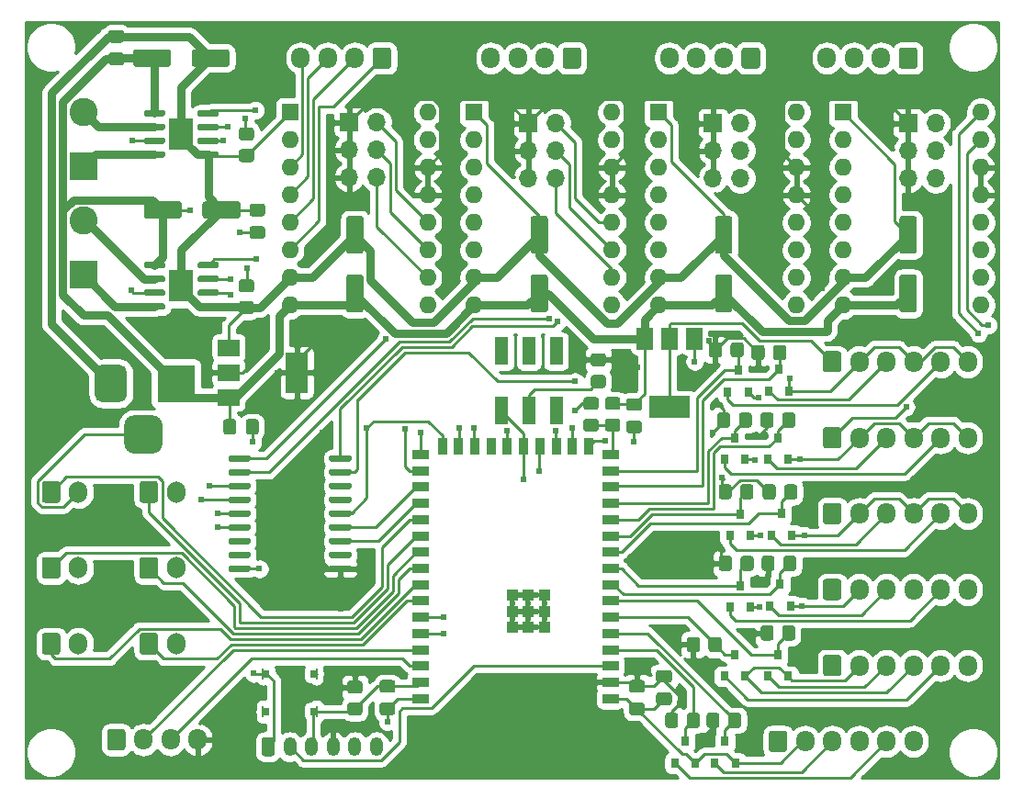
<source format=gtl>
G04 #@! TF.GenerationSoftware,KiCad,Pcbnew,(5.1.9)-1*
G04 #@! TF.CreationDate,2021-04-30T00:53:09-05:00*
G04 #@! TF.ProjectId,A4,41342e6b-6963-4616-945f-706362585858,rev?*
G04 #@! TF.SameCoordinates,Original*
G04 #@! TF.FileFunction,Copper,L1,Top*
G04 #@! TF.FilePolarity,Positive*
%FSLAX46Y46*%
G04 Gerber Fmt 4.6, Leading zero omitted, Abs format (unit mm)*
G04 Created by KiCad (PCBNEW (5.1.9)-1) date 2021-04-30 00:53:09*
%MOMM*%
%LPD*%
G01*
G04 APERTURE LIST*
G04 #@! TA.AperFunction,ComponentPad*
%ADD10O,1.700000X1.950000*%
G04 #@! TD*
G04 #@! TA.AperFunction,ComponentPad*
%ADD11R,3.500000X3.500000*%
G04 #@! TD*
G04 #@! TA.AperFunction,SMDPad,CuDef*
%ADD12R,1.500000X2.000000*%
G04 #@! TD*
G04 #@! TA.AperFunction,SMDPad,CuDef*
%ADD13R,3.800000X2.000000*%
G04 #@! TD*
G04 #@! TA.AperFunction,SMDPad,CuDef*
%ADD14R,2.290000X3.000000*%
G04 #@! TD*
G04 #@! TA.AperFunction,ComponentPad*
%ADD15C,0.600000*%
G04 #@! TD*
G04 #@! TA.AperFunction,SMDPad,CuDef*
%ADD16R,1.100000X1.100000*%
G04 #@! TD*
G04 #@! TA.AperFunction,SMDPad,CuDef*
%ADD17R,1.500000X0.900000*%
G04 #@! TD*
G04 #@! TA.AperFunction,SMDPad,CuDef*
%ADD18R,0.900000X1.500000*%
G04 #@! TD*
G04 #@! TA.AperFunction,SMDPad,CuDef*
%ADD19R,2.000000X1.500000*%
G04 #@! TD*
G04 #@! TA.AperFunction,SMDPad,CuDef*
%ADD20R,2.000000X3.800000*%
G04 #@! TD*
G04 #@! TA.AperFunction,SMDPad,CuDef*
%ADD21R,0.500000X0.700000*%
G04 #@! TD*
G04 #@! TA.AperFunction,SMDPad,CuDef*
%ADD22R,0.200000X1.100000*%
G04 #@! TD*
G04 #@! TA.AperFunction,SMDPad,CuDef*
%ADD23R,1.200000X2.500000*%
G04 #@! TD*
G04 #@! TA.AperFunction,SMDPad,CuDef*
%ADD24R,0.800000X0.900000*%
G04 #@! TD*
G04 #@! TA.AperFunction,ComponentPad*
%ADD25O,1.700000X2.000000*%
G04 #@! TD*
G04 #@! TA.AperFunction,ComponentPad*
%ADD26O,1.700000X1.700000*%
G04 #@! TD*
G04 #@! TA.AperFunction,ComponentPad*
%ADD27R,1.700000X1.700000*%
G04 #@! TD*
G04 #@! TA.AperFunction,ComponentPad*
%ADD28O,1.200000X1.750000*%
G04 #@! TD*
G04 #@! TA.AperFunction,ComponentPad*
%ADD29C,2.600000*%
G04 #@! TD*
G04 #@! TA.AperFunction,ComponentPad*
%ADD30R,2.600000X2.600000*%
G04 #@! TD*
G04 #@! TA.AperFunction,ComponentPad*
%ADD31O,1.600000X1.600000*%
G04 #@! TD*
G04 #@! TA.AperFunction,ComponentPad*
%ADD32R,1.600000X1.600000*%
G04 #@! TD*
G04 #@! TA.AperFunction,ViaPad*
%ADD33C,0.609600*%
G04 #@! TD*
G04 #@! TA.AperFunction,Conductor*
%ADD34C,0.254000*%
G04 #@! TD*
G04 #@! TA.AperFunction,Conductor*
%ADD35C,0.762000*%
G04 #@! TD*
G04 #@! TA.AperFunction,Conductor*
%ADD36C,0.149860*%
G04 #@! TD*
G04 APERTURE END LIST*
G04 #@! TA.AperFunction,SMDPad,CuDef*
G36*
G01*
X186375000Y-100930000D02*
X186375000Y-101230000D01*
G75*
G02*
X186225000Y-101380000I-150000J0D01*
G01*
X184475000Y-101380000D01*
G75*
G02*
X184325000Y-101230000I0J150000D01*
G01*
X184325000Y-100930000D01*
G75*
G02*
X184475000Y-100780000I150000J0D01*
G01*
X186225000Y-100780000D01*
G75*
G02*
X186375000Y-100930000I0J-150000D01*
G01*
G37*
G04 #@! TD.AperFunction*
G04 #@! TA.AperFunction,SMDPad,CuDef*
G36*
G01*
X186375000Y-99660000D02*
X186375000Y-99960000D01*
G75*
G02*
X186225000Y-100110000I-150000J0D01*
G01*
X184475000Y-100110000D01*
G75*
G02*
X184325000Y-99960000I0J150000D01*
G01*
X184325000Y-99660000D01*
G75*
G02*
X184475000Y-99510000I150000J0D01*
G01*
X186225000Y-99510000D01*
G75*
G02*
X186375000Y-99660000I0J-150000D01*
G01*
G37*
G04 #@! TD.AperFunction*
G04 #@! TA.AperFunction,SMDPad,CuDef*
G36*
G01*
X186375000Y-98390000D02*
X186375000Y-98690000D01*
G75*
G02*
X186225000Y-98840000I-150000J0D01*
G01*
X184475000Y-98840000D01*
G75*
G02*
X184325000Y-98690000I0J150000D01*
G01*
X184325000Y-98390000D01*
G75*
G02*
X184475000Y-98240000I150000J0D01*
G01*
X186225000Y-98240000D01*
G75*
G02*
X186375000Y-98390000I0J-150000D01*
G01*
G37*
G04 #@! TD.AperFunction*
G04 #@! TA.AperFunction,SMDPad,CuDef*
G36*
G01*
X186375000Y-97120000D02*
X186375000Y-97420000D01*
G75*
G02*
X186225000Y-97570000I-150000J0D01*
G01*
X184475000Y-97570000D01*
G75*
G02*
X184325000Y-97420000I0J150000D01*
G01*
X184325000Y-97120000D01*
G75*
G02*
X184475000Y-96970000I150000J0D01*
G01*
X186225000Y-96970000D01*
G75*
G02*
X186375000Y-97120000I0J-150000D01*
G01*
G37*
G04 #@! TD.AperFunction*
G04 #@! TA.AperFunction,SMDPad,CuDef*
G36*
G01*
X186375000Y-95850000D02*
X186375000Y-96150000D01*
G75*
G02*
X186225000Y-96300000I-150000J0D01*
G01*
X184475000Y-96300000D01*
G75*
G02*
X184325000Y-96150000I0J150000D01*
G01*
X184325000Y-95850000D01*
G75*
G02*
X184475000Y-95700000I150000J0D01*
G01*
X186225000Y-95700000D01*
G75*
G02*
X186375000Y-95850000I0J-150000D01*
G01*
G37*
G04 #@! TD.AperFunction*
G04 #@! TA.AperFunction,SMDPad,CuDef*
G36*
G01*
X186375000Y-94580000D02*
X186375000Y-94880000D01*
G75*
G02*
X186225000Y-95030000I-150000J0D01*
G01*
X184475000Y-95030000D01*
G75*
G02*
X184325000Y-94880000I0J150000D01*
G01*
X184325000Y-94580000D01*
G75*
G02*
X184475000Y-94430000I150000J0D01*
G01*
X186225000Y-94430000D01*
G75*
G02*
X186375000Y-94580000I0J-150000D01*
G01*
G37*
G04 #@! TD.AperFunction*
G04 #@! TA.AperFunction,SMDPad,CuDef*
G36*
G01*
X186375000Y-93310000D02*
X186375000Y-93610000D01*
G75*
G02*
X186225000Y-93760000I-150000J0D01*
G01*
X184475000Y-93760000D01*
G75*
G02*
X184325000Y-93610000I0J150000D01*
G01*
X184325000Y-93310000D01*
G75*
G02*
X184475000Y-93160000I150000J0D01*
G01*
X186225000Y-93160000D01*
G75*
G02*
X186375000Y-93310000I0J-150000D01*
G01*
G37*
G04 #@! TD.AperFunction*
G04 #@! TA.AperFunction,SMDPad,CuDef*
G36*
G01*
X186375000Y-92040000D02*
X186375000Y-92340000D01*
G75*
G02*
X186225000Y-92490000I-150000J0D01*
G01*
X184475000Y-92490000D01*
G75*
G02*
X184325000Y-92340000I0J150000D01*
G01*
X184325000Y-92040000D01*
G75*
G02*
X184475000Y-91890000I150000J0D01*
G01*
X186225000Y-91890000D01*
G75*
G02*
X186375000Y-92040000I0J-150000D01*
G01*
G37*
G04 #@! TD.AperFunction*
G04 #@! TA.AperFunction,SMDPad,CuDef*
G36*
G01*
X186375000Y-90770000D02*
X186375000Y-91070000D01*
G75*
G02*
X186225000Y-91220000I-150000J0D01*
G01*
X184475000Y-91220000D01*
G75*
G02*
X184325000Y-91070000I0J150000D01*
G01*
X184325000Y-90770000D01*
G75*
G02*
X184475000Y-90620000I150000J0D01*
G01*
X186225000Y-90620000D01*
G75*
G02*
X186375000Y-90770000I0J-150000D01*
G01*
G37*
G04 #@! TD.AperFunction*
G04 #@! TA.AperFunction,SMDPad,CuDef*
G36*
G01*
X195675000Y-90770000D02*
X195675000Y-91070000D01*
G75*
G02*
X195525000Y-91220000I-150000J0D01*
G01*
X193775000Y-91220000D01*
G75*
G02*
X193625000Y-91070000I0J150000D01*
G01*
X193625000Y-90770000D01*
G75*
G02*
X193775000Y-90620000I150000J0D01*
G01*
X195525000Y-90620000D01*
G75*
G02*
X195675000Y-90770000I0J-150000D01*
G01*
G37*
G04 #@! TD.AperFunction*
G04 #@! TA.AperFunction,SMDPad,CuDef*
G36*
G01*
X195675000Y-92040000D02*
X195675000Y-92340000D01*
G75*
G02*
X195525000Y-92490000I-150000J0D01*
G01*
X193775000Y-92490000D01*
G75*
G02*
X193625000Y-92340000I0J150000D01*
G01*
X193625000Y-92040000D01*
G75*
G02*
X193775000Y-91890000I150000J0D01*
G01*
X195525000Y-91890000D01*
G75*
G02*
X195675000Y-92040000I0J-150000D01*
G01*
G37*
G04 #@! TD.AperFunction*
G04 #@! TA.AperFunction,SMDPad,CuDef*
G36*
G01*
X195675000Y-93310000D02*
X195675000Y-93610000D01*
G75*
G02*
X195525000Y-93760000I-150000J0D01*
G01*
X193775000Y-93760000D01*
G75*
G02*
X193625000Y-93610000I0J150000D01*
G01*
X193625000Y-93310000D01*
G75*
G02*
X193775000Y-93160000I150000J0D01*
G01*
X195525000Y-93160000D01*
G75*
G02*
X195675000Y-93310000I0J-150000D01*
G01*
G37*
G04 #@! TD.AperFunction*
G04 #@! TA.AperFunction,SMDPad,CuDef*
G36*
G01*
X195675000Y-94580000D02*
X195675000Y-94880000D01*
G75*
G02*
X195525000Y-95030000I-150000J0D01*
G01*
X193775000Y-95030000D01*
G75*
G02*
X193625000Y-94880000I0J150000D01*
G01*
X193625000Y-94580000D01*
G75*
G02*
X193775000Y-94430000I150000J0D01*
G01*
X195525000Y-94430000D01*
G75*
G02*
X195675000Y-94580000I0J-150000D01*
G01*
G37*
G04 #@! TD.AperFunction*
G04 #@! TA.AperFunction,SMDPad,CuDef*
G36*
G01*
X195675000Y-95850000D02*
X195675000Y-96150000D01*
G75*
G02*
X195525000Y-96300000I-150000J0D01*
G01*
X193775000Y-96300000D01*
G75*
G02*
X193625000Y-96150000I0J150000D01*
G01*
X193625000Y-95850000D01*
G75*
G02*
X193775000Y-95700000I150000J0D01*
G01*
X195525000Y-95700000D01*
G75*
G02*
X195675000Y-95850000I0J-150000D01*
G01*
G37*
G04 #@! TD.AperFunction*
G04 #@! TA.AperFunction,SMDPad,CuDef*
G36*
G01*
X195675000Y-97120000D02*
X195675000Y-97420000D01*
G75*
G02*
X195525000Y-97570000I-150000J0D01*
G01*
X193775000Y-97570000D01*
G75*
G02*
X193625000Y-97420000I0J150000D01*
G01*
X193625000Y-97120000D01*
G75*
G02*
X193775000Y-96970000I150000J0D01*
G01*
X195525000Y-96970000D01*
G75*
G02*
X195675000Y-97120000I0J-150000D01*
G01*
G37*
G04 #@! TD.AperFunction*
G04 #@! TA.AperFunction,SMDPad,CuDef*
G36*
G01*
X195675000Y-98390000D02*
X195675000Y-98690000D01*
G75*
G02*
X195525000Y-98840000I-150000J0D01*
G01*
X193775000Y-98840000D01*
G75*
G02*
X193625000Y-98690000I0J150000D01*
G01*
X193625000Y-98390000D01*
G75*
G02*
X193775000Y-98240000I150000J0D01*
G01*
X195525000Y-98240000D01*
G75*
G02*
X195675000Y-98390000I0J-150000D01*
G01*
G37*
G04 #@! TD.AperFunction*
G04 #@! TA.AperFunction,SMDPad,CuDef*
G36*
G01*
X195675000Y-99660000D02*
X195675000Y-99960000D01*
G75*
G02*
X195525000Y-100110000I-150000J0D01*
G01*
X193775000Y-100110000D01*
G75*
G02*
X193625000Y-99960000I0J150000D01*
G01*
X193625000Y-99660000D01*
G75*
G02*
X193775000Y-99510000I150000J0D01*
G01*
X195525000Y-99510000D01*
G75*
G02*
X195675000Y-99660000I0J-150000D01*
G01*
G37*
G04 #@! TD.AperFunction*
G04 #@! TA.AperFunction,SMDPad,CuDef*
G36*
G01*
X195675000Y-100930000D02*
X195675000Y-101230000D01*
G75*
G02*
X195525000Y-101380000I-150000J0D01*
G01*
X193775000Y-101380000D01*
G75*
G02*
X193625000Y-101230000I0J150000D01*
G01*
X193625000Y-100930000D01*
G75*
G02*
X193775000Y-100780000I150000J0D01*
G01*
X195525000Y-100780000D01*
G75*
G02*
X195675000Y-100930000I0J-150000D01*
G01*
G37*
G04 #@! TD.AperFunction*
D10*
X181500000Y-116840000D03*
X179000000Y-116840000D03*
X176500000Y-116840000D03*
G04 #@! TA.AperFunction,ComponentPad*
G36*
G01*
X173150000Y-117565000D02*
X173150000Y-116115000D01*
G75*
G02*
X173400000Y-115865000I250000J0D01*
G01*
X174600000Y-115865000D01*
G75*
G02*
X174850000Y-116115000I0J-250000D01*
G01*
X174850000Y-117565000D01*
G75*
G02*
X174600000Y-117815000I-250000J0D01*
G01*
X173400000Y-117815000D01*
G75*
G02*
X173150000Y-117565000I0J250000D01*
G01*
G37*
G04 #@! TD.AperFunction*
G04 #@! TA.AperFunction,SMDPad,CuDef*
G36*
G01*
X221267000Y-87423500D02*
X222217000Y-87423500D01*
G75*
G02*
X222467000Y-87673500I0J-250000D01*
G01*
X222467000Y-88348500D01*
G75*
G02*
X222217000Y-88598500I-250000J0D01*
G01*
X221267000Y-88598500D01*
G75*
G02*
X221017000Y-88348500I0J250000D01*
G01*
X221017000Y-87673500D01*
G75*
G02*
X221267000Y-87423500I250000J0D01*
G01*
G37*
G04 #@! TD.AperFunction*
G04 #@! TA.AperFunction,SMDPad,CuDef*
G36*
G01*
X221267000Y-85348500D02*
X222217000Y-85348500D01*
G75*
G02*
X222467000Y-85598500I0J-250000D01*
G01*
X222467000Y-86273500D01*
G75*
G02*
X222217000Y-86523500I-250000J0D01*
G01*
X221267000Y-86523500D01*
G75*
G02*
X221017000Y-86273500I0J250000D01*
G01*
X221017000Y-85598500D01*
G75*
G02*
X221267000Y-85348500I250000J0D01*
G01*
G37*
G04 #@! TD.AperFunction*
G04 #@! TA.AperFunction,ComponentPad*
G36*
G01*
X174750000Y-89575000D02*
X174750000Y-87825000D01*
G75*
G02*
X175625000Y-86950000I875000J0D01*
G01*
X177375000Y-86950000D01*
G75*
G02*
X178250000Y-87825000I0J-875000D01*
G01*
X178250000Y-89575000D01*
G75*
G02*
X177375000Y-90450000I-875000J0D01*
G01*
X175625000Y-90450000D01*
G75*
G02*
X174750000Y-89575000I0J875000D01*
G01*
G37*
G04 #@! TD.AperFunction*
G04 #@! TA.AperFunction,ComponentPad*
G36*
G01*
X172000000Y-85000000D02*
X172000000Y-83000000D01*
G75*
G02*
X172750000Y-82250000I750000J0D01*
G01*
X174250000Y-82250000D01*
G75*
G02*
X175000000Y-83000000I0J-750000D01*
G01*
X175000000Y-85000000D01*
G75*
G02*
X174250000Y-85750000I-750000J0D01*
G01*
X172750000Y-85750000D01*
G75*
G02*
X172000000Y-85000000I0J750000D01*
G01*
G37*
G04 #@! TD.AperFunction*
D11*
X179500000Y-84000000D03*
D12*
X227300000Y-79850000D03*
X222700000Y-79850000D03*
X225000000Y-79850000D03*
D13*
X225000000Y-86150000D03*
D14*
X180000000Y-75000000D03*
G04 #@! TA.AperFunction,SMDPad,CuDef*
G36*
G01*
X178500000Y-76755000D02*
X178500000Y-77055000D01*
G75*
G02*
X178350000Y-77205000I-150000J0D01*
G01*
X176700000Y-77205000D01*
G75*
G02*
X176550000Y-77055000I0J150000D01*
G01*
X176550000Y-76755000D01*
G75*
G02*
X176700000Y-76605000I150000J0D01*
G01*
X178350000Y-76605000D01*
G75*
G02*
X178500000Y-76755000I0J-150000D01*
G01*
G37*
G04 #@! TD.AperFunction*
G04 #@! TA.AperFunction,SMDPad,CuDef*
G36*
G01*
X178500000Y-75485000D02*
X178500000Y-75785000D01*
G75*
G02*
X178350000Y-75935000I-150000J0D01*
G01*
X176700000Y-75935000D01*
G75*
G02*
X176550000Y-75785000I0J150000D01*
G01*
X176550000Y-75485000D01*
G75*
G02*
X176700000Y-75335000I150000J0D01*
G01*
X178350000Y-75335000D01*
G75*
G02*
X178500000Y-75485000I0J-150000D01*
G01*
G37*
G04 #@! TD.AperFunction*
G04 #@! TA.AperFunction,SMDPad,CuDef*
G36*
G01*
X178500000Y-74215000D02*
X178500000Y-74515000D01*
G75*
G02*
X178350000Y-74665000I-150000J0D01*
G01*
X176700000Y-74665000D01*
G75*
G02*
X176550000Y-74515000I0J150000D01*
G01*
X176550000Y-74215000D01*
G75*
G02*
X176700000Y-74065000I150000J0D01*
G01*
X178350000Y-74065000D01*
G75*
G02*
X178500000Y-74215000I0J-150000D01*
G01*
G37*
G04 #@! TD.AperFunction*
G04 #@! TA.AperFunction,SMDPad,CuDef*
G36*
G01*
X178500000Y-72945000D02*
X178500000Y-73245000D01*
G75*
G02*
X178350000Y-73395000I-150000J0D01*
G01*
X176700000Y-73395000D01*
G75*
G02*
X176550000Y-73245000I0J150000D01*
G01*
X176550000Y-72945000D01*
G75*
G02*
X176700000Y-72795000I150000J0D01*
G01*
X178350000Y-72795000D01*
G75*
G02*
X178500000Y-72945000I0J-150000D01*
G01*
G37*
G04 #@! TD.AperFunction*
G04 #@! TA.AperFunction,SMDPad,CuDef*
G36*
G01*
X183450000Y-72945000D02*
X183450000Y-73245000D01*
G75*
G02*
X183300000Y-73395000I-150000J0D01*
G01*
X181650000Y-73395000D01*
G75*
G02*
X181500000Y-73245000I0J150000D01*
G01*
X181500000Y-72945000D01*
G75*
G02*
X181650000Y-72795000I150000J0D01*
G01*
X183300000Y-72795000D01*
G75*
G02*
X183450000Y-72945000I0J-150000D01*
G01*
G37*
G04 #@! TD.AperFunction*
G04 #@! TA.AperFunction,SMDPad,CuDef*
G36*
G01*
X183450000Y-74215000D02*
X183450000Y-74515000D01*
G75*
G02*
X183300000Y-74665000I-150000J0D01*
G01*
X181650000Y-74665000D01*
G75*
G02*
X181500000Y-74515000I0J150000D01*
G01*
X181500000Y-74215000D01*
G75*
G02*
X181650000Y-74065000I150000J0D01*
G01*
X183300000Y-74065000D01*
G75*
G02*
X183450000Y-74215000I0J-150000D01*
G01*
G37*
G04 #@! TD.AperFunction*
G04 #@! TA.AperFunction,SMDPad,CuDef*
G36*
G01*
X183450000Y-75485000D02*
X183450000Y-75785000D01*
G75*
G02*
X183300000Y-75935000I-150000J0D01*
G01*
X181650000Y-75935000D01*
G75*
G02*
X181500000Y-75785000I0J150000D01*
G01*
X181500000Y-75485000D01*
G75*
G02*
X181650000Y-75335000I150000J0D01*
G01*
X183300000Y-75335000D01*
G75*
G02*
X183450000Y-75485000I0J-150000D01*
G01*
G37*
G04 #@! TD.AperFunction*
G04 #@! TA.AperFunction,SMDPad,CuDef*
G36*
G01*
X183450000Y-76755000D02*
X183450000Y-77055000D01*
G75*
G02*
X183300000Y-77205000I-150000J0D01*
G01*
X181650000Y-77205000D01*
G75*
G02*
X181500000Y-77055000I0J150000D01*
G01*
X181500000Y-76755000D01*
G75*
G02*
X181650000Y-76605000I150000J0D01*
G01*
X183300000Y-76605000D01*
G75*
G02*
X183450000Y-76755000I0J-150000D01*
G01*
G37*
G04 #@! TD.AperFunction*
D15*
X211260000Y-103500000D03*
X210510000Y-104250000D03*
X210510000Y-105750000D03*
X213510000Y-105750000D03*
X213510000Y-104250000D03*
X212760000Y-103500000D03*
X211960000Y-104250000D03*
X212760000Y-105000000D03*
X211960000Y-105750000D03*
X211260000Y-105000000D03*
X211260000Y-106500000D03*
X212760000Y-106500000D03*
D16*
X210500000Y-103500000D03*
X212000000Y-103500000D03*
X213500000Y-103500000D03*
X213500000Y-105000000D03*
X213500000Y-106500000D03*
X212000000Y-106500000D03*
X210500000Y-106500000D03*
X210500000Y-105000000D03*
X212000000Y-105000000D03*
D17*
X202060000Y-113050000D03*
X202060000Y-111550000D03*
X202060000Y-110050000D03*
X202060000Y-108550000D03*
X202060000Y-107050000D03*
X202060000Y-105550000D03*
X202060000Y-104050000D03*
X202060000Y-102550000D03*
X202060000Y-101050000D03*
X202060000Y-99550000D03*
X202060000Y-98050000D03*
X202060000Y-96550000D03*
X202060000Y-95050000D03*
X202060000Y-93550000D03*
X202060000Y-92050000D03*
X202060000Y-90550000D03*
D18*
X204060000Y-89800000D03*
X205560000Y-89800000D03*
X207060000Y-89800000D03*
X208560000Y-89800000D03*
X210060000Y-89800000D03*
X211560000Y-89800000D03*
X213060000Y-89800000D03*
X214560000Y-89800000D03*
X216060000Y-89800000D03*
X217560000Y-89800000D03*
D17*
X219560000Y-113050000D03*
X219560000Y-111550000D03*
X219560000Y-110050000D03*
X219560000Y-108550000D03*
X219560000Y-107050000D03*
X219560000Y-105550000D03*
X219560000Y-104050000D03*
X219560000Y-102550000D03*
X219560000Y-101050000D03*
X219560000Y-99550000D03*
X219560000Y-98050000D03*
X219560000Y-96550000D03*
X219560000Y-95050000D03*
X219560000Y-93550000D03*
X219560000Y-92050000D03*
X219560000Y-90550000D03*
D14*
X180000000Y-61000000D03*
G04 #@! TA.AperFunction,SMDPad,CuDef*
G36*
G01*
X178500000Y-62755000D02*
X178500000Y-63055000D01*
G75*
G02*
X178350000Y-63205000I-150000J0D01*
G01*
X176700000Y-63205000D01*
G75*
G02*
X176550000Y-63055000I0J150000D01*
G01*
X176550000Y-62755000D01*
G75*
G02*
X176700000Y-62605000I150000J0D01*
G01*
X178350000Y-62605000D01*
G75*
G02*
X178500000Y-62755000I0J-150000D01*
G01*
G37*
G04 #@! TD.AperFunction*
G04 #@! TA.AperFunction,SMDPad,CuDef*
G36*
G01*
X178500000Y-61485000D02*
X178500000Y-61785000D01*
G75*
G02*
X178350000Y-61935000I-150000J0D01*
G01*
X176700000Y-61935000D01*
G75*
G02*
X176550000Y-61785000I0J150000D01*
G01*
X176550000Y-61485000D01*
G75*
G02*
X176700000Y-61335000I150000J0D01*
G01*
X178350000Y-61335000D01*
G75*
G02*
X178500000Y-61485000I0J-150000D01*
G01*
G37*
G04 #@! TD.AperFunction*
G04 #@! TA.AperFunction,SMDPad,CuDef*
G36*
G01*
X178500000Y-60215000D02*
X178500000Y-60515000D01*
G75*
G02*
X178350000Y-60665000I-150000J0D01*
G01*
X176700000Y-60665000D01*
G75*
G02*
X176550000Y-60515000I0J150000D01*
G01*
X176550000Y-60215000D01*
G75*
G02*
X176700000Y-60065000I150000J0D01*
G01*
X178350000Y-60065000D01*
G75*
G02*
X178500000Y-60215000I0J-150000D01*
G01*
G37*
G04 #@! TD.AperFunction*
G04 #@! TA.AperFunction,SMDPad,CuDef*
G36*
G01*
X178500000Y-58945000D02*
X178500000Y-59245000D01*
G75*
G02*
X178350000Y-59395000I-150000J0D01*
G01*
X176700000Y-59395000D01*
G75*
G02*
X176550000Y-59245000I0J150000D01*
G01*
X176550000Y-58945000D01*
G75*
G02*
X176700000Y-58795000I150000J0D01*
G01*
X178350000Y-58795000D01*
G75*
G02*
X178500000Y-58945000I0J-150000D01*
G01*
G37*
G04 #@! TD.AperFunction*
G04 #@! TA.AperFunction,SMDPad,CuDef*
G36*
G01*
X183450000Y-58945000D02*
X183450000Y-59245000D01*
G75*
G02*
X183300000Y-59395000I-150000J0D01*
G01*
X181650000Y-59395000D01*
G75*
G02*
X181500000Y-59245000I0J150000D01*
G01*
X181500000Y-58945000D01*
G75*
G02*
X181650000Y-58795000I150000J0D01*
G01*
X183300000Y-58795000D01*
G75*
G02*
X183450000Y-58945000I0J-150000D01*
G01*
G37*
G04 #@! TD.AperFunction*
G04 #@! TA.AperFunction,SMDPad,CuDef*
G36*
G01*
X183450000Y-60215000D02*
X183450000Y-60515000D01*
G75*
G02*
X183300000Y-60665000I-150000J0D01*
G01*
X181650000Y-60665000D01*
G75*
G02*
X181500000Y-60515000I0J150000D01*
G01*
X181500000Y-60215000D01*
G75*
G02*
X181650000Y-60065000I150000J0D01*
G01*
X183300000Y-60065000D01*
G75*
G02*
X183450000Y-60215000I0J-150000D01*
G01*
G37*
G04 #@! TD.AperFunction*
G04 #@! TA.AperFunction,SMDPad,CuDef*
G36*
G01*
X183450000Y-61485000D02*
X183450000Y-61785000D01*
G75*
G02*
X183300000Y-61935000I-150000J0D01*
G01*
X181650000Y-61935000D01*
G75*
G02*
X181500000Y-61785000I0J150000D01*
G01*
X181500000Y-61485000D01*
G75*
G02*
X181650000Y-61335000I150000J0D01*
G01*
X183300000Y-61335000D01*
G75*
G02*
X183450000Y-61485000I0J-150000D01*
G01*
G37*
G04 #@! TD.AperFunction*
G04 #@! TA.AperFunction,SMDPad,CuDef*
G36*
G01*
X183450000Y-62755000D02*
X183450000Y-63055000D01*
G75*
G02*
X183300000Y-63205000I-150000J0D01*
G01*
X181650000Y-63205000D01*
G75*
G02*
X181500000Y-63055000I0J150000D01*
G01*
X181500000Y-62755000D01*
G75*
G02*
X181650000Y-62605000I150000J0D01*
G01*
X183300000Y-62605000D01*
G75*
G02*
X183450000Y-62755000I0J-150000D01*
G01*
G37*
G04 #@! TD.AperFunction*
D19*
X184350000Y-80700000D03*
X184350000Y-85300000D03*
X184350000Y-83000000D03*
D20*
X190650000Y-83000000D03*
D21*
X187875000Y-110750000D03*
X192125000Y-110750000D03*
X187875000Y-114250000D03*
X192125000Y-114250000D03*
D22*
X187525000Y-114250000D03*
X192475000Y-110750000D03*
X187525000Y-110750000D03*
X192475000Y-114250000D03*
D23*
X214550000Y-81026000D03*
X212050000Y-81026000D03*
X209550000Y-81026000D03*
X209550000Y-86526000D03*
X212050000Y-86526000D03*
X214550000Y-86526000D03*
G04 #@! TA.AperFunction,SMDPad,CuDef*
G36*
G01*
X226603000Y-115512001D02*
X226603000Y-114611999D01*
G75*
G02*
X226852999Y-114362000I249999J0D01*
G01*
X227553001Y-114362000D01*
G75*
G02*
X227803000Y-114611999I0J-249999D01*
G01*
X227803000Y-115512001D01*
G75*
G02*
X227553001Y-115762000I-249999J0D01*
G01*
X226852999Y-115762000D01*
G75*
G02*
X226603000Y-115512001I0J249999D01*
G01*
G37*
G04 #@! TD.AperFunction*
G04 #@! TA.AperFunction,SMDPad,CuDef*
G36*
G01*
X224603000Y-115512001D02*
X224603000Y-114611999D01*
G75*
G02*
X224852999Y-114362000I249999J0D01*
G01*
X225553001Y-114362000D01*
G75*
G02*
X225803000Y-114611999I0J-249999D01*
G01*
X225803000Y-115512001D01*
G75*
G02*
X225553001Y-115762000I-249999J0D01*
G01*
X224852999Y-115762000D01*
G75*
G02*
X224603000Y-115512001I0J249999D01*
G01*
G37*
G04 #@! TD.AperFunction*
G04 #@! TA.AperFunction,SMDPad,CuDef*
G36*
G01*
X231556000Y-101034001D02*
X231556000Y-100133999D01*
G75*
G02*
X231805999Y-99884000I249999J0D01*
G01*
X232506001Y-99884000D01*
G75*
G02*
X232756000Y-100133999I0J-249999D01*
G01*
X232756000Y-101034001D01*
G75*
G02*
X232506001Y-101284000I-249999J0D01*
G01*
X231805999Y-101284000D01*
G75*
G02*
X231556000Y-101034001I0J249999D01*
G01*
G37*
G04 #@! TD.AperFunction*
G04 #@! TA.AperFunction,SMDPad,CuDef*
G36*
G01*
X229556000Y-101034001D02*
X229556000Y-100133999D01*
G75*
G02*
X229805999Y-99884000I249999J0D01*
G01*
X230506001Y-99884000D01*
G75*
G02*
X230756000Y-100133999I0J-249999D01*
G01*
X230756000Y-101034001D01*
G75*
G02*
X230506001Y-101284000I-249999J0D01*
G01*
X229805999Y-101284000D01*
G75*
G02*
X229556000Y-101034001I0J249999D01*
G01*
G37*
G04 #@! TD.AperFunction*
G04 #@! TA.AperFunction,SMDPad,CuDef*
G36*
G01*
X230413000Y-115512001D02*
X230413000Y-114611999D01*
G75*
G02*
X230662999Y-114362000I249999J0D01*
G01*
X231363001Y-114362000D01*
G75*
G02*
X231613000Y-114611999I0J-249999D01*
G01*
X231613000Y-115512001D01*
G75*
G02*
X231363001Y-115762000I-249999J0D01*
G01*
X230662999Y-115762000D01*
G75*
G02*
X230413000Y-115512001I0J249999D01*
G01*
G37*
G04 #@! TD.AperFunction*
G04 #@! TA.AperFunction,SMDPad,CuDef*
G36*
G01*
X228413000Y-115512001D02*
X228413000Y-114611999D01*
G75*
G02*
X228662999Y-114362000I249999J0D01*
G01*
X229363001Y-114362000D01*
G75*
G02*
X229613000Y-114611999I0J-249999D01*
G01*
X229613000Y-115512001D01*
G75*
G02*
X229363001Y-115762000I-249999J0D01*
G01*
X228662999Y-115762000D01*
G75*
G02*
X228413000Y-115512001I0J249999D01*
G01*
G37*
G04 #@! TD.AperFunction*
G04 #@! TA.AperFunction,SMDPad,CuDef*
G36*
G01*
X235493000Y-101034001D02*
X235493000Y-100133999D01*
G75*
G02*
X235742999Y-99884000I249999J0D01*
G01*
X236443001Y-99884000D01*
G75*
G02*
X236693000Y-100133999I0J-249999D01*
G01*
X236693000Y-101034001D01*
G75*
G02*
X236443001Y-101284000I-249999J0D01*
G01*
X235742999Y-101284000D01*
G75*
G02*
X235493000Y-101034001I0J249999D01*
G01*
G37*
G04 #@! TD.AperFunction*
G04 #@! TA.AperFunction,SMDPad,CuDef*
G36*
G01*
X233493000Y-101034001D02*
X233493000Y-100133999D01*
G75*
G02*
X233742999Y-99884000I249999J0D01*
G01*
X234443001Y-99884000D01*
G75*
G02*
X234693000Y-100133999I0J-249999D01*
G01*
X234693000Y-101034001D01*
G75*
G02*
X234443001Y-101284000I-249999J0D01*
G01*
X233742999Y-101284000D01*
G75*
G02*
X233493000Y-101034001I0J249999D01*
G01*
G37*
G04 #@! TD.AperFunction*
G04 #@! TA.AperFunction,SMDPad,CuDef*
G36*
G01*
X231540000Y-94430001D02*
X231540000Y-93529999D01*
G75*
G02*
X231789999Y-93280000I249999J0D01*
G01*
X232490001Y-93280000D01*
G75*
G02*
X232740000Y-93529999I0J-249999D01*
G01*
X232740000Y-94430001D01*
G75*
G02*
X232490001Y-94680000I-249999J0D01*
G01*
X231789999Y-94680000D01*
G75*
G02*
X231540000Y-94430001I0J249999D01*
G01*
G37*
G04 #@! TD.AperFunction*
G04 #@! TA.AperFunction,SMDPad,CuDef*
G36*
G01*
X229540000Y-94430001D02*
X229540000Y-93529999D01*
G75*
G02*
X229789999Y-93280000I249999J0D01*
G01*
X230490001Y-93280000D01*
G75*
G02*
X230740000Y-93529999I0J-249999D01*
G01*
X230740000Y-94430001D01*
G75*
G02*
X230490001Y-94680000I-249999J0D01*
G01*
X229789999Y-94680000D01*
G75*
G02*
X229540000Y-94430001I0J249999D01*
G01*
G37*
G04 #@! TD.AperFunction*
G04 #@! TA.AperFunction,SMDPad,CuDef*
G36*
G01*
X228603000Y-108527001D02*
X228603000Y-107626999D01*
G75*
G02*
X228852999Y-107377000I249999J0D01*
G01*
X229553001Y-107377000D01*
G75*
G02*
X229803000Y-107626999I0J-249999D01*
G01*
X229803000Y-108527001D01*
G75*
G02*
X229553001Y-108777000I-249999J0D01*
G01*
X228852999Y-108777000D01*
G75*
G02*
X228603000Y-108527001I0J249999D01*
G01*
G37*
G04 #@! TD.AperFunction*
G04 #@! TA.AperFunction,SMDPad,CuDef*
G36*
G01*
X226603000Y-108527001D02*
X226603000Y-107626999D01*
G75*
G02*
X226852999Y-107377000I249999J0D01*
G01*
X227553001Y-107377000D01*
G75*
G02*
X227803000Y-107626999I0J-249999D01*
G01*
X227803000Y-108527001D01*
G75*
G02*
X227553001Y-108777000I-249999J0D01*
G01*
X226852999Y-108777000D01*
G75*
G02*
X226603000Y-108527001I0J249999D01*
G01*
G37*
G04 #@! TD.AperFunction*
G04 #@! TA.AperFunction,SMDPad,CuDef*
G36*
G01*
X235588000Y-94450001D02*
X235588000Y-93549999D01*
G75*
G02*
X235837999Y-93300000I249999J0D01*
G01*
X236538001Y-93300000D01*
G75*
G02*
X236788000Y-93549999I0J-249999D01*
G01*
X236788000Y-94450001D01*
G75*
G02*
X236538001Y-94700000I-249999J0D01*
G01*
X235837999Y-94700000D01*
G75*
G02*
X235588000Y-94450001I0J249999D01*
G01*
G37*
G04 #@! TD.AperFunction*
G04 #@! TA.AperFunction,SMDPad,CuDef*
G36*
G01*
X233588000Y-94450001D02*
X233588000Y-93549999D01*
G75*
G02*
X233837999Y-93300000I249999J0D01*
G01*
X234538001Y-93300000D01*
G75*
G02*
X234788000Y-93549999I0J-249999D01*
G01*
X234788000Y-94450001D01*
G75*
G02*
X234538001Y-94700000I-249999J0D01*
G01*
X233837999Y-94700000D01*
G75*
G02*
X233588000Y-94450001I0J249999D01*
G01*
G37*
G04 #@! TD.AperFunction*
G04 #@! TA.AperFunction,SMDPad,CuDef*
G36*
G01*
X235400000Y-107450001D02*
X235400000Y-106549999D01*
G75*
G02*
X235649999Y-106300000I249999J0D01*
G01*
X236350001Y-106300000D01*
G75*
G02*
X236600000Y-106549999I0J-249999D01*
G01*
X236600000Y-107450001D01*
G75*
G02*
X236350001Y-107700000I-249999J0D01*
G01*
X235649999Y-107700000D01*
G75*
G02*
X235400000Y-107450001I0J249999D01*
G01*
G37*
G04 #@! TD.AperFunction*
G04 #@! TA.AperFunction,SMDPad,CuDef*
G36*
G01*
X233400000Y-107450001D02*
X233400000Y-106549999D01*
G75*
G02*
X233649999Y-106300000I249999J0D01*
G01*
X234350001Y-106300000D01*
G75*
G02*
X234600000Y-106549999I0J-249999D01*
G01*
X234600000Y-107450001D01*
G75*
G02*
X234350001Y-107700000I-249999J0D01*
G01*
X233649999Y-107700000D01*
G75*
G02*
X233400000Y-107450001I0J249999D01*
G01*
G37*
G04 #@! TD.AperFunction*
G04 #@! TA.AperFunction,SMDPad,CuDef*
G36*
G01*
X235400000Y-87826001D02*
X235400000Y-86925999D01*
G75*
G02*
X235649999Y-86676000I249999J0D01*
G01*
X236350001Y-86676000D01*
G75*
G02*
X236600000Y-86925999I0J-249999D01*
G01*
X236600000Y-87826001D01*
G75*
G02*
X236350001Y-88076000I-249999J0D01*
G01*
X235649999Y-88076000D01*
G75*
G02*
X235400000Y-87826001I0J249999D01*
G01*
G37*
G04 #@! TD.AperFunction*
G04 #@! TA.AperFunction,SMDPad,CuDef*
G36*
G01*
X233400000Y-87826001D02*
X233400000Y-86925999D01*
G75*
G02*
X233649999Y-86676000I249999J0D01*
G01*
X234350001Y-86676000D01*
G75*
G02*
X234600000Y-86925999I0J-249999D01*
G01*
X234600000Y-87826001D01*
G75*
G02*
X234350001Y-88076000I-249999J0D01*
G01*
X233649999Y-88076000D01*
G75*
G02*
X233400000Y-87826001I0J249999D01*
G01*
G37*
G04 #@! TD.AperFunction*
G04 #@! TA.AperFunction,SMDPad,CuDef*
G36*
G01*
X230635000Y-81349001D02*
X230635000Y-80448999D01*
G75*
G02*
X230884999Y-80199000I249999J0D01*
G01*
X231585001Y-80199000D01*
G75*
G02*
X231835000Y-80448999I0J-249999D01*
G01*
X231835000Y-81349001D01*
G75*
G02*
X231585001Y-81599000I-249999J0D01*
G01*
X230884999Y-81599000D01*
G75*
G02*
X230635000Y-81349001I0J249999D01*
G01*
G37*
G04 #@! TD.AperFunction*
G04 #@! TA.AperFunction,SMDPad,CuDef*
G36*
G01*
X228635000Y-81349001D02*
X228635000Y-80448999D01*
G75*
G02*
X228884999Y-80199000I249999J0D01*
G01*
X229585001Y-80199000D01*
G75*
G02*
X229835000Y-80448999I0J-249999D01*
G01*
X229835000Y-81349001D01*
G75*
G02*
X229585001Y-81599000I-249999J0D01*
G01*
X228884999Y-81599000D01*
G75*
G02*
X228635000Y-81349001I0J249999D01*
G01*
G37*
G04 #@! TD.AperFunction*
G04 #@! TA.AperFunction,SMDPad,CuDef*
G36*
G01*
X234572000Y-81603001D02*
X234572000Y-80702999D01*
G75*
G02*
X234821999Y-80453000I249999J0D01*
G01*
X235522001Y-80453000D01*
G75*
G02*
X235772000Y-80702999I0J-249999D01*
G01*
X235772000Y-81603001D01*
G75*
G02*
X235522001Y-81853000I-249999J0D01*
G01*
X234821999Y-81853000D01*
G75*
G02*
X234572000Y-81603001I0J249999D01*
G01*
G37*
G04 #@! TD.AperFunction*
G04 #@! TA.AperFunction,SMDPad,CuDef*
G36*
G01*
X232572000Y-81603001D02*
X232572000Y-80702999D01*
G75*
G02*
X232821999Y-80453000I249999J0D01*
G01*
X233522001Y-80453000D01*
G75*
G02*
X233772000Y-80702999I0J-249999D01*
G01*
X233772000Y-81603001D01*
G75*
G02*
X233522001Y-81853000I-249999J0D01*
G01*
X232821999Y-81853000D01*
G75*
G02*
X232572000Y-81603001I0J249999D01*
G01*
G37*
G04 #@! TD.AperFunction*
G04 #@! TA.AperFunction,SMDPad,CuDef*
G36*
G01*
X217989999Y-83220000D02*
X218890001Y-83220000D01*
G75*
G02*
X219140000Y-83469999I0J-249999D01*
G01*
X219140000Y-84170001D01*
G75*
G02*
X218890001Y-84420000I-249999J0D01*
G01*
X217989999Y-84420000D01*
G75*
G02*
X217740000Y-84170001I0J249999D01*
G01*
X217740000Y-83469999D01*
G75*
G02*
X217989999Y-83220000I249999J0D01*
G01*
G37*
G04 #@! TD.AperFunction*
G04 #@! TA.AperFunction,SMDPad,CuDef*
G36*
G01*
X217989999Y-81220000D02*
X218890001Y-81220000D01*
G75*
G02*
X219140000Y-81469999I0J-249999D01*
G01*
X219140000Y-82170001D01*
G75*
G02*
X218890001Y-82420000I-249999J0D01*
G01*
X217989999Y-82420000D01*
G75*
G02*
X217740000Y-82170001I0J249999D01*
G01*
X217740000Y-81469999D01*
G75*
G02*
X217989999Y-81220000I249999J0D01*
G01*
G37*
G04 #@! TD.AperFunction*
G04 #@! TA.AperFunction,SMDPad,CuDef*
G36*
G01*
X195549999Y-113400000D02*
X196450001Y-113400000D01*
G75*
G02*
X196700000Y-113649999I0J-249999D01*
G01*
X196700000Y-114350001D01*
G75*
G02*
X196450001Y-114600000I-249999J0D01*
G01*
X195549999Y-114600000D01*
G75*
G02*
X195300000Y-114350001I0J249999D01*
G01*
X195300000Y-113649999D01*
G75*
G02*
X195549999Y-113400000I249999J0D01*
G01*
G37*
G04 #@! TD.AperFunction*
G04 #@! TA.AperFunction,SMDPad,CuDef*
G36*
G01*
X195549999Y-111400000D02*
X196450001Y-111400000D01*
G75*
G02*
X196700000Y-111649999I0J-249999D01*
G01*
X196700000Y-112350001D01*
G75*
G02*
X196450001Y-112600000I-249999J0D01*
G01*
X195549999Y-112600000D01*
G75*
G02*
X195300000Y-112350001I0J249999D01*
G01*
X195300000Y-111649999D01*
G75*
G02*
X195549999Y-111400000I249999J0D01*
G01*
G37*
G04 #@! TD.AperFunction*
G04 #@! TA.AperFunction,SMDPad,CuDef*
G36*
G01*
X185549999Y-76400000D02*
X186450001Y-76400000D01*
G75*
G02*
X186700000Y-76649999I0J-249999D01*
G01*
X186700000Y-77350001D01*
G75*
G02*
X186450001Y-77600000I-249999J0D01*
G01*
X185549999Y-77600000D01*
G75*
G02*
X185300000Y-77350001I0J249999D01*
G01*
X185300000Y-76649999D01*
G75*
G02*
X185549999Y-76400000I249999J0D01*
G01*
G37*
G04 #@! TD.AperFunction*
G04 #@! TA.AperFunction,SMDPad,CuDef*
G36*
G01*
X185549999Y-74400000D02*
X186450001Y-74400000D01*
G75*
G02*
X186700000Y-74649999I0J-249999D01*
G01*
X186700000Y-75350001D01*
G75*
G02*
X186450001Y-75600000I-249999J0D01*
G01*
X185549999Y-75600000D01*
G75*
G02*
X185300000Y-75350001I0J249999D01*
G01*
X185300000Y-74649999D01*
G75*
G02*
X185549999Y-74400000I249999J0D01*
G01*
G37*
G04 #@! TD.AperFunction*
G04 #@! TA.AperFunction,SMDPad,CuDef*
G36*
G01*
X185549999Y-62400000D02*
X186450001Y-62400000D01*
G75*
G02*
X186700000Y-62649999I0J-249999D01*
G01*
X186700000Y-63350001D01*
G75*
G02*
X186450001Y-63600000I-249999J0D01*
G01*
X185549999Y-63600000D01*
G75*
G02*
X185300000Y-63350001I0J249999D01*
G01*
X185300000Y-62649999D01*
G75*
G02*
X185549999Y-62400000I249999J0D01*
G01*
G37*
G04 #@! TD.AperFunction*
G04 #@! TA.AperFunction,SMDPad,CuDef*
G36*
G01*
X185549999Y-60400000D02*
X186450001Y-60400000D01*
G75*
G02*
X186700000Y-60649999I0J-249999D01*
G01*
X186700000Y-61350001D01*
G75*
G02*
X186450001Y-61600000I-249999J0D01*
G01*
X185549999Y-61600000D01*
G75*
G02*
X185300000Y-61350001I0J249999D01*
G01*
X185300000Y-60649999D01*
G75*
G02*
X185549999Y-60400000I249999J0D01*
G01*
G37*
G04 #@! TD.AperFunction*
G04 #@! TA.AperFunction,SMDPad,CuDef*
G36*
G01*
X218219001Y-86440000D02*
X217318999Y-86440000D01*
G75*
G02*
X217069000Y-86190001I0J249999D01*
G01*
X217069000Y-85489999D01*
G75*
G02*
X217318999Y-85240000I249999J0D01*
G01*
X218219001Y-85240000D01*
G75*
G02*
X218469000Y-85489999I0J-249999D01*
G01*
X218469000Y-86190001D01*
G75*
G02*
X218219001Y-86440000I-249999J0D01*
G01*
G37*
G04 #@! TD.AperFunction*
G04 #@! TA.AperFunction,SMDPad,CuDef*
G36*
G01*
X218219001Y-88440000D02*
X217318999Y-88440000D01*
G75*
G02*
X217069000Y-88190001I0J249999D01*
G01*
X217069000Y-87489999D01*
G75*
G02*
X217318999Y-87240000I249999J0D01*
G01*
X218219001Y-87240000D01*
G75*
G02*
X218469000Y-87489999I0J-249999D01*
G01*
X218469000Y-88190001D01*
G75*
G02*
X218219001Y-88440000I-249999J0D01*
G01*
G37*
G04 #@! TD.AperFunction*
G04 #@! TA.AperFunction,SMDPad,CuDef*
G36*
G01*
X219318999Y-87240000D02*
X220219001Y-87240000D01*
G75*
G02*
X220469000Y-87489999I0J-249999D01*
G01*
X220469000Y-88190001D01*
G75*
G02*
X220219001Y-88440000I-249999J0D01*
G01*
X219318999Y-88440000D01*
G75*
G02*
X219069000Y-88190001I0J249999D01*
G01*
X219069000Y-87489999D01*
G75*
G02*
X219318999Y-87240000I249999J0D01*
G01*
G37*
G04 #@! TD.AperFunction*
G04 #@! TA.AperFunction,SMDPad,CuDef*
G36*
G01*
X219318999Y-85240000D02*
X220219001Y-85240000D01*
G75*
G02*
X220469000Y-85489999I0J-249999D01*
G01*
X220469000Y-86190001D01*
G75*
G02*
X220219001Y-86440000I-249999J0D01*
G01*
X219318999Y-86440000D01*
G75*
G02*
X219069000Y-86190001I0J249999D01*
G01*
X219069000Y-85489999D01*
G75*
G02*
X219318999Y-85240000I249999J0D01*
G01*
G37*
G04 #@! TD.AperFunction*
G04 #@! TA.AperFunction,SMDPad,CuDef*
G36*
G01*
X231400000Y-87826001D02*
X231400000Y-86925999D01*
G75*
G02*
X231649999Y-86676000I249999J0D01*
G01*
X232350001Y-86676000D01*
G75*
G02*
X232600000Y-86925999I0J-249999D01*
G01*
X232600000Y-87826001D01*
G75*
G02*
X232350001Y-88076000I-249999J0D01*
G01*
X231649999Y-88076000D01*
G75*
G02*
X231400000Y-87826001I0J249999D01*
G01*
G37*
G04 #@! TD.AperFunction*
G04 #@! TA.AperFunction,SMDPad,CuDef*
G36*
G01*
X229400000Y-87826001D02*
X229400000Y-86925999D01*
G75*
G02*
X229649999Y-86676000I249999J0D01*
G01*
X230350001Y-86676000D01*
G75*
G02*
X230600000Y-86925999I0J-249999D01*
G01*
X230600000Y-87826001D01*
G75*
G02*
X230350001Y-88076000I-249999J0D01*
G01*
X229649999Y-88076000D01*
G75*
G02*
X229400000Y-87826001I0J249999D01*
G01*
G37*
G04 #@! TD.AperFunction*
D24*
X226441000Y-117000000D03*
X227391000Y-119000000D03*
X225491000Y-119000000D03*
X231521000Y-102632000D03*
X232471000Y-104632000D03*
X230571000Y-104632000D03*
X230124000Y-117000000D03*
X231074000Y-119000000D03*
X229174000Y-119000000D03*
X235204000Y-102505000D03*
X236154000Y-104505000D03*
X234254000Y-104505000D03*
X231521000Y-96028000D03*
X232471000Y-98028000D03*
X230571000Y-98028000D03*
X231000000Y-109000000D03*
X231950000Y-111000000D03*
X230050000Y-111000000D03*
X235331000Y-96000000D03*
X236281000Y-98000000D03*
X234381000Y-98000000D03*
X235000000Y-109000000D03*
X235950000Y-111000000D03*
X234050000Y-111000000D03*
X235000000Y-89000000D03*
X235950000Y-91000000D03*
X234050000Y-91000000D03*
X231328000Y-82804000D03*
X232278000Y-84804000D03*
X230378000Y-84804000D03*
X235077000Y-82677000D03*
X236027000Y-84677000D03*
X234127000Y-84677000D03*
X231000000Y-89000000D03*
X231950000Y-91000000D03*
X230050000Y-91000000D03*
D25*
X179500000Y-101000000D03*
G04 #@! TA.AperFunction,ComponentPad*
G36*
G01*
X176150000Y-101750000D02*
X176150000Y-100250000D01*
G75*
G02*
X176400000Y-100000000I250000J0D01*
G01*
X177600000Y-100000000D01*
G75*
G02*
X177850000Y-100250000I0J-250000D01*
G01*
X177850000Y-101750000D01*
G75*
G02*
X177600000Y-102000000I-250000J0D01*
G01*
X176400000Y-102000000D01*
G75*
G02*
X176150000Y-101750000I0J250000D01*
G01*
G37*
G04 #@! TD.AperFunction*
X179500000Y-94000000D03*
G04 #@! TA.AperFunction,ComponentPad*
G36*
G01*
X176150000Y-94750000D02*
X176150000Y-93250000D01*
G75*
G02*
X176400000Y-93000000I250000J0D01*
G01*
X177600000Y-93000000D01*
G75*
G02*
X177850000Y-93250000I0J-250000D01*
G01*
X177850000Y-94750000D01*
G75*
G02*
X177600000Y-95000000I-250000J0D01*
G01*
X176400000Y-95000000D01*
G75*
G02*
X176150000Y-94750000I0J250000D01*
G01*
G37*
G04 #@! TD.AperFunction*
D10*
X239500000Y-54000000D03*
X242000000Y-54000000D03*
X244500000Y-54000000D03*
G04 #@! TA.AperFunction,ComponentPad*
G36*
G01*
X247850000Y-53275000D02*
X247850000Y-54725000D01*
G75*
G02*
X247600000Y-54975000I-250000J0D01*
G01*
X246400000Y-54975000D01*
G75*
G02*
X246150000Y-54725000I0J250000D01*
G01*
X246150000Y-53275000D01*
G75*
G02*
X246400000Y-53025000I250000J0D01*
G01*
X247600000Y-53025000D01*
G75*
G02*
X247850000Y-53275000I0J-250000D01*
G01*
G37*
G04 #@! TD.AperFunction*
X208500000Y-54000000D03*
X211000000Y-54000000D03*
X213500000Y-54000000D03*
G04 #@! TA.AperFunction,ComponentPad*
G36*
G01*
X216850000Y-53275000D02*
X216850000Y-54725000D01*
G75*
G02*
X216600000Y-54975000I-250000J0D01*
G01*
X215400000Y-54975000D01*
G75*
G02*
X215150000Y-54725000I0J250000D01*
G01*
X215150000Y-53275000D01*
G75*
G02*
X215400000Y-53025000I250000J0D01*
G01*
X216600000Y-53025000D01*
G75*
G02*
X216850000Y-53275000I0J-250000D01*
G01*
G37*
G04 #@! TD.AperFunction*
D26*
X249540000Y-65080000D03*
X247000000Y-65080000D03*
X249540000Y-62540000D03*
X247000000Y-62540000D03*
X249540000Y-60000000D03*
D27*
X247000000Y-60000000D03*
D26*
X214540000Y-65080000D03*
X212000000Y-65080000D03*
X214540000Y-62540000D03*
X212000000Y-62540000D03*
X214540000Y-60000000D03*
D27*
X212000000Y-60000000D03*
D10*
X247500000Y-117000000D03*
X245000000Y-117000000D03*
X242500000Y-117000000D03*
X240000000Y-117000000D03*
X237500000Y-117000000D03*
G04 #@! TA.AperFunction,ComponentPad*
G36*
G01*
X234150000Y-117725000D02*
X234150000Y-116275000D01*
G75*
G02*
X234400000Y-116025000I250000J0D01*
G01*
X235600000Y-116025000D01*
G75*
G02*
X235850000Y-116275000I0J-250000D01*
G01*
X235850000Y-117725000D01*
G75*
G02*
X235600000Y-117975000I-250000J0D01*
G01*
X234400000Y-117975000D01*
G75*
G02*
X234150000Y-117725000I0J250000D01*
G01*
G37*
G04 #@! TD.AperFunction*
X252500000Y-103000000D03*
X250000000Y-103000000D03*
X247500000Y-103000000D03*
X245000000Y-103000000D03*
X242500000Y-103000000D03*
G04 #@! TA.AperFunction,ComponentPad*
G36*
G01*
X239150000Y-103725000D02*
X239150000Y-102275000D01*
G75*
G02*
X239400000Y-102025000I250000J0D01*
G01*
X240600000Y-102025000D01*
G75*
G02*
X240850000Y-102275000I0J-250000D01*
G01*
X240850000Y-103725000D01*
G75*
G02*
X240600000Y-103975000I-250000J0D01*
G01*
X239400000Y-103975000D01*
G75*
G02*
X239150000Y-103725000I0J250000D01*
G01*
G37*
G04 #@! TD.AperFunction*
D25*
X170500000Y-101000000D03*
G04 #@! TA.AperFunction,ComponentPad*
G36*
G01*
X167150000Y-101750000D02*
X167150000Y-100250000D01*
G75*
G02*
X167400000Y-100000000I250000J0D01*
G01*
X168600000Y-100000000D01*
G75*
G02*
X168850000Y-100250000I0J-250000D01*
G01*
X168850000Y-101750000D01*
G75*
G02*
X168600000Y-102000000I-250000J0D01*
G01*
X167400000Y-102000000D01*
G75*
G02*
X167150000Y-101750000I0J250000D01*
G01*
G37*
G04 #@! TD.AperFunction*
D28*
X198000000Y-117500000D03*
X196000000Y-117500000D03*
X194000000Y-117500000D03*
X192000000Y-117500000D03*
X190000000Y-117500000D03*
G04 #@! TA.AperFunction,ComponentPad*
G36*
G01*
X187400000Y-118125001D02*
X187400000Y-116874999D01*
G75*
G02*
X187649999Y-116625000I249999J0D01*
G01*
X188350001Y-116625000D01*
G75*
G02*
X188600000Y-116874999I0J-249999D01*
G01*
X188600000Y-118125001D01*
G75*
G02*
X188350001Y-118375000I-249999J0D01*
G01*
X187649999Y-118375000D01*
G75*
G02*
X187400000Y-118125001I0J249999D01*
G01*
G37*
G04 #@! TD.AperFunction*
D25*
X170500000Y-94000000D03*
G04 #@! TA.AperFunction,ComponentPad*
G36*
G01*
X167150000Y-94750000D02*
X167150000Y-93250000D01*
G75*
G02*
X167400000Y-93000000I250000J0D01*
G01*
X168600000Y-93000000D01*
G75*
G02*
X168850000Y-93250000I0J-250000D01*
G01*
X168850000Y-94750000D01*
G75*
G02*
X168600000Y-95000000I-250000J0D01*
G01*
X167400000Y-95000000D01*
G75*
G02*
X167150000Y-94750000I0J250000D01*
G01*
G37*
G04 #@! TD.AperFunction*
D10*
X252500000Y-82000000D03*
X250000000Y-82000000D03*
X247500000Y-82000000D03*
X245000000Y-82000000D03*
X242500000Y-82000000D03*
G04 #@! TA.AperFunction,ComponentPad*
G36*
G01*
X239150000Y-82725000D02*
X239150000Y-81275000D01*
G75*
G02*
X239400000Y-81025000I250000J0D01*
G01*
X240600000Y-81025000D01*
G75*
G02*
X240850000Y-81275000I0J-250000D01*
G01*
X240850000Y-82725000D01*
G75*
G02*
X240600000Y-82975000I-250000J0D01*
G01*
X239400000Y-82975000D01*
G75*
G02*
X239150000Y-82725000I0J250000D01*
G01*
G37*
G04 #@! TD.AperFunction*
X191000000Y-54000000D03*
X193500000Y-54000000D03*
X196000000Y-54000000D03*
G04 #@! TA.AperFunction,ComponentPad*
G36*
G01*
X199350000Y-53275000D02*
X199350000Y-54725000D01*
G75*
G02*
X199100000Y-54975000I-250000J0D01*
G01*
X197900000Y-54975000D01*
G75*
G02*
X197650000Y-54725000I0J250000D01*
G01*
X197650000Y-53275000D01*
G75*
G02*
X197900000Y-53025000I250000J0D01*
G01*
X199100000Y-53025000D01*
G75*
G02*
X199350000Y-53275000I0J-250000D01*
G01*
G37*
G04 #@! TD.AperFunction*
X225000000Y-54000000D03*
X227500000Y-54000000D03*
X230000000Y-54000000D03*
G04 #@! TA.AperFunction,ComponentPad*
G36*
G01*
X233350000Y-53275000D02*
X233350000Y-54725000D01*
G75*
G02*
X233100000Y-54975000I-250000J0D01*
G01*
X231900000Y-54975000D01*
G75*
G02*
X231650000Y-54725000I0J250000D01*
G01*
X231650000Y-53275000D01*
G75*
G02*
X231900000Y-53025000I250000J0D01*
G01*
X233100000Y-53025000D01*
G75*
G02*
X233350000Y-53275000I0J-250000D01*
G01*
G37*
G04 #@! TD.AperFunction*
D26*
X198000000Y-65000000D03*
X195460000Y-65000000D03*
X198000000Y-62460000D03*
X195460000Y-62460000D03*
X198000000Y-59920000D03*
D27*
X195460000Y-59920000D03*
D26*
X231540000Y-65080000D03*
X229000000Y-65080000D03*
X231540000Y-62540000D03*
X229000000Y-62540000D03*
X231540000Y-60000000D03*
D27*
X229000000Y-60000000D03*
D29*
X171000000Y-69000000D03*
D30*
X171000000Y-74000000D03*
D29*
X171000000Y-59000000D03*
D30*
X171000000Y-64000000D03*
D10*
X252500000Y-96000000D03*
X250000000Y-96000000D03*
X247500000Y-96000000D03*
X245000000Y-96000000D03*
X242500000Y-96000000D03*
G04 #@! TA.AperFunction,ComponentPad*
G36*
G01*
X239150000Y-96725000D02*
X239150000Y-95275000D01*
G75*
G02*
X239400000Y-95025000I250000J0D01*
G01*
X240600000Y-95025000D01*
G75*
G02*
X240850000Y-95275000I0J-250000D01*
G01*
X240850000Y-96725000D01*
G75*
G02*
X240600000Y-96975000I-250000J0D01*
G01*
X239400000Y-96975000D01*
G75*
G02*
X239150000Y-96725000I0J250000D01*
G01*
G37*
G04 #@! TD.AperFunction*
X252500000Y-110000000D03*
X250000000Y-110000000D03*
X247500000Y-110000000D03*
X245000000Y-110000000D03*
X242500000Y-110000000D03*
G04 #@! TA.AperFunction,ComponentPad*
G36*
G01*
X239150000Y-110725000D02*
X239150000Y-109275000D01*
G75*
G02*
X239400000Y-109025000I250000J0D01*
G01*
X240600000Y-109025000D01*
G75*
G02*
X240850000Y-109275000I0J-250000D01*
G01*
X240850000Y-110725000D01*
G75*
G02*
X240600000Y-110975000I-250000J0D01*
G01*
X239400000Y-110975000D01*
G75*
G02*
X239150000Y-110725000I0J250000D01*
G01*
G37*
G04 #@! TD.AperFunction*
D25*
X179500000Y-108000000D03*
G04 #@! TA.AperFunction,ComponentPad*
G36*
G01*
X176150000Y-108750000D02*
X176150000Y-107250000D01*
G75*
G02*
X176400000Y-107000000I250000J0D01*
G01*
X177600000Y-107000000D01*
G75*
G02*
X177850000Y-107250000I0J-250000D01*
G01*
X177850000Y-108750000D01*
G75*
G02*
X177600000Y-109000000I-250000J0D01*
G01*
X176400000Y-109000000D01*
G75*
G02*
X176150000Y-108750000I0J250000D01*
G01*
G37*
G04 #@! TD.AperFunction*
D10*
X252500000Y-89000000D03*
X250000000Y-89000000D03*
X247500000Y-89000000D03*
X245000000Y-89000000D03*
X242500000Y-89000000D03*
G04 #@! TA.AperFunction,ComponentPad*
G36*
G01*
X239150000Y-89725000D02*
X239150000Y-88275000D01*
G75*
G02*
X239400000Y-88025000I250000J0D01*
G01*
X240600000Y-88025000D01*
G75*
G02*
X240850000Y-88275000I0J-250000D01*
G01*
X240850000Y-89725000D01*
G75*
G02*
X240600000Y-89975000I-250000J0D01*
G01*
X239400000Y-89975000D01*
G75*
G02*
X239150000Y-89725000I0J250000D01*
G01*
G37*
G04 #@! TD.AperFunction*
D25*
X170500000Y-108000000D03*
G04 #@! TA.AperFunction,ComponentPad*
G36*
G01*
X167150000Y-108750000D02*
X167150000Y-107250000D01*
G75*
G02*
X167400000Y-107000000I250000J0D01*
G01*
X168600000Y-107000000D01*
G75*
G02*
X168850000Y-107250000I0J-250000D01*
G01*
X168850000Y-108750000D01*
G75*
G02*
X168600000Y-109000000I-250000J0D01*
G01*
X167400000Y-109000000D01*
G75*
G02*
X167150000Y-108750000I0J250000D01*
G01*
G37*
G04 #@! TD.AperFunction*
G04 #@! TA.AperFunction,SMDPad,CuDef*
G36*
G01*
X247550000Y-72050000D02*
X246450000Y-72050000D01*
G75*
G02*
X246200000Y-71800000I0J250000D01*
G01*
X246200000Y-68800000D01*
G75*
G02*
X246450000Y-68550000I250000J0D01*
G01*
X247550000Y-68550000D01*
G75*
G02*
X247800000Y-68800000I0J-250000D01*
G01*
X247800000Y-71800000D01*
G75*
G02*
X247550000Y-72050000I-250000J0D01*
G01*
G37*
G04 #@! TD.AperFunction*
G04 #@! TA.AperFunction,SMDPad,CuDef*
G36*
G01*
X247550000Y-77450000D02*
X246450000Y-77450000D01*
G75*
G02*
X246200000Y-77200000I0J250000D01*
G01*
X246200000Y-74200000D01*
G75*
G02*
X246450000Y-73950000I250000J0D01*
G01*
X247550000Y-73950000D01*
G75*
G02*
X247800000Y-74200000I0J-250000D01*
G01*
X247800000Y-77200000D01*
G75*
G02*
X247550000Y-77450000I-250000J0D01*
G01*
G37*
G04 #@! TD.AperFunction*
G04 #@! TA.AperFunction,SMDPad,CuDef*
G36*
G01*
X213550000Y-72050000D02*
X212450000Y-72050000D01*
G75*
G02*
X212200000Y-71800000I0J250000D01*
G01*
X212200000Y-68800000D01*
G75*
G02*
X212450000Y-68550000I250000J0D01*
G01*
X213550000Y-68550000D01*
G75*
G02*
X213800000Y-68800000I0J-250000D01*
G01*
X213800000Y-71800000D01*
G75*
G02*
X213550000Y-72050000I-250000J0D01*
G01*
G37*
G04 #@! TD.AperFunction*
G04 #@! TA.AperFunction,SMDPad,CuDef*
G36*
G01*
X213550000Y-77450000D02*
X212450000Y-77450000D01*
G75*
G02*
X212200000Y-77200000I0J250000D01*
G01*
X212200000Y-74200000D01*
G75*
G02*
X212450000Y-73950000I250000J0D01*
G01*
X213550000Y-73950000D01*
G75*
G02*
X213800000Y-74200000I0J-250000D01*
G01*
X213800000Y-77200000D01*
G75*
G02*
X213550000Y-77450000I-250000J0D01*
G01*
G37*
G04 #@! TD.AperFunction*
G04 #@! TA.AperFunction,SMDPad,CuDef*
G36*
G01*
X196550000Y-72050000D02*
X195450000Y-72050000D01*
G75*
G02*
X195200000Y-71800000I0J250000D01*
G01*
X195200000Y-68800000D01*
G75*
G02*
X195450000Y-68550000I250000J0D01*
G01*
X196550000Y-68550000D01*
G75*
G02*
X196800000Y-68800000I0J-250000D01*
G01*
X196800000Y-71800000D01*
G75*
G02*
X196550000Y-72050000I-250000J0D01*
G01*
G37*
G04 #@! TD.AperFunction*
G04 #@! TA.AperFunction,SMDPad,CuDef*
G36*
G01*
X196550000Y-77450000D02*
X195450000Y-77450000D01*
G75*
G02*
X195200000Y-77200000I0J250000D01*
G01*
X195200000Y-74200000D01*
G75*
G02*
X195450000Y-73950000I250000J0D01*
G01*
X196550000Y-73950000D01*
G75*
G02*
X196800000Y-74200000I0J-250000D01*
G01*
X196800000Y-77200000D01*
G75*
G02*
X196550000Y-77450000I-250000J0D01*
G01*
G37*
G04 #@! TD.AperFunction*
G04 #@! TA.AperFunction,SMDPad,CuDef*
G36*
G01*
X187475000Y-68587500D02*
X186525000Y-68587500D01*
G75*
G02*
X186275000Y-68337500I0J250000D01*
G01*
X186275000Y-67662500D01*
G75*
G02*
X186525000Y-67412500I250000J0D01*
G01*
X187475000Y-67412500D01*
G75*
G02*
X187725000Y-67662500I0J-250000D01*
G01*
X187725000Y-68337500D01*
G75*
G02*
X187475000Y-68587500I-250000J0D01*
G01*
G37*
G04 #@! TD.AperFunction*
G04 #@! TA.AperFunction,SMDPad,CuDef*
G36*
G01*
X187475000Y-70662500D02*
X186525000Y-70662500D01*
G75*
G02*
X186275000Y-70412500I0J250000D01*
G01*
X186275000Y-69737500D01*
G75*
G02*
X186525000Y-69487500I250000J0D01*
G01*
X187475000Y-69487500D01*
G75*
G02*
X187725000Y-69737500I0J-250000D01*
G01*
X187725000Y-70412500D01*
G75*
G02*
X187475000Y-70662500I-250000J0D01*
G01*
G37*
G04 #@! TD.AperFunction*
G04 #@! TA.AperFunction,SMDPad,CuDef*
G36*
G01*
X198525000Y-113412500D02*
X199475000Y-113412500D01*
G75*
G02*
X199725000Y-113662500I0J-250000D01*
G01*
X199725000Y-114337500D01*
G75*
G02*
X199475000Y-114587500I-250000J0D01*
G01*
X198525000Y-114587500D01*
G75*
G02*
X198275000Y-114337500I0J250000D01*
G01*
X198275000Y-113662500D01*
G75*
G02*
X198525000Y-113412500I250000J0D01*
G01*
G37*
G04 #@! TD.AperFunction*
G04 #@! TA.AperFunction,SMDPad,CuDef*
G36*
G01*
X198525000Y-111337500D02*
X199475000Y-111337500D01*
G75*
G02*
X199725000Y-111587500I0J-250000D01*
G01*
X199725000Y-112262500D01*
G75*
G02*
X199475000Y-112512500I-250000J0D01*
G01*
X198525000Y-112512500D01*
G75*
G02*
X198275000Y-112262500I0J250000D01*
G01*
X198275000Y-111587500D01*
G75*
G02*
X198525000Y-111337500I250000J0D01*
G01*
G37*
G04 #@! TD.AperFunction*
G04 #@! TA.AperFunction,SMDPad,CuDef*
G36*
G01*
X181950000Y-68550000D02*
X181950000Y-67450000D01*
G75*
G02*
X182200000Y-67200000I250000J0D01*
G01*
X185200000Y-67200000D01*
G75*
G02*
X185450000Y-67450000I0J-250000D01*
G01*
X185450000Y-68550000D01*
G75*
G02*
X185200000Y-68800000I-250000J0D01*
G01*
X182200000Y-68800000D01*
G75*
G02*
X181950000Y-68550000I0J250000D01*
G01*
G37*
G04 #@! TD.AperFunction*
G04 #@! TA.AperFunction,SMDPad,CuDef*
G36*
G01*
X176550000Y-68550000D02*
X176550000Y-67450000D01*
G75*
G02*
X176800000Y-67200000I250000J0D01*
G01*
X179800000Y-67200000D01*
G75*
G02*
X180050000Y-67450000I0J-250000D01*
G01*
X180050000Y-68550000D01*
G75*
G02*
X179800000Y-68800000I-250000J0D01*
G01*
X176800000Y-68800000D01*
G75*
G02*
X176550000Y-68550000I0J250000D01*
G01*
G37*
G04 #@! TD.AperFunction*
G04 #@! TA.AperFunction,SMDPad,CuDef*
G36*
G01*
X221525000Y-113412500D02*
X222475000Y-113412500D01*
G75*
G02*
X222725000Y-113662500I0J-250000D01*
G01*
X222725000Y-114337500D01*
G75*
G02*
X222475000Y-114587500I-250000J0D01*
G01*
X221525000Y-114587500D01*
G75*
G02*
X221275000Y-114337500I0J250000D01*
G01*
X221275000Y-113662500D01*
G75*
G02*
X221525000Y-113412500I250000J0D01*
G01*
G37*
G04 #@! TD.AperFunction*
G04 #@! TA.AperFunction,SMDPad,CuDef*
G36*
G01*
X221525000Y-111337500D02*
X222475000Y-111337500D01*
G75*
G02*
X222725000Y-111587500I0J-250000D01*
G01*
X222725000Y-112262500D01*
G75*
G02*
X222475000Y-112512500I-250000J0D01*
G01*
X221525000Y-112512500D01*
G75*
G02*
X221275000Y-112262500I0J250000D01*
G01*
X221275000Y-111587500D01*
G75*
G02*
X221525000Y-111337500I250000J0D01*
G01*
G37*
G04 #@! TD.AperFunction*
G04 #@! TA.AperFunction,SMDPad,CuDef*
G36*
G01*
X174475000Y-52587500D02*
X173525000Y-52587500D01*
G75*
G02*
X173275000Y-52337500I0J250000D01*
G01*
X173275000Y-51662500D01*
G75*
G02*
X173525000Y-51412500I250000J0D01*
G01*
X174475000Y-51412500D01*
G75*
G02*
X174725000Y-51662500I0J-250000D01*
G01*
X174725000Y-52337500D01*
G75*
G02*
X174475000Y-52587500I-250000J0D01*
G01*
G37*
G04 #@! TD.AperFunction*
G04 #@! TA.AperFunction,SMDPad,CuDef*
G36*
G01*
X174475000Y-54662500D02*
X173525000Y-54662500D01*
G75*
G02*
X173275000Y-54412500I0J250000D01*
G01*
X173275000Y-53737500D01*
G75*
G02*
X173525000Y-53487500I250000J0D01*
G01*
X174475000Y-53487500D01*
G75*
G02*
X174725000Y-53737500I0J-250000D01*
G01*
X174725000Y-54412500D01*
G75*
G02*
X174475000Y-54662500I-250000J0D01*
G01*
G37*
G04 #@! TD.AperFunction*
G04 #@! TA.AperFunction,SMDPad,CuDef*
G36*
G01*
X224025000Y-112487500D02*
X224975000Y-112487500D01*
G75*
G02*
X225225000Y-112737500I0J-250000D01*
G01*
X225225000Y-113412500D01*
G75*
G02*
X224975000Y-113662500I-250000J0D01*
G01*
X224025000Y-113662500D01*
G75*
G02*
X223775000Y-113412500I0J250000D01*
G01*
X223775000Y-112737500D01*
G75*
G02*
X224025000Y-112487500I250000J0D01*
G01*
G37*
G04 #@! TD.AperFunction*
G04 #@! TA.AperFunction,SMDPad,CuDef*
G36*
G01*
X224025000Y-110412500D02*
X224975000Y-110412500D01*
G75*
G02*
X225225000Y-110662500I0J-250000D01*
G01*
X225225000Y-111337500D01*
G75*
G02*
X224975000Y-111587500I-250000J0D01*
G01*
X224025000Y-111587500D01*
G75*
G02*
X223775000Y-111337500I0J250000D01*
G01*
X223775000Y-110662500D01*
G75*
G02*
X224025000Y-110412500I250000J0D01*
G01*
G37*
G04 #@! TD.AperFunction*
G04 #@! TA.AperFunction,SMDPad,CuDef*
G36*
G01*
X180950000Y-54550000D02*
X180950000Y-53450000D01*
G75*
G02*
X181200000Y-53200000I250000J0D01*
G01*
X184200000Y-53200000D01*
G75*
G02*
X184450000Y-53450000I0J-250000D01*
G01*
X184450000Y-54550000D01*
G75*
G02*
X184200000Y-54800000I-250000J0D01*
G01*
X181200000Y-54800000D01*
G75*
G02*
X180950000Y-54550000I0J250000D01*
G01*
G37*
G04 #@! TD.AperFunction*
G04 #@! TA.AperFunction,SMDPad,CuDef*
G36*
G01*
X175550000Y-54550000D02*
X175550000Y-53450000D01*
G75*
G02*
X175800000Y-53200000I250000J0D01*
G01*
X178800000Y-53200000D01*
G75*
G02*
X179050000Y-53450000I0J-250000D01*
G01*
X179050000Y-54550000D01*
G75*
G02*
X178800000Y-54800000I-250000J0D01*
G01*
X175800000Y-54800000D01*
G75*
G02*
X175550000Y-54550000I0J250000D01*
G01*
G37*
G04 #@! TD.AperFunction*
G04 #@! TA.AperFunction,SMDPad,CuDef*
G36*
G01*
X185950000Y-88475000D02*
X185950000Y-87525000D01*
G75*
G02*
X186200000Y-87275000I250000J0D01*
G01*
X186875000Y-87275000D01*
G75*
G02*
X187125000Y-87525000I0J-250000D01*
G01*
X187125000Y-88475000D01*
G75*
G02*
X186875000Y-88725000I-250000J0D01*
G01*
X186200000Y-88725000D01*
G75*
G02*
X185950000Y-88475000I0J250000D01*
G01*
G37*
G04 #@! TD.AperFunction*
G04 #@! TA.AperFunction,SMDPad,CuDef*
G36*
G01*
X183875000Y-88475000D02*
X183875000Y-87525000D01*
G75*
G02*
X184125000Y-87275000I250000J0D01*
G01*
X184800000Y-87275000D01*
G75*
G02*
X185050000Y-87525000I0J-250000D01*
G01*
X185050000Y-88475000D01*
G75*
G02*
X184800000Y-88725000I-250000J0D01*
G01*
X184125000Y-88725000D01*
G75*
G02*
X183875000Y-88475000I0J250000D01*
G01*
G37*
G04 #@! TD.AperFunction*
G04 #@! TA.AperFunction,SMDPad,CuDef*
G36*
G01*
X230550000Y-72050000D02*
X229450000Y-72050000D01*
G75*
G02*
X229200000Y-71800000I0J250000D01*
G01*
X229200000Y-68800000D01*
G75*
G02*
X229450000Y-68550000I250000J0D01*
G01*
X230550000Y-68550000D01*
G75*
G02*
X230800000Y-68800000I0J-250000D01*
G01*
X230800000Y-71800000D01*
G75*
G02*
X230550000Y-72050000I-250000J0D01*
G01*
G37*
G04 #@! TD.AperFunction*
G04 #@! TA.AperFunction,SMDPad,CuDef*
G36*
G01*
X230550000Y-77450000D02*
X229450000Y-77450000D01*
G75*
G02*
X229200000Y-77200000I0J250000D01*
G01*
X229200000Y-74200000D01*
G75*
G02*
X229450000Y-73950000I250000J0D01*
G01*
X230550000Y-73950000D01*
G75*
G02*
X230800000Y-74200000I0J-250000D01*
G01*
X230800000Y-77200000D01*
G75*
G02*
X230550000Y-77450000I-250000J0D01*
G01*
G37*
G04 #@! TD.AperFunction*
D31*
X253700000Y-59000000D03*
X241000000Y-76780000D03*
X253700000Y-61540000D03*
X241000000Y-74240000D03*
X253700000Y-64080000D03*
X241000000Y-71700000D03*
X253700000Y-66620000D03*
X241000000Y-69160000D03*
X253700000Y-69160000D03*
X241000000Y-66620000D03*
X253700000Y-71700000D03*
X241000000Y-64080000D03*
X253700000Y-74240000D03*
X241000000Y-61540000D03*
X253700000Y-76780000D03*
D32*
X241000000Y-59000000D03*
D31*
X219700000Y-59000000D03*
X207000000Y-76780000D03*
X219700000Y-61540000D03*
X207000000Y-74240000D03*
X219700000Y-64080000D03*
X207000000Y-71700000D03*
X219700000Y-66620000D03*
X207000000Y-69160000D03*
X219700000Y-69160000D03*
X207000000Y-66620000D03*
X219700000Y-71700000D03*
X207000000Y-64080000D03*
X219700000Y-74240000D03*
X207000000Y-61540000D03*
X219700000Y-76780000D03*
D32*
X207000000Y-59000000D03*
D31*
X202700000Y-59000000D03*
X190000000Y-76780000D03*
X202700000Y-61540000D03*
X190000000Y-74240000D03*
X202700000Y-64080000D03*
X190000000Y-71700000D03*
X202700000Y-66620000D03*
X190000000Y-69160000D03*
X202700000Y-69160000D03*
X190000000Y-66620000D03*
X202700000Y-71700000D03*
X190000000Y-64080000D03*
X202700000Y-74240000D03*
X190000000Y-61540000D03*
X202700000Y-76780000D03*
D32*
X190000000Y-59000000D03*
D31*
X236700000Y-59000000D03*
X224000000Y-76780000D03*
X236700000Y-61540000D03*
X224000000Y-74240000D03*
X236700000Y-64080000D03*
X224000000Y-71700000D03*
X236700000Y-66620000D03*
X224000000Y-69160000D03*
X236700000Y-69160000D03*
X224000000Y-66620000D03*
X236700000Y-71700000D03*
X224000000Y-64080000D03*
X236700000Y-74240000D03*
X224000000Y-61540000D03*
X236700000Y-76780000D03*
D32*
X224000000Y-59000000D03*
D33*
X214503000Y-88334802D03*
X185420000Y-70104000D03*
X180848000Y-68072000D03*
X210058000Y-88334802D03*
X199009000Y-115189000D03*
X187198000Y-101092000D03*
X186563000Y-89408000D03*
X216281000Y-86487000D03*
X221742000Y-89408000D03*
X233206458Y-85330211D03*
X236093000Y-83566000D03*
X232918000Y-91059000D03*
X237041000Y-91000000D03*
X233422198Y-98044000D03*
X237446000Y-98000000D03*
X233295198Y-104648000D03*
X237220000Y-104505000D03*
X186690000Y-110744000D03*
X197104000Y-88138000D03*
X227330000Y-81965810D03*
X194691000Y-112014000D03*
X186309000Y-82296000D03*
X188849000Y-83058000D03*
X194437000Y-78105000D03*
X229362000Y-85725000D03*
X232537000Y-106934000D03*
X225933000Y-108077000D03*
X228219000Y-116459000D03*
X225933000Y-113538000D03*
X193040000Y-88519000D03*
X194691000Y-104816140D03*
X228981000Y-88519000D03*
X229793800Y-92710000D03*
X229743000Y-99314000D03*
X234061000Y-101854000D03*
X239078560Y-75248560D03*
X222014200Y-82473821D03*
X229108000Y-82651620D03*
X228608802Y-80060800D03*
X233172000Y-88900000D03*
X214685456Y-78308190D03*
X200619993Y-88178007D03*
X202057000Y-88519000D03*
X198867961Y-79897039D03*
X205613000Y-88138000D03*
X207010000Y-88138000D03*
X213883956Y-77986595D03*
X216027000Y-88138000D03*
X253492010Y-79375000D03*
X254381000Y-78613000D03*
X219083200Y-89281000D03*
X216281000Y-83820000D03*
X246812434Y-86157434D03*
X204216000Y-107061000D03*
X204216000Y-105537000D03*
X175514000Y-61595000D03*
X185928000Y-59563000D03*
X175387000Y-75438000D03*
X186055000Y-73406000D03*
X186944000Y-72517000D03*
X211582000Y-92837000D03*
X186817000Y-58801000D03*
X212979000Y-92075000D03*
X184277000Y-60325000D03*
X183388000Y-97282000D03*
X183845200Y-61595000D03*
X183388000Y-96012000D03*
X184531000Y-74422000D03*
X181864000Y-94742000D03*
X184531000Y-75819000D03*
X182549800Y-93472000D03*
D34*
X214503000Y-89743000D02*
X214560000Y-89800000D01*
X214503000Y-88334802D02*
X214503000Y-89743000D01*
D35*
X179500000Y-84000000D02*
X173224000Y-77724000D01*
X177364999Y-67064999D02*
X178300000Y-68000000D01*
X170071199Y-67064999D02*
X177364999Y-67064999D01*
X169064999Y-68071199D02*
X170071199Y-67064999D01*
X169064999Y-75808001D02*
X169064999Y-68071199D01*
X170980998Y-77724000D02*
X169064999Y-75808001D01*
X173224000Y-77724000D02*
X170980998Y-77724000D01*
X178300000Y-72320000D02*
X177525000Y-73095000D01*
X178300000Y-68000000D02*
X178300000Y-72320000D01*
X177525000Y-54225000D02*
X177300000Y-54000000D01*
X177525000Y-59095000D02*
X177525000Y-54225000D01*
X174075000Y-54000000D02*
X174000000Y-54075000D01*
X177300000Y-54000000D02*
X174075000Y-54000000D01*
X169064999Y-58071199D02*
X169064999Y-68071199D01*
X173061198Y-54075000D02*
X169064999Y-58071199D01*
X174000000Y-54075000D02*
X173061198Y-54075000D01*
X180800000Y-85300000D02*
X184350000Y-85300000D01*
X179500000Y-84000000D02*
X180800000Y-85300000D01*
X189014999Y-77765001D02*
X190000000Y-76780000D01*
X189014999Y-81228003D02*
X189014999Y-77765001D01*
X184943002Y-85300000D02*
X189014999Y-81228003D01*
X184350000Y-85300000D02*
X184943002Y-85300000D01*
X190000000Y-76780000D02*
X195762000Y-76780000D01*
X196000000Y-76542000D02*
X196000000Y-75700000D01*
X195762000Y-76780000D02*
X196000000Y-76542000D01*
X211920000Y-76780000D02*
X213000000Y-75700000D01*
X207000000Y-76780000D02*
X211920000Y-76780000D01*
X222700000Y-78080000D02*
X224000000Y-76780000D01*
X222700000Y-79850000D02*
X222700000Y-78080000D01*
X228920000Y-76780000D02*
X230000000Y-75700000D01*
X224000000Y-76780000D02*
X228920000Y-76780000D01*
X245920000Y-76780000D02*
X247000000Y-75700000D01*
X241000000Y-76780000D02*
X245920000Y-76780000D01*
X204405000Y-79375000D02*
X207000000Y-76780000D01*
X199675000Y-79375000D02*
X204405000Y-79375000D01*
X196000000Y-75700000D02*
X199675000Y-79375000D01*
X217950000Y-79850000D02*
X222700000Y-79850000D01*
X213800000Y-75700000D02*
X217950000Y-79850000D01*
X213000000Y-75700000D02*
X213800000Y-75700000D01*
D34*
X184462500Y-85412500D02*
X184350000Y-85300000D01*
X184462500Y-88000000D02*
X184462500Y-85412500D01*
X185449000Y-70075000D02*
X185420000Y-70104000D01*
X187000000Y-70075000D02*
X185449000Y-70075000D01*
X178372000Y-68072000D02*
X178300000Y-68000000D01*
X180848000Y-68072000D02*
X178372000Y-68072000D01*
X222700000Y-84978000D02*
X221742000Y-85936000D01*
X222700000Y-79850000D02*
X222700000Y-84978000D01*
X219865000Y-85936000D02*
X219769000Y-85840000D01*
X221742000Y-85936000D02*
X219865000Y-85936000D01*
D35*
X239564999Y-78215001D02*
X241000000Y-76780000D01*
X239564999Y-79163999D02*
X239564999Y-78215001D01*
X239480998Y-79248000D02*
X239564999Y-79163999D01*
X233548000Y-79248000D02*
X239480998Y-79248000D01*
X230000000Y-75700000D02*
X233548000Y-79248000D01*
D34*
X210058000Y-89798000D02*
X210060000Y-89800000D01*
X210058000Y-88334802D02*
X210058000Y-89798000D01*
D35*
X173275000Y-52000000D02*
X174000000Y-52000000D01*
X168048989Y-57226011D02*
X173275000Y-52000000D01*
X168048989Y-78548989D02*
X168048989Y-57226011D01*
X173500000Y-84000000D02*
X168048989Y-78548989D01*
X180700000Y-52000000D02*
X182700000Y-54000000D01*
X174000000Y-52000000D02*
X180700000Y-52000000D01*
X180000000Y-56700000D02*
X180000000Y-61000000D01*
X182700000Y-54000000D02*
X180000000Y-56700000D01*
X181500000Y-62905000D02*
X182475000Y-62905000D01*
X180000000Y-61405000D02*
X181500000Y-62905000D01*
X180000000Y-61000000D02*
X180000000Y-61405000D01*
X182475000Y-66775000D02*
X183700000Y-68000000D01*
X182475000Y-62905000D02*
X182475000Y-66775000D01*
X180000000Y-71700000D02*
X180000000Y-75000000D01*
X183700000Y-68000000D02*
X180000000Y-71700000D01*
X181659826Y-76905000D02*
X182475000Y-76905000D01*
X180000000Y-75245174D02*
X181659826Y-76905000D01*
X180000000Y-75000000D02*
X180000000Y-75245174D01*
X185905000Y-76905000D02*
X186000000Y-77000000D01*
X182475000Y-76905000D02*
X185905000Y-76905000D01*
X187240000Y-77000000D02*
X190000000Y-74240000D01*
X186000000Y-77000000D02*
X187240000Y-77000000D01*
X192060000Y-74240000D02*
X196000000Y-70300000D01*
X190000000Y-74240000D02*
X192060000Y-74240000D01*
X207000000Y-74603802D02*
X207000000Y-74240000D01*
X203244802Y-78359000D02*
X207000000Y-74603802D01*
X201295000Y-78359000D02*
X203244802Y-78359000D01*
X197435010Y-74499010D02*
X201295000Y-78359000D01*
X197435010Y-71735010D02*
X197435010Y-74499010D01*
X196000000Y-70300000D02*
X197435010Y-71735010D01*
X209060000Y-74240000D02*
X213000000Y-70300000D01*
X207000000Y-74240000D02*
X209060000Y-74240000D01*
X224000000Y-74656198D02*
X224000000Y-74240000D01*
X220170198Y-78486000D02*
X224000000Y-74656198D01*
X219282198Y-78486000D02*
X220170198Y-78486000D01*
X213000000Y-72203802D02*
X219282198Y-78486000D01*
X213000000Y-70300000D02*
X213000000Y-72203802D01*
X226060000Y-74240000D02*
X230000000Y-70300000D01*
X224000000Y-74240000D02*
X226060000Y-74240000D01*
X241000000Y-74656198D02*
X241000000Y-74240000D01*
X236011199Y-78215001D02*
X237441197Y-78215001D01*
X237441197Y-78215001D02*
X241000000Y-74656198D01*
X230000000Y-72203802D02*
X236011199Y-78215001D01*
X230000000Y-70300000D02*
X230000000Y-72203802D01*
X243060000Y-74240000D02*
X247000000Y-70300000D01*
X241000000Y-74240000D02*
X243060000Y-74240000D01*
D34*
X199950000Y-113050000D02*
X199000000Y-114000000D01*
X202060000Y-113050000D02*
X199950000Y-113050000D01*
X187525000Y-110750000D02*
X187875000Y-110750000D01*
X221050000Y-113050000D02*
X222000000Y-114000000D01*
X219560000Y-113050000D02*
X221050000Y-113050000D01*
X199000000Y-115180000D02*
X199009000Y-115189000D01*
X199000000Y-114000000D02*
X199000000Y-115180000D01*
X188506001Y-116993999D02*
X188000000Y-117500000D01*
X188506001Y-111381001D02*
X188506001Y-116993999D01*
X187875000Y-110750000D02*
X188506001Y-111381001D01*
X187186000Y-101080000D02*
X187198000Y-101092000D01*
X185350000Y-101080000D02*
X187186000Y-101080000D01*
X184350000Y-78650000D02*
X186000000Y-77000000D01*
X184350000Y-80700000D02*
X184350000Y-78650000D01*
X186537500Y-89382500D02*
X186563000Y-89408000D01*
X186537500Y-88000000D02*
X186537500Y-89382500D01*
X183700000Y-68000000D02*
X187000000Y-68000000D01*
X182570000Y-63000000D02*
X182475000Y-62905000D01*
X186000000Y-63000000D02*
X182570000Y-63000000D01*
X216928000Y-85840000D02*
X216281000Y-86487000D01*
X217769000Y-85840000D02*
X216928000Y-85840000D01*
X221742000Y-89408000D02*
X221742000Y-88011000D01*
X232804211Y-85330211D02*
X232278000Y-84804000D01*
X233206458Y-85330211D02*
X232804211Y-85330211D01*
X236027000Y-83632000D02*
X236093000Y-83566000D01*
X236027000Y-84677000D02*
X236027000Y-83632000D01*
X240500000Y-91000000D02*
X242500000Y-89000000D01*
X232859000Y-91000000D02*
X232918000Y-91059000D01*
X231950000Y-91000000D02*
X232859000Y-91000000D01*
X237041000Y-91000000D02*
X240500000Y-91000000D01*
X235950000Y-91000000D02*
X237041000Y-91000000D01*
X240500000Y-98000000D02*
X242500000Y-96000000D01*
X233406198Y-98028000D02*
X233422198Y-98044000D01*
X232471000Y-98028000D02*
X233406198Y-98028000D01*
X237446000Y-98000000D02*
X240500000Y-98000000D01*
X236281000Y-98000000D02*
X237446000Y-98000000D01*
X240995000Y-104505000D02*
X242500000Y-103000000D01*
X233279198Y-104632000D02*
X233295198Y-104648000D01*
X232471000Y-104632000D02*
X233279198Y-104632000D01*
X237220000Y-104505000D02*
X240995000Y-104505000D01*
X236154000Y-104505000D02*
X237220000Y-104505000D01*
X241143990Y-111356010D02*
X242500000Y-110000000D01*
X236306010Y-111356010D02*
X241143990Y-111356010D01*
X235950000Y-111000000D02*
X236306010Y-111356010D01*
X244977990Y-112522010D02*
X247500000Y-110000000D01*
X233472010Y-112522010D02*
X244977990Y-112522010D01*
X231950000Y-111000000D02*
X233472010Y-112522010D01*
X223575000Y-114000000D02*
X224500000Y-113075000D01*
X222000000Y-114000000D02*
X223575000Y-114000000D01*
X226168999Y-118168999D02*
X222000000Y-114000000D01*
X226559999Y-118168999D02*
X226168999Y-118168999D01*
X227391000Y-119000000D02*
X226559999Y-118168999D01*
X237217386Y-117000000D02*
X237500000Y-117000000D01*
X235217386Y-119000000D02*
X237217386Y-117000000D01*
X231074000Y-119000000D02*
X235217386Y-119000000D01*
X230242999Y-118168999D02*
X231074000Y-119000000D01*
X228222001Y-118168999D02*
X230242999Y-118168999D01*
X227391000Y-119000000D02*
X228222001Y-118168999D01*
X232781001Y-110168999D02*
X231950000Y-111000000D01*
X235118999Y-110168999D02*
X232781001Y-110168999D01*
X235950000Y-111000000D02*
X235118999Y-110168999D01*
X186696000Y-110750000D02*
X186690000Y-110744000D01*
X187875000Y-110750000D02*
X186696000Y-110750000D01*
X197749794Y-87492206D02*
X197104000Y-88138000D01*
X202756206Y-87492206D02*
X197749794Y-87492206D01*
X204060000Y-88796000D02*
X202756206Y-87492206D01*
X204060000Y-89800000D02*
X204060000Y-88796000D01*
X197104000Y-94571000D02*
X197104000Y-88138000D01*
X195675000Y-96000000D02*
X197104000Y-94571000D01*
X194650000Y-96000000D02*
X195675000Y-96000000D01*
X186000000Y-63000000D02*
X190000000Y-59000000D01*
X208181001Y-60181001D02*
X207000000Y-59000000D01*
X208181001Y-63731001D02*
X208181001Y-60181001D01*
X213000000Y-68550000D02*
X208181001Y-63731001D01*
X213000000Y-70300000D02*
X213000000Y-68550000D01*
X225181001Y-63513119D02*
X225181001Y-60181001D01*
X225181001Y-60181001D02*
X224000000Y-59000000D01*
X230000000Y-68332118D02*
X225181001Y-63513119D01*
X230000000Y-70300000D02*
X230000000Y-68332118D01*
X245768999Y-63768999D02*
X241000000Y-59000000D01*
X245768999Y-69068999D02*
X245768999Y-63768999D01*
X247000000Y-70300000D02*
X245768999Y-69068999D01*
X167138624Y-95381010D02*
X169118990Y-95381010D01*
X166768990Y-95011376D02*
X167138624Y-95381010D01*
X166768990Y-92988624D02*
X166768990Y-95011376D01*
X171057614Y-88700000D02*
X166768990Y-92988624D01*
X169118990Y-95381010D02*
X170500000Y-94000000D01*
X176500000Y-88700000D02*
X171057614Y-88700000D01*
X227300000Y-81935810D02*
X227330000Y-81965810D01*
X227300000Y-79850000D02*
X227300000Y-81935810D01*
X239823000Y-84677000D02*
X242500000Y-82000000D01*
X236027000Y-84677000D02*
X239823000Y-84677000D01*
X246143990Y-80643990D02*
X247500000Y-82000000D01*
X243856010Y-80643990D02*
X246143990Y-80643990D01*
X242500000Y-82000000D02*
X243856010Y-80643990D01*
X249490099Y-80643990D02*
X251143990Y-80643990D01*
X251143990Y-80643990D02*
X252500000Y-82000000D01*
X248134089Y-82000000D02*
X249490099Y-80643990D01*
X247500000Y-82000000D02*
X248134089Y-82000000D01*
X246143990Y-87643990D02*
X247500000Y-89000000D01*
X243856010Y-87643990D02*
X246143990Y-87643990D01*
X242500000Y-89000000D02*
X243856010Y-87643990D01*
X251143990Y-87643990D02*
X252500000Y-89000000D01*
X248856010Y-87643990D02*
X251143990Y-87643990D01*
X247500000Y-89000000D02*
X248856010Y-87643990D01*
X246143990Y-94643990D02*
X247500000Y-96000000D01*
X243856010Y-94643990D02*
X246143990Y-94643990D01*
X242500000Y-96000000D02*
X243856010Y-94643990D01*
X251143990Y-94643990D02*
X252500000Y-96000000D01*
X248856010Y-94643990D02*
X251143990Y-94643990D01*
X247500000Y-96000000D02*
X248856010Y-94643990D01*
X221625000Y-111550000D02*
X222000000Y-111925000D01*
X219560000Y-111550000D02*
X221625000Y-111550000D01*
X194705000Y-112000000D02*
X194691000Y-112014000D01*
X196000000Y-112000000D02*
X194705000Y-112000000D01*
X185605000Y-83000000D02*
X186309000Y-82296000D01*
X184350000Y-83000000D02*
X185605000Y-83000000D01*
X190592000Y-83058000D02*
X190650000Y-83000000D01*
X188849000Y-83058000D02*
X190592000Y-83058000D01*
X190650000Y-81892000D02*
X194437000Y-78105000D01*
X190650000Y-83000000D02*
X190650000Y-81892000D01*
X233172000Y-81143614D02*
X233172000Y-81153000D01*
X231846376Y-79817990D02*
X233172000Y-81143614D01*
X230316010Y-79817990D02*
X231846376Y-79817990D01*
X229235000Y-80899000D02*
X230316010Y-79817990D01*
X230000000Y-86363000D02*
X229362000Y-85725000D01*
X230000000Y-87376000D02*
X230000000Y-86363000D01*
X232603000Y-107000000D02*
X232537000Y-106934000D01*
X234000000Y-107000000D02*
X232603000Y-107000000D01*
X225933000Y-108077000D02*
X227203000Y-108077000D01*
X223575000Y-111925000D02*
X224500000Y-111000000D01*
X222000000Y-111925000D02*
X223575000Y-111925000D01*
X229013000Y-115665000D02*
X228219000Y-116459000D01*
X229013000Y-115062000D02*
X229013000Y-115665000D01*
X225203000Y-114268000D02*
X225933000Y-113538000D01*
X225203000Y-115062000D02*
X225203000Y-114268000D01*
X225933000Y-112803114D02*
X225933000Y-113538000D01*
X224500000Y-111370114D02*
X225933000Y-112803114D01*
X224500000Y-111000000D02*
X224500000Y-111370114D01*
X193040000Y-100495000D02*
X193040000Y-88519000D01*
X193625000Y-101080000D02*
X193040000Y-100495000D01*
X194650000Y-101080000D02*
X193625000Y-101080000D01*
X194650000Y-104775140D02*
X194691000Y-104816140D01*
X194650000Y-101080000D02*
X194650000Y-104775140D01*
X230000000Y-87500000D02*
X228981000Y-88519000D01*
X230000000Y-87376000D02*
X230000000Y-87500000D01*
X229793800Y-93633800D02*
X230140000Y-93980000D01*
X229793800Y-92710000D02*
X229793800Y-93633800D01*
X231528624Y-92898990D02*
X233086990Y-92898990D01*
X230447614Y-93980000D02*
X231528624Y-92898990D01*
X233086990Y-92898990D02*
X234188000Y-94000000D01*
X230140000Y-93980000D02*
X230447614Y-93980000D01*
X229743000Y-100171000D02*
X230156000Y-100584000D01*
X229743000Y-99314000D02*
X229743000Y-100171000D01*
X234061000Y-100616000D02*
X234093000Y-100584000D01*
X234061000Y-101854000D02*
X234061000Y-100616000D01*
X195460000Y-65000000D02*
X195460000Y-62460000D01*
X195460000Y-62460000D02*
X195460000Y-59920000D01*
X203881001Y-62898999D02*
X202700000Y-64080000D01*
X203881001Y-58433119D02*
X203881001Y-62898999D01*
X203266881Y-57818999D02*
X203881001Y-58433119D01*
X197561001Y-57818999D02*
X203266881Y-57818999D01*
X195460000Y-59920000D02*
X197561001Y-57818999D01*
X209818999Y-57818999D02*
X212000000Y-60000000D01*
X203266881Y-57818999D02*
X209818999Y-57818999D01*
X212000000Y-60000000D02*
X212000000Y-62540000D01*
X212000000Y-62540000D02*
X212000000Y-65080000D01*
X244818999Y-57818999D02*
X247000000Y-60000000D01*
X212000000Y-60000000D02*
X214181001Y-57818999D01*
X229000000Y-57998998D02*
X228820001Y-57818999D01*
X229000000Y-60000000D02*
X229000000Y-57998998D01*
X229000000Y-65080000D02*
X229000000Y-62540000D01*
X229000000Y-62540000D02*
X229000000Y-60000000D01*
X247000000Y-65080000D02*
X247000000Y-62540000D01*
X247000000Y-62540000D02*
X247000000Y-60000000D01*
X235518999Y-62898999D02*
X235518999Y-57913997D01*
X235518999Y-57913997D02*
X235424001Y-57818999D01*
X236700000Y-64080000D02*
X235518999Y-62898999D01*
X235424001Y-57818999D02*
X244818999Y-57818999D01*
X228820001Y-57818999D02*
X235424001Y-57818999D01*
X219700000Y-66620000D02*
X219700000Y-64080000D01*
X220881001Y-57824997D02*
X220886999Y-57818999D01*
X220881001Y-62898999D02*
X220881001Y-57824997D01*
X219700000Y-64080000D02*
X220881001Y-62898999D01*
X220886999Y-57818999D02*
X228820001Y-57818999D01*
X214181001Y-57818999D02*
X220886999Y-57818999D01*
X202700000Y-64080000D02*
X202700000Y-66620000D01*
X239078560Y-68998560D02*
X239078560Y-75248560D01*
X236700000Y-66620000D02*
X239078560Y-68998560D01*
X218440000Y-81820000D02*
X221360379Y-81820000D01*
X229235000Y-80899000D02*
X229235000Y-82524620D01*
X221360379Y-81820000D02*
X222014200Y-82473821D01*
X229235000Y-82524620D02*
X229108000Y-82651620D01*
X228608802Y-80272802D02*
X229235000Y-80899000D01*
X228608802Y-80060800D02*
X228608802Y-80272802D01*
X234000000Y-88072000D02*
X233172000Y-88900000D01*
X234000000Y-87376000D02*
X234000000Y-88072000D01*
X214253657Y-78739989D02*
X214685456Y-78308190D01*
X194650000Y-90920000D02*
X194650000Y-86357444D01*
X204931059Y-80645019D02*
X206836089Y-78739989D01*
X206836089Y-78739989D02*
X214253657Y-78739989D01*
X200362424Y-80645020D02*
X204931059Y-80645019D01*
X194650000Y-86357444D02*
X200362424Y-80645020D01*
X201056000Y-92050000D02*
X202060000Y-92050000D01*
X200619993Y-91613993D02*
X201056000Y-92050000D01*
X200619993Y-88178007D02*
X200619993Y-91613993D01*
X202057000Y-90547000D02*
X202060000Y-90550000D01*
X202057000Y-88519000D02*
X202057000Y-90547000D01*
X190000000Y-71700000D02*
X192705031Y-68994969D01*
X192705031Y-68994969D02*
X192705031Y-58500969D01*
X193999031Y-58500969D02*
X198500000Y-54000000D01*
X192705031Y-58500969D02*
X193999031Y-58500969D01*
X192197021Y-66962979D02*
X192197021Y-57802979D01*
X192197021Y-57802979D02*
X196000000Y-54000000D01*
X190000000Y-69160000D02*
X192197021Y-66962979D01*
X199739011Y-61659011D02*
X199739011Y-66199011D01*
X199739011Y-66199011D02*
X202700000Y-69160000D01*
X198000000Y-59920000D02*
X199739011Y-61659011D01*
X191689011Y-55810989D02*
X193500000Y-54000000D01*
X191689011Y-64930989D02*
X191689011Y-55810989D01*
X190000000Y-66620000D02*
X191689011Y-64930989D01*
X199231001Y-68231001D02*
X202700000Y-71700000D01*
X199231001Y-63691001D02*
X199231001Y-68231001D01*
X198000000Y-62460000D02*
X199231001Y-63691001D01*
X191181001Y-54181001D02*
X191000000Y-54000000D01*
X191181001Y-62898999D02*
X191181001Y-54181001D01*
X190000000Y-64080000D02*
X191181001Y-62898999D01*
X198000000Y-69540000D02*
X202700000Y-74240000D01*
X198000000Y-65000000D02*
X198000000Y-69540000D01*
X187845000Y-90920000D02*
X198867961Y-79897039D01*
X185350000Y-90920000D02*
X187845000Y-90920000D01*
X205613000Y-89747000D02*
X205560000Y-89800000D01*
X205613000Y-88138000D02*
X205613000Y-89747000D01*
X207010000Y-89750000D02*
X207060000Y-89800000D01*
X207010000Y-88138000D02*
X207010000Y-89750000D01*
X216279011Y-61739011D02*
X216279011Y-66927011D01*
X214540000Y-60000000D02*
X216279011Y-61739011D01*
X218512000Y-69160000D02*
X219700000Y-69160000D01*
X216279011Y-66927011D02*
X218512000Y-69160000D01*
X215771001Y-67771001D02*
X219700000Y-71700000D01*
X215771001Y-63771001D02*
X215771001Y-67771001D01*
X214540000Y-62540000D02*
X215771001Y-63771001D01*
X219700000Y-73447882D02*
X219700000Y-74240000D01*
X214540000Y-68287882D02*
X219700000Y-73447882D01*
X214540000Y-65080000D02*
X214540000Y-68287882D01*
X185350000Y-92190000D02*
X188099010Y-92190000D01*
X188099010Y-92190000D02*
X200152000Y-80137010D01*
X200152000Y-80137010D02*
X204720634Y-80137010D01*
X204720634Y-80137010D02*
X206871049Y-77986595D01*
X206871049Y-77986595D02*
X213883956Y-77986595D01*
X216027000Y-89767000D02*
X216060000Y-89800000D01*
X216027000Y-88138000D02*
X216027000Y-89767000D01*
X251663201Y-77546191D02*
X253492010Y-79375000D01*
X251663201Y-61036799D02*
X251663201Y-77546191D01*
X253700000Y-59000000D02*
X251663201Y-61036799D01*
X252425201Y-62814799D02*
X252425201Y-77215253D01*
X253700000Y-61540000D02*
X252425201Y-62814799D01*
X253822948Y-78613000D02*
X254381000Y-78613000D01*
X252425201Y-77215253D02*
X253822948Y-78613000D01*
X219083200Y-89281000D02*
X218079000Y-89281000D01*
X218079000Y-89281000D02*
X217560000Y-89800000D01*
X196302122Y-85510878D02*
X200659972Y-81153028D01*
X195973000Y-92190000D02*
X196215000Y-91948000D01*
X194650000Y-92190000D02*
X195973000Y-92190000D01*
X206502028Y-81153028D02*
X209169000Y-83820000D01*
X196215000Y-85510878D02*
X196302122Y-85510878D01*
X196215000Y-91948000D02*
X196215000Y-85510878D01*
X209169000Y-83820000D02*
X216281000Y-83820000D01*
X200659972Y-81153028D02*
X206502028Y-81153028D01*
X201685000Y-111925000D02*
X202060000Y-111550000D01*
X199000000Y-111925000D02*
X201685000Y-111925000D01*
X198075000Y-111925000D02*
X196000000Y-114000000D01*
X199000000Y-111925000D02*
X198075000Y-111925000D01*
X195750000Y-114250000D02*
X196000000Y-114000000D01*
X192125000Y-114250000D02*
X195750000Y-114250000D01*
X192125000Y-117375000D02*
X192000000Y-117500000D01*
X192125000Y-114250000D02*
X192125000Y-117375000D01*
X183580990Y-106618990D02*
X184495980Y-107533980D01*
X176138624Y-106618990D02*
X183580990Y-106618990D01*
X173376604Y-109381010D02*
X176138624Y-106618990D01*
X168000000Y-109000000D02*
X168381010Y-109381010D01*
X168381010Y-109381010D02*
X173376604Y-109381010D01*
X168000000Y-108000000D02*
X168000000Y-109000000D01*
X184495980Y-107533980D02*
X196547586Y-107533980D01*
X201531566Y-102550000D02*
X202060000Y-102550000D01*
X196547586Y-107533980D02*
X201531566Y-102550000D01*
X230685011Y-92339011D02*
X246660989Y-92339011D01*
X230050000Y-91704000D02*
X230685011Y-92339011D01*
X246660989Y-92339011D02*
X250000000Y-89000000D01*
X230050000Y-91000000D02*
X230050000Y-91704000D01*
X242168999Y-91831001D02*
X245000000Y-89000000D01*
X234881001Y-91831001D02*
X242168999Y-91831001D01*
X234050000Y-91000000D02*
X234881001Y-91831001D01*
X225000000Y-79850000D02*
X225000000Y-86150000D01*
X238071990Y-80071990D02*
X240000000Y-82000000D01*
X233294346Y-80071990D02*
X238071990Y-80071990D01*
X231691355Y-78468999D02*
X233294346Y-80071990D01*
X225127001Y-78468999D02*
X231691355Y-78468999D01*
X225000000Y-78596000D02*
X225127001Y-78468999D01*
X225000000Y-79850000D02*
X225000000Y-78596000D01*
X245833888Y-87135980D02*
X246812434Y-86157434D01*
X241864020Y-87135980D02*
X245833888Y-87135980D01*
X240000000Y-89000000D02*
X241864020Y-87135980D01*
X183240556Y-109381010D02*
X184579576Y-108041990D01*
X178381010Y-109381010D02*
X183240556Y-109381010D01*
X177000000Y-108000000D02*
X178381010Y-109381010D01*
X184579576Y-108041990D02*
X196758010Y-108041990D01*
X200750000Y-104050000D02*
X202060000Y-104050000D01*
X196758010Y-108041990D02*
X200750000Y-104050000D01*
X246843000Y-113157000D02*
X250000000Y-110000000D01*
X232207000Y-113157000D02*
X246843000Y-113157000D01*
X230050000Y-111000000D02*
X232207000Y-113157000D01*
X242986000Y-112014000D02*
X245000000Y-110000000D01*
X235064000Y-112014000D02*
X242986000Y-112014000D01*
X234050000Y-111000000D02*
X235064000Y-112014000D01*
X246660989Y-99339011D02*
X250000000Y-96000000D01*
X231178011Y-99339011D02*
X246660989Y-99339011D01*
X230571000Y-98732000D02*
X231178011Y-99339011D01*
X230571000Y-98028000D02*
X230571000Y-98732000D01*
X242168999Y-98831001D02*
X245000000Y-96000000D01*
X235212001Y-98831001D02*
X242168999Y-98831001D01*
X234381000Y-98000000D02*
X235212001Y-98831001D01*
D35*
X172365000Y-60365000D02*
X171000000Y-59000000D01*
X177525000Y-60365000D02*
X172365000Y-60365000D01*
X172095000Y-62905000D02*
X171000000Y-64000000D01*
X177525000Y-62905000D02*
X172095000Y-62905000D01*
X171185000Y-69000000D02*
X171000000Y-69000000D01*
X176550000Y-74365000D02*
X171185000Y-69000000D01*
X177525000Y-74365000D02*
X176550000Y-74365000D01*
X173905000Y-76905000D02*
X171000000Y-74000000D01*
X177525000Y-76905000D02*
X173905000Y-76905000D01*
D34*
X245983989Y-86016011D02*
X250000000Y-82000000D01*
X230886011Y-86016011D02*
X245983989Y-86016011D01*
X230378000Y-85508000D02*
X230886011Y-86016011D01*
X230378000Y-84804000D02*
X230378000Y-85508000D01*
X241491999Y-85508001D02*
X245000000Y-82000000D01*
X234958001Y-85508001D02*
X241491999Y-85508001D01*
X234127000Y-84677000D02*
X234958001Y-85508001D01*
X178231010Y-92988624D02*
X178231010Y-96403231D01*
X177861376Y-92618990D02*
X178231010Y-92988624D01*
X169381010Y-92618990D02*
X177861376Y-92618990D01*
X168000000Y-94000000D02*
X169381010Y-92618990D01*
X178231010Y-96403231D02*
X187329719Y-105501940D01*
X187329719Y-105501940D02*
X195702192Y-105501940D01*
X195702192Y-105501940D02*
X198481036Y-102723096D01*
X201056000Y-96550000D02*
X202060000Y-96550000D01*
X198481036Y-99124964D02*
X201056000Y-96550000D01*
X198481036Y-102723096D02*
X198481036Y-99124964D01*
X202071000Y-107061000D02*
X202060000Y-107050000D01*
X204216000Y-107061000D02*
X202071000Y-107061000D01*
X202073000Y-105537000D02*
X202060000Y-105550000D01*
X204216000Y-105537000D02*
X202073000Y-105537000D01*
X191256010Y-118756010D02*
X190000000Y-117500000D01*
X198406347Y-118756010D02*
X191256010Y-118756010D01*
X200106010Y-117056347D02*
X198406347Y-118756010D01*
X200406000Y-113919000D02*
X200106010Y-114218990D01*
X200106010Y-114218990D02*
X200106010Y-117056347D01*
X203076802Y-113919000D02*
X200406000Y-113919000D01*
X206945802Y-110050000D02*
X203076802Y-113919000D01*
X219560000Y-110050000D02*
X206945802Y-110050000D01*
X180009901Y-99618990D02*
X184912000Y-104521089D01*
X169381010Y-99618990D02*
X180009901Y-99618990D01*
X184912000Y-104521089D02*
X184912000Y-106469566D01*
X168000000Y-101000000D02*
X169381010Y-99618990D01*
X184912000Y-106469566D02*
X184960394Y-106517960D01*
X184960394Y-106517960D02*
X196123040Y-106517960D01*
X196123040Y-106517960D02*
X196126738Y-106517960D01*
X201674198Y-99550000D02*
X202060000Y-99550000D01*
X199497056Y-101727142D02*
X201674198Y-99550000D01*
X199497056Y-103143944D02*
X199497056Y-101727142D01*
X196123040Y-106517960D02*
X199497056Y-103143944D01*
X247155989Y-105844011D02*
X250000000Y-103000000D01*
X231079011Y-105844011D02*
X247155989Y-105844011D01*
X230571000Y-105336000D02*
X231079011Y-105844011D01*
X230571000Y-104632000D02*
X230571000Y-105336000D01*
X242663999Y-105336001D02*
X245000000Y-103000000D01*
X235085001Y-105336001D02*
X242663999Y-105336001D01*
X234254000Y-104505000D02*
X235085001Y-105336001D01*
X241660989Y-120339011D02*
X245000000Y-117000000D01*
X226830011Y-120339011D02*
X241660989Y-120339011D01*
X225491000Y-119000000D02*
X226830011Y-120339011D01*
X237168999Y-119831001D02*
X240000000Y-117000000D01*
X230005001Y-119831001D02*
X237168999Y-119831001D01*
X229174000Y-119000000D02*
X230005001Y-119831001D01*
X201674198Y-98050000D02*
X202060000Y-98050000D01*
X198989046Y-100735152D02*
X201674198Y-98050000D01*
X198989046Y-102933520D02*
X198989046Y-100735152D01*
X195912616Y-106009950D02*
X198989046Y-102933520D01*
X185420010Y-106009950D02*
X195912616Y-106009950D01*
X185420010Y-104310665D02*
X185420010Y-106009950D01*
X177000000Y-95890655D02*
X185420010Y-104310665D01*
X177000000Y-94000000D02*
X177000000Y-95890655D01*
X180105010Y-102381010D02*
X184749970Y-107025970D01*
X178381010Y-102381010D02*
X180105010Y-102381010D01*
X177000000Y-101000000D02*
X178381010Y-102381010D01*
X184749970Y-107025970D02*
X196337162Y-107025970D01*
X196337162Y-107025970D02*
X200005066Y-103358066D01*
X201056000Y-101050000D02*
X202060000Y-101050000D01*
X200005066Y-102100934D02*
X201056000Y-101050000D01*
X200005066Y-103358066D02*
X200005066Y-102100934D01*
X231000000Y-88376000D02*
X232000000Y-87376000D01*
X231000000Y-89000000D02*
X231000000Y-88376000D01*
X229795764Y-89000000D02*
X228599990Y-90195774D01*
X231000000Y-89000000D02*
X229795764Y-89000000D01*
X228599990Y-90195774D02*
X228599990Y-95011982D01*
X219598018Y-95011982D02*
X219560000Y-95050000D01*
X228599990Y-95011982D02*
X219598018Y-95011982D01*
X219638000Y-93472000D02*
X219560000Y-93550000D01*
X228091980Y-93472000D02*
X219638000Y-93472000D01*
X228091980Y-85554218D02*
X228091980Y-93472000D01*
X230011197Y-83635001D02*
X228091980Y-85554218D01*
X234118999Y-83635001D02*
X230011197Y-83635001D01*
X235077000Y-82677000D02*
X234118999Y-83635001D01*
X235172000Y-82582000D02*
X235077000Y-82677000D01*
X235172000Y-81026000D02*
X235172000Y-82582000D01*
X230123764Y-82804000D02*
X227583970Y-85343794D01*
X231328000Y-82804000D02*
X230123764Y-82804000D01*
X227583970Y-85343794D02*
X227583970Y-92075000D01*
X219585000Y-92075000D02*
X219560000Y-92050000D01*
X227583970Y-92075000D02*
X219585000Y-92075000D01*
X231328000Y-80992000D02*
X231235000Y-80899000D01*
X231328000Y-82804000D02*
X231328000Y-80992000D01*
X235000000Y-88376000D02*
X236000000Y-87376000D01*
X235000000Y-89000000D02*
X235000000Y-88376000D01*
X222127132Y-96550000D02*
X219560000Y-96550000D01*
X223157141Y-95519991D02*
X222127132Y-96550000D01*
X229092010Y-95519990D02*
X223157141Y-95519991D01*
X229108000Y-95504000D02*
X229092010Y-95519990D01*
X229108000Y-90406198D02*
X229108000Y-95504000D01*
X229683197Y-89831001D02*
X229108000Y-90406198D01*
X234168999Y-89831001D02*
X229683197Y-89831001D01*
X235000000Y-89000000D02*
X234168999Y-89831001D01*
X235000000Y-108000000D02*
X236000000Y-107000000D01*
X235000000Y-109000000D02*
X235000000Y-108000000D01*
X227585802Y-104050000D02*
X219560000Y-104050000D01*
X232535802Y-109000000D02*
X227585802Y-104050000D01*
X235000000Y-109000000D02*
X232535802Y-109000000D01*
X235331000Y-96000000D02*
X233184000Y-96000000D01*
X233184000Y-96000000D02*
X232283000Y-96901000D01*
X220564000Y-99550000D02*
X219560000Y-99550000D01*
X223213000Y-96901000D02*
X220564000Y-99550000D01*
X232283000Y-96901000D02*
X223213000Y-96901000D01*
X235331000Y-94857000D02*
X236188000Y-94000000D01*
X235331000Y-96000000D02*
X235331000Y-94857000D01*
X230126000Y-109000000D02*
X229203000Y-108077000D01*
X231000000Y-109000000D02*
X230126000Y-109000000D01*
X226676000Y-105550000D02*
X219560000Y-105550000D01*
X229203000Y-108077000D02*
X226676000Y-105550000D01*
X231521000Y-96028000D02*
X223367566Y-96028000D01*
X221345566Y-98050000D02*
X219560000Y-98050000D01*
X223367566Y-96028000D02*
X221345566Y-98050000D01*
X231521000Y-94599000D02*
X232140000Y-93980000D01*
X231521000Y-96028000D02*
X231521000Y-94599000D01*
X230124000Y-115951000D02*
X231013000Y-115062000D01*
X230124000Y-117000000D02*
X230124000Y-115951000D01*
X230985320Y-115062000D02*
X231013000Y-115062000D01*
X222973320Y-107050000D02*
X230985320Y-115062000D01*
X219560000Y-107050000D02*
X222973320Y-107050000D01*
X231521000Y-101219000D02*
X232156000Y-100584000D01*
X231521000Y-102632000D02*
X231521000Y-101219000D01*
X220564000Y-101050000D02*
X219560000Y-101050000D01*
X222146000Y-102632000D02*
X220564000Y-101050000D01*
X231521000Y-102632000D02*
X222146000Y-102632000D01*
X226441000Y-115824000D02*
X227203000Y-115062000D01*
X226441000Y-117000000D02*
X226441000Y-115824000D01*
X227203000Y-111998114D02*
X223789886Y-108585000D01*
X227203000Y-115062000D02*
X227203000Y-111998114D01*
X221707000Y-108550000D02*
X219560000Y-108550000D01*
X221742000Y-108585000D02*
X221707000Y-108550000D01*
X223789886Y-108585000D02*
X221742000Y-108585000D01*
X217769000Y-87840000D02*
X219769000Y-87840000D01*
X219769000Y-90341000D02*
X219560000Y-90550000D01*
X219769000Y-87840000D02*
X219769000Y-90341000D01*
X175554000Y-61635000D02*
X175514000Y-61595000D01*
X177525000Y-61635000D02*
X175554000Y-61635000D01*
X185928000Y-60928000D02*
X186000000Y-61000000D01*
X185928000Y-59563000D02*
X185928000Y-60928000D01*
X175584000Y-75635000D02*
X175387000Y-75438000D01*
X177525000Y-75635000D02*
X175584000Y-75635000D01*
X186055000Y-74945000D02*
X186000000Y-75000000D01*
X186055000Y-73406000D02*
X186055000Y-74945000D01*
X217754199Y-84505801D02*
X218440000Y-83820000D01*
X212566199Y-84505801D02*
X217754199Y-84505801D01*
X212050000Y-85022000D02*
X212566199Y-84505801D01*
X212050000Y-86526000D02*
X212050000Y-85022000D01*
X183053000Y-72517000D02*
X186944000Y-72517000D01*
X182475000Y-73095000D02*
X183053000Y-72517000D01*
X211582000Y-89822000D02*
X211560000Y-89800000D01*
X211582000Y-92837000D02*
X211582000Y-89822000D01*
X211560000Y-88571802D02*
X211560000Y-89800000D01*
X209550000Y-86561802D02*
X211560000Y-88571802D01*
X209550000Y-86526000D02*
X209550000Y-86561802D01*
X192475000Y-110750000D02*
X192125000Y-110750000D01*
X187525000Y-114250000D02*
X187875000Y-114250000D01*
X182769000Y-58801000D02*
X186817000Y-58801000D01*
X182475000Y-59095000D02*
X182769000Y-58801000D01*
X212979000Y-89881000D02*
X213060000Y-89800000D01*
X212979000Y-92075000D02*
X212979000Y-89881000D01*
X184237000Y-60365000D02*
X184277000Y-60325000D01*
X182475000Y-60365000D02*
X184237000Y-60365000D01*
X185338000Y-97282000D02*
X185350000Y-97270000D01*
X183388000Y-97282000D02*
X185338000Y-97282000D01*
X183805200Y-61635000D02*
X183845200Y-61595000D01*
X182475000Y-61635000D02*
X183805200Y-61635000D01*
X185338000Y-96012000D02*
X185350000Y-96000000D01*
X183388000Y-96012000D02*
X185338000Y-96012000D01*
X210500000Y-103500000D02*
X213500000Y-103500000D01*
X213500000Y-103500000D02*
X213500000Y-106500000D01*
X213500000Y-106500000D02*
X210500000Y-106500000D01*
X210500000Y-106500000D02*
X210500000Y-105000000D01*
X210500000Y-105000000D02*
X212000000Y-105000000D01*
X210500000Y-104240000D02*
X210510000Y-104250000D01*
X210500000Y-103500000D02*
X210500000Y-104240000D01*
X211960000Y-103540000D02*
X212000000Y-103500000D01*
X211960000Y-104250000D02*
X211960000Y-103540000D01*
X212000000Y-105710000D02*
X211960000Y-105750000D01*
X212000000Y-105000000D02*
X212000000Y-105710000D01*
X213500000Y-105000000D02*
X210500000Y-105000000D01*
X184474000Y-74365000D02*
X184531000Y-74422000D01*
X182475000Y-74365000D02*
X184474000Y-74365000D01*
X185338000Y-94742000D02*
X185350000Y-94730000D01*
X181864000Y-94742000D02*
X185338000Y-94742000D01*
X184347000Y-75635000D02*
X184531000Y-75819000D01*
X182475000Y-75635000D02*
X184347000Y-75635000D01*
X185338000Y-93472000D02*
X185350000Y-93460000D01*
X182549800Y-93472000D02*
X185338000Y-93472000D01*
X179000000Y-116840000D02*
X186493000Y-109347000D01*
X201056000Y-110050000D02*
X202060000Y-110050000D01*
X200353000Y-109347000D02*
X201056000Y-110050000D01*
X186493000Y-109347000D02*
X200353000Y-109347000D01*
X184790000Y-108550000D02*
X202060000Y-108550000D01*
X176500000Y-116840000D02*
X184790000Y-108550000D01*
X201674198Y-93550000D02*
X202060000Y-93550000D01*
X197954198Y-97270000D02*
X201674198Y-93550000D01*
X194650000Y-97270000D02*
X197954198Y-97270000D01*
X201674198Y-95050000D02*
X202060000Y-95050000D01*
X198184198Y-98540000D02*
X201674198Y-95050000D01*
X194650000Y-98540000D02*
X198184198Y-98540000D01*
X235204000Y-101473000D02*
X236093000Y-100584000D01*
X235204000Y-102505000D02*
X235204000Y-101473000D01*
X219860000Y-102550000D02*
X219560000Y-102550000D01*
X220773001Y-103463001D02*
X219860000Y-102550000D01*
X234245999Y-103463001D02*
X220773001Y-103463001D01*
X235204000Y-102505000D02*
X234245999Y-103463001D01*
X255340001Y-120340000D02*
X242737630Y-120340000D01*
X244540268Y-118537362D01*
X244708890Y-118588513D01*
X245000000Y-118617185D01*
X245291111Y-118588513D01*
X245571034Y-118503599D01*
X245829014Y-118365706D01*
X246055134Y-118180134D01*
X246240706Y-117954014D01*
X246250000Y-117936626D01*
X246259294Y-117954014D01*
X246444866Y-118180134D01*
X246670987Y-118365706D01*
X246928967Y-118503599D01*
X247208890Y-118588513D01*
X247500000Y-118617185D01*
X247791111Y-118588513D01*
X248071034Y-118503599D01*
X248329014Y-118365706D01*
X248555134Y-118180134D01*
X248740706Y-117954014D01*
X248838197Y-117771620D01*
X250681220Y-117771620D01*
X250681220Y-118228380D01*
X250770329Y-118676363D01*
X250945123Y-119098354D01*
X251198886Y-119478136D01*
X251521864Y-119801114D01*
X251901646Y-120054877D01*
X252323637Y-120229671D01*
X252771620Y-120318780D01*
X253228380Y-120318780D01*
X253676363Y-120229671D01*
X254098354Y-120054877D01*
X254478136Y-119801114D01*
X254801114Y-119478136D01*
X255054877Y-119098354D01*
X255229671Y-118676363D01*
X255318780Y-118228380D01*
X255318780Y-117771620D01*
X255229671Y-117323637D01*
X255054877Y-116901646D01*
X254801114Y-116521864D01*
X254478136Y-116198886D01*
X254098354Y-115945123D01*
X253676363Y-115770329D01*
X253228380Y-115681220D01*
X252771620Y-115681220D01*
X252323637Y-115770329D01*
X251901646Y-115945123D01*
X251521864Y-116198886D01*
X251198886Y-116521864D01*
X250945123Y-116901646D01*
X250770329Y-117323637D01*
X250681220Y-117771620D01*
X248838197Y-117771620D01*
X248878599Y-117696033D01*
X248963513Y-117416110D01*
X248985000Y-117197949D01*
X248985000Y-116802050D01*
X248963513Y-116583889D01*
X248878599Y-116303966D01*
X248740706Y-116045986D01*
X248555134Y-115819866D01*
X248329013Y-115634294D01*
X248071033Y-115496401D01*
X247791110Y-115411487D01*
X247500000Y-115382815D01*
X247208889Y-115411487D01*
X246928966Y-115496401D01*
X246670986Y-115634294D01*
X246444866Y-115819866D01*
X246259294Y-116045987D01*
X246250000Y-116063374D01*
X246240706Y-116045986D01*
X246055134Y-115819866D01*
X245829013Y-115634294D01*
X245571033Y-115496401D01*
X245291110Y-115411487D01*
X245000000Y-115382815D01*
X244708889Y-115411487D01*
X244428966Y-115496401D01*
X244170986Y-115634294D01*
X243944866Y-115819866D01*
X243759294Y-116045987D01*
X243750000Y-116063374D01*
X243740706Y-116045986D01*
X243555134Y-115819866D01*
X243329013Y-115634294D01*
X243071033Y-115496401D01*
X242791110Y-115411487D01*
X242500000Y-115382815D01*
X242208889Y-115411487D01*
X241928966Y-115496401D01*
X241670986Y-115634294D01*
X241444866Y-115819866D01*
X241259294Y-116045987D01*
X241250000Y-116063374D01*
X241240706Y-116045986D01*
X241055134Y-115819866D01*
X240829013Y-115634294D01*
X240571033Y-115496401D01*
X240291110Y-115411487D01*
X240000000Y-115382815D01*
X239708889Y-115411487D01*
X239428966Y-115496401D01*
X239170986Y-115634294D01*
X238944866Y-115819866D01*
X238759294Y-116045987D01*
X238750000Y-116063374D01*
X238740706Y-116045986D01*
X238555134Y-115819866D01*
X238329013Y-115634294D01*
X238071033Y-115496401D01*
X237791110Y-115411487D01*
X237500000Y-115382815D01*
X237208889Y-115411487D01*
X236928966Y-115496401D01*
X236670986Y-115634294D01*
X236444866Y-115819866D01*
X236392777Y-115883337D01*
X236338405Y-115781614D01*
X236227962Y-115647038D01*
X236093386Y-115536595D01*
X235939850Y-115454528D01*
X235773254Y-115403992D01*
X235600000Y-115386928D01*
X234400000Y-115386928D01*
X234226746Y-115403992D01*
X234060150Y-115454528D01*
X233906614Y-115536595D01*
X233772038Y-115647038D01*
X233661595Y-115781614D01*
X233579528Y-115935150D01*
X233528992Y-116101746D01*
X233511928Y-116275000D01*
X233511928Y-117725000D01*
X233528992Y-117898254D01*
X233579528Y-118064850D01*
X233661595Y-118218386D01*
X233677692Y-118238000D01*
X232027251Y-118238000D01*
X232004537Y-118195506D01*
X231925185Y-118098815D01*
X231828494Y-118019463D01*
X231718180Y-117960498D01*
X231598482Y-117924188D01*
X231474000Y-117911928D01*
X231063558Y-117911928D01*
X231010177Y-117858547D01*
X231054537Y-117804494D01*
X231113502Y-117694180D01*
X231149812Y-117574482D01*
X231162072Y-117450000D01*
X231162072Y-116550000D01*
X231149812Y-116425518D01*
X231142093Y-116400072D01*
X231363001Y-116400072D01*
X231536255Y-116383008D01*
X231702851Y-116332472D01*
X231856387Y-116250405D01*
X231990962Y-116139962D01*
X232101405Y-116005387D01*
X232183472Y-115851851D01*
X232234008Y-115685255D01*
X232251072Y-115512001D01*
X232251072Y-114611999D01*
X232234008Y-114438745D01*
X232183472Y-114272149D01*
X232101405Y-114118613D01*
X231990962Y-113984038D01*
X231856387Y-113873595D01*
X231702851Y-113791528D01*
X231536255Y-113740992D01*
X231363001Y-113723928D01*
X230724879Y-113723928D01*
X226371211Y-109370261D01*
X226478518Y-109402812D01*
X226603000Y-109415072D01*
X226917250Y-109412000D01*
X227076000Y-109253250D01*
X227076000Y-108204000D01*
X226126750Y-108204000D01*
X225968000Y-108362750D01*
X225964928Y-108777000D01*
X225977188Y-108901482D01*
X226009739Y-109008789D01*
X223538604Y-106537654D01*
X223514742Y-106508578D01*
X223398712Y-106413355D01*
X223266335Y-106342598D01*
X223165467Y-106312000D01*
X226360370Y-106312000D01*
X226789117Y-106740747D01*
X226603000Y-106738928D01*
X226478518Y-106751188D01*
X226358820Y-106787498D01*
X226248506Y-106846463D01*
X226151815Y-106925815D01*
X226072463Y-107022506D01*
X226013498Y-107132820D01*
X225977188Y-107252518D01*
X225964928Y-107377000D01*
X225968000Y-107791250D01*
X226126750Y-107950000D01*
X227076000Y-107950000D01*
X227076000Y-107930000D01*
X227330000Y-107930000D01*
X227330000Y-107950000D01*
X227350000Y-107950000D01*
X227350000Y-108204000D01*
X227330000Y-108204000D01*
X227330000Y-109253250D01*
X227488750Y-109412000D01*
X227803000Y-109415072D01*
X227927482Y-109402812D01*
X228047180Y-109366502D01*
X228157494Y-109307537D01*
X228254185Y-109228185D01*
X228278363Y-109198724D01*
X228359613Y-109265405D01*
X228513149Y-109347472D01*
X228679745Y-109398008D01*
X228852999Y-109415072D01*
X229463441Y-109415072D01*
X229560721Y-109512351D01*
X229584578Y-109541422D01*
X229700608Y-109636645D01*
X229832985Y-109707402D01*
X229976622Y-109750974D01*
X230044425Y-109757652D01*
X230069463Y-109804494D01*
X230148815Y-109901185D01*
X230161905Y-109911928D01*
X229650000Y-109911928D01*
X229525518Y-109924188D01*
X229405820Y-109960498D01*
X229295506Y-110019463D01*
X229198815Y-110098815D01*
X229119463Y-110195506D01*
X229060498Y-110305820D01*
X229024188Y-110425518D01*
X229011928Y-110550000D01*
X229011928Y-111450000D01*
X229024188Y-111574482D01*
X229060498Y-111694180D01*
X229119463Y-111804494D01*
X229198815Y-111901185D01*
X229295506Y-111980537D01*
X229405820Y-112039502D01*
X229525518Y-112075812D01*
X229650000Y-112088072D01*
X230060442Y-112088072D01*
X231641716Y-113669346D01*
X231665578Y-113698422D01*
X231731290Y-113752350D01*
X231781607Y-113793645D01*
X231852360Y-113831463D01*
X231913985Y-113864402D01*
X232057622Y-113907974D01*
X232169574Y-113919000D01*
X232169577Y-113919000D01*
X232207000Y-113922686D01*
X232244423Y-113919000D01*
X246805577Y-113919000D01*
X246843000Y-113922686D01*
X246880423Y-113919000D01*
X246880426Y-113919000D01*
X246992378Y-113907974D01*
X247136015Y-113864402D01*
X247268392Y-113793645D01*
X247384422Y-113698422D01*
X247408284Y-113669346D01*
X249540269Y-111537362D01*
X249708890Y-111588513D01*
X250000000Y-111617185D01*
X250291111Y-111588513D01*
X250571034Y-111503599D01*
X250829014Y-111365706D01*
X251055134Y-111180134D01*
X251240706Y-110954014D01*
X251250000Y-110936626D01*
X251259294Y-110954014D01*
X251444866Y-111180134D01*
X251670987Y-111365706D01*
X251928967Y-111503599D01*
X252208890Y-111588513D01*
X252500000Y-111617185D01*
X252791111Y-111588513D01*
X253071034Y-111503599D01*
X253329014Y-111365706D01*
X253555134Y-111180134D01*
X253740706Y-110954014D01*
X253878599Y-110696033D01*
X253963513Y-110416110D01*
X253985000Y-110197949D01*
X253985000Y-109802050D01*
X253963513Y-109583889D01*
X253878599Y-109303966D01*
X253740706Y-109045986D01*
X253555134Y-108819866D01*
X253329013Y-108634294D01*
X253071033Y-108496401D01*
X252791110Y-108411487D01*
X252500000Y-108382815D01*
X252208889Y-108411487D01*
X251928966Y-108496401D01*
X251670986Y-108634294D01*
X251444866Y-108819866D01*
X251259294Y-109045987D01*
X251250000Y-109063374D01*
X251240706Y-109045986D01*
X251055134Y-108819866D01*
X250829013Y-108634294D01*
X250571033Y-108496401D01*
X250291110Y-108411487D01*
X250000000Y-108382815D01*
X249708889Y-108411487D01*
X249428966Y-108496401D01*
X249170986Y-108634294D01*
X248944866Y-108819866D01*
X248759294Y-109045987D01*
X248750000Y-109063374D01*
X248740706Y-109045986D01*
X248555134Y-108819866D01*
X248329013Y-108634294D01*
X248071033Y-108496401D01*
X247791110Y-108411487D01*
X247500000Y-108382815D01*
X247208889Y-108411487D01*
X246928966Y-108496401D01*
X246670986Y-108634294D01*
X246444866Y-108819866D01*
X246259294Y-109045987D01*
X246250000Y-109063374D01*
X246240706Y-109045986D01*
X246055134Y-108819866D01*
X245829013Y-108634294D01*
X245571033Y-108496401D01*
X245291110Y-108411487D01*
X245000000Y-108382815D01*
X244708889Y-108411487D01*
X244428966Y-108496401D01*
X244170986Y-108634294D01*
X243944866Y-108819866D01*
X243759294Y-109045987D01*
X243750000Y-109063374D01*
X243740706Y-109045986D01*
X243555134Y-108819866D01*
X243329013Y-108634294D01*
X243071033Y-108496401D01*
X242791110Y-108411487D01*
X242500000Y-108382815D01*
X242208889Y-108411487D01*
X241928966Y-108496401D01*
X241670986Y-108634294D01*
X241444866Y-108819866D01*
X241392777Y-108883337D01*
X241338405Y-108781614D01*
X241227962Y-108647038D01*
X241093386Y-108536595D01*
X240939850Y-108454528D01*
X240773254Y-108403992D01*
X240600000Y-108386928D01*
X239400000Y-108386928D01*
X239226746Y-108403992D01*
X239060150Y-108454528D01*
X238906614Y-108536595D01*
X238772038Y-108647038D01*
X238661595Y-108781614D01*
X238579528Y-108935150D01*
X238528992Y-109101746D01*
X238511928Y-109275000D01*
X238511928Y-110594010D01*
X236988072Y-110594010D01*
X236988072Y-110550000D01*
X236975812Y-110425518D01*
X236939502Y-110305820D01*
X236880537Y-110195506D01*
X236801185Y-110098815D01*
X236704494Y-110019463D01*
X236594180Y-109960498D01*
X236474482Y-109924188D01*
X236350000Y-109911928D01*
X235939558Y-109911928D01*
X235886177Y-109858547D01*
X235930537Y-109804494D01*
X235989502Y-109694180D01*
X236025812Y-109574482D01*
X236038072Y-109450000D01*
X236038072Y-108550000D01*
X236025812Y-108425518D01*
X235999286Y-108338072D01*
X236350001Y-108338072D01*
X236523255Y-108321008D01*
X236689851Y-108270472D01*
X236843387Y-108188405D01*
X236977962Y-108077962D01*
X237088405Y-107943387D01*
X237170472Y-107789851D01*
X237221008Y-107623255D01*
X237238072Y-107450001D01*
X237238072Y-106606011D01*
X247118566Y-106606011D01*
X247155989Y-106609697D01*
X247193412Y-106606011D01*
X247193415Y-106606011D01*
X247305367Y-106594985D01*
X247449004Y-106551413D01*
X247581381Y-106480656D01*
X247697411Y-106385433D01*
X247721273Y-106356357D01*
X249540269Y-104537362D01*
X249708890Y-104588513D01*
X250000000Y-104617185D01*
X250291111Y-104588513D01*
X250571034Y-104503599D01*
X250829014Y-104365706D01*
X251055134Y-104180134D01*
X251240706Y-103954014D01*
X251250000Y-103936626D01*
X251259294Y-103954014D01*
X251444866Y-104180134D01*
X251670987Y-104365706D01*
X251928967Y-104503599D01*
X252208890Y-104588513D01*
X252500000Y-104617185D01*
X252791111Y-104588513D01*
X253071034Y-104503599D01*
X253329014Y-104365706D01*
X253555134Y-104180134D01*
X253740706Y-103954014D01*
X253878599Y-103696033D01*
X253963513Y-103416110D01*
X253985000Y-103197949D01*
X253985000Y-102802050D01*
X253963513Y-102583889D01*
X253878599Y-102303966D01*
X253740706Y-102045986D01*
X253555134Y-101819866D01*
X253329013Y-101634294D01*
X253071033Y-101496401D01*
X252791110Y-101411487D01*
X252500000Y-101382815D01*
X252208889Y-101411487D01*
X251928966Y-101496401D01*
X251670986Y-101634294D01*
X251444866Y-101819866D01*
X251259294Y-102045987D01*
X251250000Y-102063374D01*
X251240706Y-102045986D01*
X251055134Y-101819866D01*
X250829013Y-101634294D01*
X250571033Y-101496401D01*
X250291110Y-101411487D01*
X250000000Y-101382815D01*
X249708889Y-101411487D01*
X249428966Y-101496401D01*
X249170986Y-101634294D01*
X248944866Y-101819866D01*
X248759294Y-102045987D01*
X248750000Y-102063374D01*
X248740706Y-102045986D01*
X248555134Y-101819866D01*
X248329013Y-101634294D01*
X248071033Y-101496401D01*
X247791110Y-101411487D01*
X247500000Y-101382815D01*
X247208889Y-101411487D01*
X246928966Y-101496401D01*
X246670986Y-101634294D01*
X246444866Y-101819866D01*
X246259294Y-102045987D01*
X246250000Y-102063374D01*
X246240706Y-102045986D01*
X246055134Y-101819866D01*
X245829013Y-101634294D01*
X245571033Y-101496401D01*
X245291110Y-101411487D01*
X245000000Y-101382815D01*
X244708889Y-101411487D01*
X244428966Y-101496401D01*
X244170986Y-101634294D01*
X243944866Y-101819866D01*
X243759294Y-102045987D01*
X243750000Y-102063374D01*
X243740706Y-102045986D01*
X243555134Y-101819866D01*
X243329013Y-101634294D01*
X243071033Y-101496401D01*
X242791110Y-101411487D01*
X242500000Y-101382815D01*
X242208889Y-101411487D01*
X241928966Y-101496401D01*
X241670986Y-101634294D01*
X241444866Y-101819866D01*
X241392777Y-101883337D01*
X241338405Y-101781614D01*
X241227962Y-101647038D01*
X241093386Y-101536595D01*
X240939850Y-101454528D01*
X240773254Y-101403992D01*
X240600000Y-101386928D01*
X239400000Y-101386928D01*
X239226746Y-101403992D01*
X239060150Y-101454528D01*
X238906614Y-101536595D01*
X238772038Y-101647038D01*
X238661595Y-101781614D01*
X238579528Y-101935150D01*
X238528992Y-102101746D01*
X238511928Y-102275000D01*
X238511928Y-103725000D01*
X238513701Y-103743000D01*
X237771181Y-103743000D01*
X237665162Y-103672160D01*
X237494129Y-103601316D01*
X237312562Y-103565200D01*
X237127438Y-103565200D01*
X236991162Y-103592307D01*
X236908494Y-103524463D01*
X236798180Y-103465498D01*
X236678482Y-103429188D01*
X236554000Y-103416928D01*
X236042095Y-103416928D01*
X236055185Y-103406185D01*
X236134537Y-103309494D01*
X236193502Y-103199180D01*
X236229812Y-103079482D01*
X236242072Y-102955000D01*
X236242072Y-102055000D01*
X236229812Y-101930518D01*
X236227250Y-101922072D01*
X236443001Y-101922072D01*
X236616255Y-101905008D01*
X236782851Y-101854472D01*
X236936387Y-101772405D01*
X237070962Y-101661962D01*
X237181405Y-101527387D01*
X237263472Y-101373851D01*
X237314008Y-101207255D01*
X237331072Y-101034001D01*
X237331072Y-100133999D01*
X237327823Y-100101011D01*
X246623566Y-100101011D01*
X246660989Y-100104697D01*
X246698412Y-100101011D01*
X246698415Y-100101011D01*
X246810367Y-100089985D01*
X246954004Y-100046413D01*
X247086381Y-99975656D01*
X247202411Y-99880433D01*
X247226273Y-99851357D01*
X249540268Y-97537362D01*
X249708890Y-97588513D01*
X250000000Y-97617185D01*
X250291111Y-97588513D01*
X250571034Y-97503599D01*
X250829014Y-97365706D01*
X251055134Y-97180134D01*
X251240706Y-96954014D01*
X251250000Y-96936626D01*
X251259294Y-96954014D01*
X251444866Y-97180134D01*
X251670987Y-97365706D01*
X251928967Y-97503599D01*
X252208890Y-97588513D01*
X252500000Y-97617185D01*
X252791111Y-97588513D01*
X253071034Y-97503599D01*
X253329014Y-97365706D01*
X253555134Y-97180134D01*
X253740706Y-96954014D01*
X253878599Y-96696033D01*
X253963513Y-96416110D01*
X253985000Y-96197949D01*
X253985000Y-95802050D01*
X253963513Y-95583889D01*
X253878599Y-95303966D01*
X253740706Y-95045986D01*
X253555134Y-94819866D01*
X253329013Y-94634294D01*
X253071033Y-94496401D01*
X252791110Y-94411487D01*
X252500000Y-94382815D01*
X252208889Y-94411487D01*
X252040268Y-94462638D01*
X251709274Y-94131644D01*
X251685412Y-94102568D01*
X251569382Y-94007345D01*
X251437005Y-93936588D01*
X251293368Y-93893016D01*
X251181416Y-93881990D01*
X251181413Y-93881990D01*
X251143990Y-93878304D01*
X251106567Y-93881990D01*
X248893433Y-93881990D01*
X248856010Y-93878304D01*
X248818587Y-93881990D01*
X248818584Y-93881990D01*
X248706632Y-93893016D01*
X248562995Y-93936588D01*
X248514379Y-93962574D01*
X248430617Y-94007345D01*
X248397410Y-94034598D01*
X248314588Y-94102568D01*
X248290726Y-94131644D01*
X247959732Y-94462638D01*
X247791110Y-94411487D01*
X247500000Y-94382815D01*
X247208889Y-94411487D01*
X247040268Y-94462638D01*
X246709274Y-94131644D01*
X246685412Y-94102568D01*
X246569382Y-94007345D01*
X246437005Y-93936588D01*
X246293368Y-93893016D01*
X246181416Y-93881990D01*
X246181413Y-93881990D01*
X246143990Y-93878304D01*
X246106567Y-93881990D01*
X243893433Y-93881990D01*
X243856010Y-93878304D01*
X243818587Y-93881990D01*
X243818584Y-93881990D01*
X243706632Y-93893016D01*
X243562995Y-93936588D01*
X243514379Y-93962574D01*
X243430617Y-94007345D01*
X243397410Y-94034598D01*
X243314588Y-94102568D01*
X243290726Y-94131644D01*
X242959732Y-94462638D01*
X242791110Y-94411487D01*
X242500000Y-94382815D01*
X242208889Y-94411487D01*
X241928966Y-94496401D01*
X241670986Y-94634294D01*
X241444866Y-94819866D01*
X241392777Y-94883337D01*
X241338405Y-94781614D01*
X241227962Y-94647038D01*
X241093386Y-94536595D01*
X240939850Y-94454528D01*
X240773254Y-94403992D01*
X240600000Y-94386928D01*
X239400000Y-94386928D01*
X239226746Y-94403992D01*
X239060150Y-94454528D01*
X238906614Y-94536595D01*
X238772038Y-94647038D01*
X238661595Y-94781614D01*
X238579528Y-94935150D01*
X238528992Y-95101746D01*
X238511928Y-95275000D01*
X238511928Y-96725000D01*
X238528992Y-96898254D01*
X238579528Y-97064850D01*
X238661595Y-97218386D01*
X238677692Y-97238000D01*
X237997181Y-97238000D01*
X237891162Y-97167160D01*
X237720129Y-97096316D01*
X237538562Y-97060200D01*
X237353438Y-97060200D01*
X237171871Y-97096316D01*
X237140723Y-97109218D01*
X237132185Y-97098815D01*
X237035494Y-97019463D01*
X236925180Y-96960498D01*
X236805482Y-96924188D01*
X236681000Y-96911928D01*
X236169095Y-96911928D01*
X236182185Y-96901185D01*
X236261537Y-96804494D01*
X236320502Y-96694180D01*
X236356812Y-96574482D01*
X236369072Y-96450000D01*
X236369072Y-95550000D01*
X236356812Y-95425518D01*
X236330286Y-95338072D01*
X236538001Y-95338072D01*
X236711255Y-95321008D01*
X236877851Y-95270472D01*
X237031387Y-95188405D01*
X237165962Y-95077962D01*
X237276405Y-94943387D01*
X237358472Y-94789851D01*
X237409008Y-94623255D01*
X237426072Y-94450001D01*
X237426072Y-93549999D01*
X237409008Y-93376745D01*
X237358472Y-93210149D01*
X237300136Y-93101011D01*
X246623566Y-93101011D01*
X246660989Y-93104697D01*
X246698412Y-93101011D01*
X246698415Y-93101011D01*
X246810367Y-93089985D01*
X246954004Y-93046413D01*
X247086381Y-92975656D01*
X247202411Y-92880433D01*
X247226273Y-92851357D01*
X249540268Y-90537362D01*
X249708890Y-90588513D01*
X250000000Y-90617185D01*
X250291111Y-90588513D01*
X250571034Y-90503599D01*
X250829014Y-90365706D01*
X251055134Y-90180134D01*
X251240706Y-89954014D01*
X251250000Y-89936626D01*
X251259294Y-89954014D01*
X251444866Y-90180134D01*
X251670987Y-90365706D01*
X251928967Y-90503599D01*
X252208890Y-90588513D01*
X252500000Y-90617185D01*
X252791111Y-90588513D01*
X253071034Y-90503599D01*
X253329014Y-90365706D01*
X253555134Y-90180134D01*
X253740706Y-89954014D01*
X253878599Y-89696033D01*
X253963513Y-89416110D01*
X253985000Y-89197949D01*
X253985000Y-88802050D01*
X253963513Y-88583889D01*
X253878599Y-88303966D01*
X253740706Y-88045986D01*
X253555134Y-87819866D01*
X253329013Y-87634294D01*
X253071033Y-87496401D01*
X252791110Y-87411487D01*
X252500000Y-87382815D01*
X252208889Y-87411487D01*
X252040268Y-87462638D01*
X251709274Y-87131644D01*
X251685412Y-87102568D01*
X251569382Y-87007345D01*
X251437005Y-86936588D01*
X251293368Y-86893016D01*
X251181416Y-86881990D01*
X251181413Y-86881990D01*
X251143990Y-86878304D01*
X251106567Y-86881990D01*
X248893433Y-86881990D01*
X248856010Y-86878304D01*
X248818587Y-86881990D01*
X248818584Y-86881990D01*
X248706632Y-86893016D01*
X248562995Y-86936588D01*
X248535301Y-86951391D01*
X248430617Y-87007345D01*
X248401046Y-87031614D01*
X248314588Y-87102568D01*
X248290726Y-87131644D01*
X247959732Y-87462638D01*
X247791110Y-87411487D01*
X247500000Y-87382815D01*
X247208889Y-87411487D01*
X247040268Y-87462638D01*
X246812564Y-87234934D01*
X246961505Y-87085994D01*
X247086563Y-87061118D01*
X247257596Y-86990274D01*
X247411521Y-86887424D01*
X247542424Y-86756521D01*
X247645274Y-86602596D01*
X247716118Y-86431563D01*
X247752234Y-86249996D01*
X247752234Y-86064872D01*
X247716118Y-85883305D01*
X247645274Y-85712272D01*
X247542424Y-85558347D01*
X247530854Y-85546777D01*
X249540269Y-83537362D01*
X249708890Y-83588513D01*
X250000000Y-83617185D01*
X250291111Y-83588513D01*
X250571034Y-83503599D01*
X250829014Y-83365706D01*
X251055134Y-83180134D01*
X251240706Y-82954014D01*
X251250000Y-82936626D01*
X251259294Y-82954014D01*
X251444866Y-83180134D01*
X251670987Y-83365706D01*
X251928967Y-83503599D01*
X252208890Y-83588513D01*
X252500000Y-83617185D01*
X252791111Y-83588513D01*
X253071034Y-83503599D01*
X253329014Y-83365706D01*
X253555134Y-83180134D01*
X253740706Y-82954014D01*
X253878599Y-82696033D01*
X253963513Y-82416110D01*
X253985000Y-82197949D01*
X253985000Y-81802050D01*
X253963513Y-81583889D01*
X253878599Y-81303966D01*
X253740706Y-81045986D01*
X253555134Y-80819866D01*
X253329013Y-80634294D01*
X253071033Y-80496401D01*
X252791110Y-80411487D01*
X252500000Y-80382815D01*
X252208889Y-80411487D01*
X252040268Y-80462638D01*
X251709274Y-80131644D01*
X251685412Y-80102568D01*
X251569382Y-80007345D01*
X251437005Y-79936588D01*
X251293368Y-79893016D01*
X251181416Y-79881990D01*
X251181413Y-79881990D01*
X251143990Y-79878304D01*
X251106567Y-79881990D01*
X249527522Y-79881990D01*
X249490099Y-79878304D01*
X249452676Y-79881990D01*
X249452673Y-79881990D01*
X249340721Y-79893016D01*
X249197084Y-79936588D01*
X249161491Y-79955613D01*
X249064706Y-80007345D01*
X249022318Y-80042133D01*
X248948677Y-80102568D01*
X248924815Y-80131644D01*
X248380176Y-80676283D01*
X248329013Y-80634294D01*
X248071033Y-80496401D01*
X247791110Y-80411487D01*
X247500000Y-80382815D01*
X247208889Y-80411487D01*
X247040268Y-80462638D01*
X246709274Y-80131644D01*
X246685412Y-80102568D01*
X246569382Y-80007345D01*
X246437005Y-79936588D01*
X246293368Y-79893016D01*
X246181416Y-79881990D01*
X246181413Y-79881990D01*
X246143990Y-79878304D01*
X246106567Y-79881990D01*
X243893433Y-79881990D01*
X243856010Y-79878304D01*
X243818587Y-79881990D01*
X243818584Y-79881990D01*
X243706632Y-79893016D01*
X243562995Y-79936588D01*
X243527402Y-79955613D01*
X243430617Y-80007345D01*
X243388229Y-80042133D01*
X243314588Y-80102568D01*
X243290726Y-80131644D01*
X242959732Y-80462638D01*
X242791110Y-80411487D01*
X242500000Y-80382815D01*
X242208889Y-80411487D01*
X241928966Y-80496401D01*
X241670986Y-80634294D01*
X241444866Y-80819866D01*
X241392777Y-80883337D01*
X241338405Y-80781614D01*
X241227962Y-80647038D01*
X241093386Y-80536595D01*
X240939850Y-80454528D01*
X240773254Y-80403992D01*
X240600000Y-80386928D01*
X239464558Y-80386928D01*
X239341630Y-80264000D01*
X239431096Y-80264000D01*
X239480998Y-80268915D01*
X239530900Y-80264000D01*
X239680169Y-80249298D01*
X239871685Y-80191202D01*
X240048188Y-80096860D01*
X240202894Y-79969896D01*
X240234711Y-79931127D01*
X240248126Y-79917712D01*
X240286895Y-79885895D01*
X240413859Y-79731189D01*
X240508201Y-79554686D01*
X240566297Y-79363170D01*
X240580999Y-79213901D01*
X240580999Y-79213894D01*
X240585913Y-79164000D01*
X240580999Y-79114106D01*
X240580999Y-78635841D01*
X241001841Y-78215000D01*
X241141335Y-78215000D01*
X241418574Y-78159853D01*
X241679727Y-78051680D01*
X241914759Y-77894637D01*
X242013396Y-77796000D01*
X245795808Y-77796000D01*
X245822038Y-77827962D01*
X245956614Y-77938405D01*
X246110150Y-78020472D01*
X246276746Y-78071008D01*
X246450000Y-78088072D01*
X247550000Y-78088072D01*
X247723254Y-78071008D01*
X247889850Y-78020472D01*
X248043386Y-77938405D01*
X248177962Y-77827962D01*
X248288405Y-77693386D01*
X248370472Y-77539850D01*
X248421008Y-77373254D01*
X248438072Y-77200000D01*
X248438072Y-74200000D01*
X248421008Y-74026746D01*
X248370472Y-73860150D01*
X248288405Y-73706614D01*
X248177962Y-73572038D01*
X248043386Y-73461595D01*
X247889850Y-73379528D01*
X247723254Y-73328992D01*
X247550000Y-73311928D01*
X246450000Y-73311928D01*
X246276746Y-73328992D01*
X246110150Y-73379528D01*
X245956614Y-73461595D01*
X245822038Y-73572038D01*
X245711595Y-73706614D01*
X245629528Y-73860150D01*
X245578992Y-74026746D01*
X245561928Y-74200000D01*
X245561928Y-75701232D01*
X245499160Y-75764000D01*
X242013396Y-75764000D01*
X241914759Y-75665363D01*
X241682241Y-75510000D01*
X241914759Y-75354637D01*
X242013396Y-75256000D01*
X243010098Y-75256000D01*
X243060000Y-75260915D01*
X243109902Y-75256000D01*
X243259171Y-75241298D01*
X243450687Y-75183202D01*
X243627190Y-75088860D01*
X243781896Y-74961896D01*
X243813712Y-74923128D01*
X246114921Y-72621919D01*
X246276746Y-72671008D01*
X246450000Y-72688072D01*
X247550000Y-72688072D01*
X247723254Y-72671008D01*
X247889850Y-72620472D01*
X248043386Y-72538405D01*
X248177962Y-72427962D01*
X248288405Y-72293386D01*
X248370472Y-72139850D01*
X248421008Y-71973254D01*
X248438072Y-71800000D01*
X248438072Y-68800000D01*
X248421008Y-68626746D01*
X248370472Y-68460150D01*
X248288405Y-68306614D01*
X248177962Y-68172038D01*
X248043386Y-68061595D01*
X247889850Y-67979528D01*
X247723254Y-67928992D01*
X247550000Y-67911928D01*
X246530999Y-67911928D01*
X246530999Y-66481712D01*
X246643109Y-66521481D01*
X246873000Y-66400814D01*
X246873000Y-65207000D01*
X246853000Y-65207000D01*
X246853000Y-64953000D01*
X246873000Y-64953000D01*
X246873000Y-62667000D01*
X246853000Y-62667000D01*
X246853000Y-62413000D01*
X246873000Y-62413000D01*
X246873000Y-60127000D01*
X245673750Y-60127000D01*
X245515000Y-60285750D01*
X245511928Y-60850000D01*
X245524188Y-60974482D01*
X245560498Y-61094180D01*
X245619463Y-61204494D01*
X245698815Y-61301185D01*
X245795506Y-61380537D01*
X245905820Y-61439502D01*
X245986466Y-61463966D01*
X245902412Y-61539731D01*
X245728359Y-61773080D01*
X245603175Y-62035901D01*
X245558524Y-62183110D01*
X245679844Y-62412998D01*
X245515000Y-62412998D01*
X245515000Y-62437369D01*
X242438072Y-59360442D01*
X242438072Y-59150000D01*
X245511928Y-59150000D01*
X245515000Y-59714250D01*
X245673750Y-59873000D01*
X246873000Y-59873000D01*
X246873000Y-58673750D01*
X247127000Y-58673750D01*
X247127000Y-59873000D01*
X247147000Y-59873000D01*
X247147000Y-60127000D01*
X247127000Y-60127000D01*
X247127000Y-62413000D01*
X247147000Y-62413000D01*
X247147000Y-62667000D01*
X247127000Y-62667000D01*
X247127000Y-64953000D01*
X247147000Y-64953000D01*
X247147000Y-65207000D01*
X247127000Y-65207000D01*
X247127000Y-66400814D01*
X247356891Y-66521481D01*
X247631252Y-66424157D01*
X247881355Y-66275178D01*
X248097588Y-66080269D01*
X248268900Y-65850594D01*
X248386525Y-66026632D01*
X248593368Y-66233475D01*
X248836589Y-66395990D01*
X249106842Y-66507932D01*
X249393740Y-66565000D01*
X249686260Y-66565000D01*
X249973158Y-66507932D01*
X250243411Y-66395990D01*
X250486632Y-66233475D01*
X250693475Y-66026632D01*
X250855990Y-65783411D01*
X250901201Y-65674261D01*
X250901202Y-77508758D01*
X250897515Y-77546191D01*
X250912228Y-77695569D01*
X250955800Y-77839206D01*
X251026556Y-77971583D01*
X251094669Y-78054578D01*
X251121780Y-78087613D01*
X251150850Y-78111470D01*
X252563450Y-79524071D01*
X252588326Y-79649129D01*
X252659170Y-79820162D01*
X252762020Y-79974087D01*
X252892923Y-80104990D01*
X253046848Y-80207840D01*
X253217881Y-80278684D01*
X253399448Y-80314800D01*
X253584572Y-80314800D01*
X253766139Y-80278684D01*
X253937172Y-80207840D01*
X254091097Y-80104990D01*
X254222000Y-79974087D01*
X254324850Y-79820162D01*
X254395694Y-79649129D01*
X254414855Y-79552800D01*
X254473562Y-79552800D01*
X254655129Y-79516684D01*
X254826162Y-79445840D01*
X254980087Y-79342990D01*
X255110990Y-79212087D01*
X255213840Y-79058162D01*
X255284684Y-78887129D01*
X255320800Y-78705562D01*
X255320800Y-78520438D01*
X255284684Y-78338871D01*
X255213840Y-78167838D01*
X255110990Y-78013913D01*
X254980087Y-77883010D01*
X254826162Y-77780160D01*
X254757625Y-77751771D01*
X254814637Y-77694759D01*
X254971680Y-77459727D01*
X255079853Y-77198574D01*
X255135000Y-76921335D01*
X255135000Y-76638665D01*
X255079853Y-76361426D01*
X254971680Y-76100273D01*
X254814637Y-75865241D01*
X254614759Y-75665363D01*
X254382241Y-75510000D01*
X254614759Y-75354637D01*
X254814637Y-75154759D01*
X254971680Y-74919727D01*
X255079853Y-74658574D01*
X255135000Y-74381335D01*
X255135000Y-74098665D01*
X255079853Y-73821426D01*
X254971680Y-73560273D01*
X254814637Y-73325241D01*
X254614759Y-73125363D01*
X254382241Y-72970000D01*
X254614759Y-72814637D01*
X254814637Y-72614759D01*
X254971680Y-72379727D01*
X255079853Y-72118574D01*
X255135000Y-71841335D01*
X255135000Y-71558665D01*
X255079853Y-71281426D01*
X254971680Y-71020273D01*
X254814637Y-70785241D01*
X254614759Y-70585363D01*
X254382241Y-70430000D01*
X254614759Y-70274637D01*
X254814637Y-70074759D01*
X254971680Y-69839727D01*
X255079853Y-69578574D01*
X255135000Y-69301335D01*
X255135000Y-69018665D01*
X255079853Y-68741426D01*
X254971680Y-68480273D01*
X254814637Y-68245241D01*
X254614759Y-68045363D01*
X254379727Y-67888320D01*
X254369135Y-67883933D01*
X254555131Y-67772385D01*
X254763519Y-67583414D01*
X254931037Y-67357420D01*
X255051246Y-67103087D01*
X255091904Y-66969039D01*
X254969915Y-66747000D01*
X253827000Y-66747000D01*
X253827000Y-66767000D01*
X253573000Y-66767000D01*
X253573000Y-66747000D01*
X253553000Y-66747000D01*
X253553000Y-66493000D01*
X253573000Y-66493000D01*
X253573000Y-64207000D01*
X253827000Y-64207000D01*
X253827000Y-66493000D01*
X254969915Y-66493000D01*
X255091904Y-66270961D01*
X255051246Y-66136913D01*
X254931037Y-65882580D01*
X254763519Y-65656586D01*
X254555131Y-65467615D01*
X254359018Y-65350000D01*
X254555131Y-65232385D01*
X254763519Y-65043414D01*
X254931037Y-64817420D01*
X255051246Y-64563087D01*
X255091904Y-64429039D01*
X254969915Y-64207000D01*
X253827000Y-64207000D01*
X253573000Y-64207000D01*
X253553000Y-64207000D01*
X253553000Y-63953000D01*
X253573000Y-63953000D01*
X253573000Y-63933000D01*
X253827000Y-63933000D01*
X253827000Y-63953000D01*
X254969915Y-63953000D01*
X255091904Y-63730961D01*
X255051246Y-63596913D01*
X254931037Y-63342580D01*
X254763519Y-63116586D01*
X254555131Y-62927615D01*
X254369135Y-62816067D01*
X254379727Y-62811680D01*
X254614759Y-62654637D01*
X254814637Y-62454759D01*
X254971680Y-62219727D01*
X255079853Y-61958574D01*
X255135000Y-61681335D01*
X255135000Y-61398665D01*
X255079853Y-61121426D01*
X254971680Y-60860273D01*
X254814637Y-60625241D01*
X254614759Y-60425363D01*
X254382241Y-60270000D01*
X254614759Y-60114637D01*
X254814637Y-59914759D01*
X254971680Y-59679727D01*
X255079853Y-59418574D01*
X255135000Y-59141335D01*
X255135000Y-58858665D01*
X255079853Y-58581426D01*
X254971680Y-58320273D01*
X254814637Y-58085241D01*
X254614759Y-57885363D01*
X254379727Y-57728320D01*
X254118574Y-57620147D01*
X253841335Y-57565000D01*
X253558665Y-57565000D01*
X253281426Y-57620147D01*
X253020273Y-57728320D01*
X252785241Y-57885363D01*
X252585363Y-58085241D01*
X252428320Y-58320273D01*
X252320147Y-58581426D01*
X252265000Y-58858665D01*
X252265000Y-59141335D01*
X252300843Y-59321527D01*
X251150855Y-60471515D01*
X251121779Y-60495377D01*
X251071912Y-60556141D01*
X251026556Y-60611407D01*
X251001644Y-60658015D01*
X250955799Y-60743785D01*
X250912227Y-60887422D01*
X250901279Y-60998579D01*
X250897515Y-61036799D01*
X250901201Y-61074222D01*
X250901201Y-61945739D01*
X250855990Y-61836589D01*
X250693475Y-61593368D01*
X250486632Y-61386525D01*
X250312240Y-61270000D01*
X250486632Y-61153475D01*
X250693475Y-60946632D01*
X250855990Y-60703411D01*
X250967932Y-60433158D01*
X251025000Y-60146260D01*
X251025000Y-59853740D01*
X250967932Y-59566842D01*
X250855990Y-59296589D01*
X250693475Y-59053368D01*
X250486632Y-58846525D01*
X250243411Y-58684010D01*
X249973158Y-58572068D01*
X249686260Y-58515000D01*
X249393740Y-58515000D01*
X249106842Y-58572068D01*
X248836589Y-58684010D01*
X248593368Y-58846525D01*
X248461513Y-58978380D01*
X248439502Y-58905820D01*
X248380537Y-58795506D01*
X248301185Y-58698815D01*
X248204494Y-58619463D01*
X248094180Y-58560498D01*
X247974482Y-58524188D01*
X247850000Y-58511928D01*
X247285750Y-58515000D01*
X247127000Y-58673750D01*
X246873000Y-58673750D01*
X246714250Y-58515000D01*
X246150000Y-58511928D01*
X246025518Y-58524188D01*
X245905820Y-58560498D01*
X245795506Y-58619463D01*
X245698815Y-58698815D01*
X245619463Y-58795506D01*
X245560498Y-58905820D01*
X245524188Y-59025518D01*
X245511928Y-59150000D01*
X242438072Y-59150000D01*
X242438072Y-58200000D01*
X242425812Y-58075518D01*
X242389502Y-57955820D01*
X242330537Y-57845506D01*
X242251185Y-57748815D01*
X242154494Y-57669463D01*
X242044180Y-57610498D01*
X241924482Y-57574188D01*
X241800000Y-57561928D01*
X240200000Y-57561928D01*
X240075518Y-57574188D01*
X239955820Y-57610498D01*
X239845506Y-57669463D01*
X239748815Y-57748815D01*
X239669463Y-57845506D01*
X239610498Y-57955820D01*
X239574188Y-58075518D01*
X239561928Y-58200000D01*
X239561928Y-59800000D01*
X239574188Y-59924482D01*
X239610498Y-60044180D01*
X239669463Y-60154494D01*
X239748815Y-60251185D01*
X239845506Y-60330537D01*
X239955820Y-60389502D01*
X240075518Y-60425812D01*
X240083961Y-60426643D01*
X239885363Y-60625241D01*
X239728320Y-60860273D01*
X239620147Y-61121426D01*
X239565000Y-61398665D01*
X239565000Y-61681335D01*
X239620147Y-61958574D01*
X239728320Y-62219727D01*
X239885363Y-62454759D01*
X240085241Y-62654637D01*
X240317759Y-62810000D01*
X240085241Y-62965363D01*
X239885363Y-63165241D01*
X239728320Y-63400273D01*
X239620147Y-63661426D01*
X239565000Y-63938665D01*
X239565000Y-64221335D01*
X239620147Y-64498574D01*
X239728320Y-64759727D01*
X239885363Y-64994759D01*
X240085241Y-65194637D01*
X240317759Y-65350000D01*
X240085241Y-65505363D01*
X239885363Y-65705241D01*
X239728320Y-65940273D01*
X239620147Y-66201426D01*
X239565000Y-66478665D01*
X239565000Y-66761335D01*
X239620147Y-67038574D01*
X239728320Y-67299727D01*
X239885363Y-67534759D01*
X240085241Y-67734637D01*
X240317759Y-67890000D01*
X240085241Y-68045363D01*
X239885363Y-68245241D01*
X239728320Y-68480273D01*
X239620147Y-68741426D01*
X239565000Y-69018665D01*
X239565000Y-69301335D01*
X239620147Y-69578574D01*
X239728320Y-69839727D01*
X239885363Y-70074759D01*
X240085241Y-70274637D01*
X240317759Y-70430000D01*
X240085241Y-70585363D01*
X239885363Y-70785241D01*
X239728320Y-71020273D01*
X239620147Y-71281426D01*
X239565000Y-71558665D01*
X239565000Y-71841335D01*
X239620147Y-72118574D01*
X239728320Y-72379727D01*
X239885363Y-72614759D01*
X240085241Y-72814637D01*
X240317759Y-72970000D01*
X240085241Y-73125363D01*
X239885363Y-73325241D01*
X239728320Y-73560273D01*
X239620147Y-73821426D01*
X239565000Y-74098665D01*
X239565000Y-74381335D01*
X239610298Y-74609059D01*
X238014854Y-76204504D01*
X237971680Y-76100273D01*
X237814637Y-75865241D01*
X237614759Y-75665363D01*
X237382241Y-75510000D01*
X237614759Y-75354637D01*
X237814637Y-75154759D01*
X237971680Y-74919727D01*
X238079853Y-74658574D01*
X238135000Y-74381335D01*
X238135000Y-74098665D01*
X238079853Y-73821426D01*
X237971680Y-73560273D01*
X237814637Y-73325241D01*
X237614759Y-73125363D01*
X237382241Y-72970000D01*
X237614759Y-72814637D01*
X237814637Y-72614759D01*
X237971680Y-72379727D01*
X238079853Y-72118574D01*
X238135000Y-71841335D01*
X238135000Y-71558665D01*
X238079853Y-71281426D01*
X237971680Y-71020273D01*
X237814637Y-70785241D01*
X237614759Y-70585363D01*
X237382241Y-70430000D01*
X237614759Y-70274637D01*
X237814637Y-70074759D01*
X237971680Y-69839727D01*
X238079853Y-69578574D01*
X238135000Y-69301335D01*
X238135000Y-69018665D01*
X238079853Y-68741426D01*
X237971680Y-68480273D01*
X237814637Y-68245241D01*
X237614759Y-68045363D01*
X237379727Y-67888320D01*
X237369135Y-67883933D01*
X237555131Y-67772385D01*
X237763519Y-67583414D01*
X237931037Y-67357420D01*
X238051246Y-67103087D01*
X238091904Y-66969039D01*
X237969915Y-66747000D01*
X236827000Y-66747000D01*
X236827000Y-66767000D01*
X236573000Y-66767000D01*
X236573000Y-66747000D01*
X235430085Y-66747000D01*
X235308096Y-66969039D01*
X235348754Y-67103087D01*
X235468963Y-67357420D01*
X235636481Y-67583414D01*
X235844869Y-67772385D01*
X236030865Y-67883933D01*
X236020273Y-67888320D01*
X235785241Y-68045363D01*
X235585363Y-68245241D01*
X235428320Y-68480273D01*
X235320147Y-68741426D01*
X235265000Y-69018665D01*
X235265000Y-69301335D01*
X235320147Y-69578574D01*
X235428320Y-69839727D01*
X235585363Y-70074759D01*
X235785241Y-70274637D01*
X236017759Y-70430000D01*
X235785241Y-70585363D01*
X235585363Y-70785241D01*
X235428320Y-71020273D01*
X235320147Y-71281426D01*
X235265000Y-71558665D01*
X235265000Y-71841335D01*
X235320147Y-72118574D01*
X235428320Y-72379727D01*
X235585363Y-72614759D01*
X235785241Y-72814637D01*
X236017759Y-72970000D01*
X235785241Y-73125363D01*
X235585363Y-73325241D01*
X235428320Y-73560273D01*
X235320147Y-73821426D01*
X235265000Y-74098665D01*
X235265000Y-74381335D01*
X235320147Y-74658574D01*
X235428320Y-74919727D01*
X235585363Y-75154759D01*
X235785241Y-75354637D01*
X236017759Y-75510000D01*
X235785241Y-75665363D01*
X235585363Y-75865241D01*
X235428320Y-76100273D01*
X235400493Y-76167454D01*
X231371034Y-72137996D01*
X231421008Y-71973254D01*
X231438072Y-71800000D01*
X231438072Y-68800000D01*
X231421008Y-68626746D01*
X231370472Y-68460150D01*
X231288405Y-68306614D01*
X231177962Y-68172038D01*
X231043386Y-68061595D01*
X230889850Y-67979528D01*
X230723254Y-67928992D01*
X230644395Y-67921225D01*
X230636645Y-67906725D01*
X230565279Y-67819766D01*
X230541422Y-67790696D01*
X230512352Y-67766839D01*
X229167678Y-66422166D01*
X229356891Y-66521481D01*
X229631252Y-66424157D01*
X229881355Y-66275178D01*
X230097588Y-66080269D01*
X230268900Y-65850594D01*
X230386525Y-66026632D01*
X230593368Y-66233475D01*
X230836589Y-66395990D01*
X231106842Y-66507932D01*
X231393740Y-66565000D01*
X231686260Y-66565000D01*
X231973158Y-66507932D01*
X232243411Y-66395990D01*
X232486632Y-66233475D01*
X232693475Y-66026632D01*
X232855990Y-65783411D01*
X232967932Y-65513158D01*
X233025000Y-65226260D01*
X233025000Y-64933740D01*
X232967932Y-64646842D01*
X232877716Y-64429039D01*
X235308096Y-64429039D01*
X235348754Y-64563087D01*
X235468963Y-64817420D01*
X235636481Y-65043414D01*
X235844869Y-65232385D01*
X236040982Y-65350000D01*
X235844869Y-65467615D01*
X235636481Y-65656586D01*
X235468963Y-65882580D01*
X235348754Y-66136913D01*
X235308096Y-66270961D01*
X235430085Y-66493000D01*
X236573000Y-66493000D01*
X236573000Y-64207000D01*
X236827000Y-64207000D01*
X236827000Y-66493000D01*
X237969915Y-66493000D01*
X238091904Y-66270961D01*
X238051246Y-66136913D01*
X237931037Y-65882580D01*
X237763519Y-65656586D01*
X237555131Y-65467615D01*
X237359018Y-65350000D01*
X237555131Y-65232385D01*
X237763519Y-65043414D01*
X237931037Y-64817420D01*
X238051246Y-64563087D01*
X238091904Y-64429039D01*
X237969915Y-64207000D01*
X236827000Y-64207000D01*
X236573000Y-64207000D01*
X235430085Y-64207000D01*
X235308096Y-64429039D01*
X232877716Y-64429039D01*
X232855990Y-64376589D01*
X232693475Y-64133368D01*
X232486632Y-63926525D01*
X232312240Y-63810000D01*
X232486632Y-63693475D01*
X232693475Y-63486632D01*
X232855990Y-63243411D01*
X232967932Y-62973158D01*
X233025000Y-62686260D01*
X233025000Y-62393740D01*
X232967932Y-62106842D01*
X232855990Y-61836589D01*
X232693475Y-61593368D01*
X232486632Y-61386525D01*
X232312240Y-61270000D01*
X232486632Y-61153475D01*
X232693475Y-60946632D01*
X232855990Y-60703411D01*
X232967932Y-60433158D01*
X233025000Y-60146260D01*
X233025000Y-59853740D01*
X232967932Y-59566842D01*
X232855990Y-59296589D01*
X232693475Y-59053368D01*
X232498772Y-58858665D01*
X235265000Y-58858665D01*
X235265000Y-59141335D01*
X235320147Y-59418574D01*
X235428320Y-59679727D01*
X235585363Y-59914759D01*
X235785241Y-60114637D01*
X236017759Y-60270000D01*
X235785241Y-60425363D01*
X235585363Y-60625241D01*
X235428320Y-60860273D01*
X235320147Y-61121426D01*
X235265000Y-61398665D01*
X235265000Y-61681335D01*
X235320147Y-61958574D01*
X235428320Y-62219727D01*
X235585363Y-62454759D01*
X235785241Y-62654637D01*
X236020273Y-62811680D01*
X236030865Y-62816067D01*
X235844869Y-62927615D01*
X235636481Y-63116586D01*
X235468963Y-63342580D01*
X235348754Y-63596913D01*
X235308096Y-63730961D01*
X235430085Y-63953000D01*
X236573000Y-63953000D01*
X236573000Y-63933000D01*
X236827000Y-63933000D01*
X236827000Y-63953000D01*
X237969915Y-63953000D01*
X238091904Y-63730961D01*
X238051246Y-63596913D01*
X237931037Y-63342580D01*
X237763519Y-63116586D01*
X237555131Y-62927615D01*
X237369135Y-62816067D01*
X237379727Y-62811680D01*
X237614759Y-62654637D01*
X237814637Y-62454759D01*
X237971680Y-62219727D01*
X238079853Y-61958574D01*
X238135000Y-61681335D01*
X238135000Y-61398665D01*
X238079853Y-61121426D01*
X237971680Y-60860273D01*
X237814637Y-60625241D01*
X237614759Y-60425363D01*
X237382241Y-60270000D01*
X237614759Y-60114637D01*
X237814637Y-59914759D01*
X237971680Y-59679727D01*
X238079853Y-59418574D01*
X238135000Y-59141335D01*
X238135000Y-58858665D01*
X238079853Y-58581426D01*
X237971680Y-58320273D01*
X237814637Y-58085241D01*
X237614759Y-57885363D01*
X237379727Y-57728320D01*
X237118574Y-57620147D01*
X236841335Y-57565000D01*
X236558665Y-57565000D01*
X236281426Y-57620147D01*
X236020273Y-57728320D01*
X235785241Y-57885363D01*
X235585363Y-58085241D01*
X235428320Y-58320273D01*
X235320147Y-58581426D01*
X235265000Y-58858665D01*
X232498772Y-58858665D01*
X232486632Y-58846525D01*
X232243411Y-58684010D01*
X231973158Y-58572068D01*
X231686260Y-58515000D01*
X231393740Y-58515000D01*
X231106842Y-58572068D01*
X230836589Y-58684010D01*
X230593368Y-58846525D01*
X230461513Y-58978380D01*
X230439502Y-58905820D01*
X230380537Y-58795506D01*
X230301185Y-58698815D01*
X230204494Y-58619463D01*
X230094180Y-58560498D01*
X229974482Y-58524188D01*
X229850000Y-58511928D01*
X229285750Y-58515000D01*
X229127000Y-58673750D01*
X229127000Y-59873000D01*
X229147000Y-59873000D01*
X229147000Y-60127000D01*
X229127000Y-60127000D01*
X229127000Y-62413000D01*
X229147000Y-62413000D01*
X229147000Y-62667000D01*
X229127000Y-62667000D01*
X229127000Y-64953000D01*
X229147000Y-64953000D01*
X229147000Y-65207000D01*
X229127000Y-65207000D01*
X229127000Y-65227000D01*
X228873000Y-65227000D01*
X228873000Y-65207000D01*
X228853000Y-65207000D01*
X228853000Y-64953000D01*
X228873000Y-64953000D01*
X228873000Y-62667000D01*
X227679845Y-62667000D01*
X227558524Y-62896890D01*
X227603175Y-63044099D01*
X227728359Y-63306920D01*
X227902412Y-63540269D01*
X228118645Y-63735178D01*
X228244255Y-63810000D01*
X228118645Y-63884822D01*
X227902412Y-64079731D01*
X227728359Y-64313080D01*
X227603175Y-64575901D01*
X227558524Y-64723110D01*
X227658985Y-64913473D01*
X225943001Y-63197489D01*
X225943001Y-60850000D01*
X227511928Y-60850000D01*
X227524188Y-60974482D01*
X227560498Y-61094180D01*
X227619463Y-61204494D01*
X227698815Y-61301185D01*
X227795506Y-61380537D01*
X227905820Y-61439502D01*
X227986466Y-61463966D01*
X227902412Y-61539731D01*
X227728359Y-61773080D01*
X227603175Y-62035901D01*
X227558524Y-62183110D01*
X227679845Y-62413000D01*
X228873000Y-62413000D01*
X228873000Y-60127000D01*
X227673750Y-60127000D01*
X227515000Y-60285750D01*
X227511928Y-60850000D01*
X225943001Y-60850000D01*
X225943001Y-60218424D01*
X225946687Y-60181001D01*
X225943001Y-60143575D01*
X225931975Y-60031623D01*
X225888403Y-59887986D01*
X225842577Y-59802251D01*
X225817646Y-59755608D01*
X225762452Y-59688355D01*
X225722423Y-59639579D01*
X225693347Y-59615717D01*
X225438072Y-59360442D01*
X225438072Y-59150000D01*
X227511928Y-59150000D01*
X227515000Y-59714250D01*
X227673750Y-59873000D01*
X228873000Y-59873000D01*
X228873000Y-58673750D01*
X228714250Y-58515000D01*
X228150000Y-58511928D01*
X228025518Y-58524188D01*
X227905820Y-58560498D01*
X227795506Y-58619463D01*
X227698815Y-58698815D01*
X227619463Y-58795506D01*
X227560498Y-58905820D01*
X227524188Y-59025518D01*
X227511928Y-59150000D01*
X225438072Y-59150000D01*
X225438072Y-58200000D01*
X225425812Y-58075518D01*
X225389502Y-57955820D01*
X225330537Y-57845506D01*
X225251185Y-57748815D01*
X225154494Y-57669463D01*
X225044180Y-57610498D01*
X224924482Y-57574188D01*
X224800000Y-57561928D01*
X223200000Y-57561928D01*
X223075518Y-57574188D01*
X222955820Y-57610498D01*
X222845506Y-57669463D01*
X222748815Y-57748815D01*
X222669463Y-57845506D01*
X222610498Y-57955820D01*
X222574188Y-58075518D01*
X222561928Y-58200000D01*
X222561928Y-59800000D01*
X222574188Y-59924482D01*
X222610498Y-60044180D01*
X222669463Y-60154494D01*
X222748815Y-60251185D01*
X222845506Y-60330537D01*
X222955820Y-60389502D01*
X223075518Y-60425812D01*
X223083961Y-60426643D01*
X222885363Y-60625241D01*
X222728320Y-60860273D01*
X222620147Y-61121426D01*
X222565000Y-61398665D01*
X222565000Y-61681335D01*
X222620147Y-61958574D01*
X222728320Y-62219727D01*
X222885363Y-62454759D01*
X223085241Y-62654637D01*
X223317759Y-62810000D01*
X223085241Y-62965363D01*
X222885363Y-63165241D01*
X222728320Y-63400273D01*
X222620147Y-63661426D01*
X222565000Y-63938665D01*
X222565000Y-64221335D01*
X222620147Y-64498574D01*
X222728320Y-64759727D01*
X222885363Y-64994759D01*
X223085241Y-65194637D01*
X223317759Y-65350000D01*
X223085241Y-65505363D01*
X222885363Y-65705241D01*
X222728320Y-65940273D01*
X222620147Y-66201426D01*
X222565000Y-66478665D01*
X222565000Y-66761335D01*
X222620147Y-67038574D01*
X222728320Y-67299727D01*
X222885363Y-67534759D01*
X223085241Y-67734637D01*
X223317759Y-67890000D01*
X223085241Y-68045363D01*
X222885363Y-68245241D01*
X222728320Y-68480273D01*
X222620147Y-68741426D01*
X222565000Y-69018665D01*
X222565000Y-69301335D01*
X222620147Y-69578574D01*
X222728320Y-69839727D01*
X222885363Y-70074759D01*
X223085241Y-70274637D01*
X223317759Y-70430000D01*
X223085241Y-70585363D01*
X222885363Y-70785241D01*
X222728320Y-71020273D01*
X222620147Y-71281426D01*
X222565000Y-71558665D01*
X222565000Y-71841335D01*
X222620147Y-72118574D01*
X222728320Y-72379727D01*
X222885363Y-72614759D01*
X223085241Y-72814637D01*
X223317759Y-72970000D01*
X223085241Y-73125363D01*
X222885363Y-73325241D01*
X222728320Y-73560273D01*
X222620147Y-73821426D01*
X222565000Y-74098665D01*
X222565000Y-74381335D01*
X222610298Y-74609059D01*
X221014854Y-76204504D01*
X220971680Y-76100273D01*
X220814637Y-75865241D01*
X220614759Y-75665363D01*
X220382241Y-75510000D01*
X220614759Y-75354637D01*
X220814637Y-75154759D01*
X220971680Y-74919727D01*
X221079853Y-74658574D01*
X221135000Y-74381335D01*
X221135000Y-74098665D01*
X221079853Y-73821426D01*
X220971680Y-73560273D01*
X220814637Y-73325241D01*
X220614759Y-73125363D01*
X220382241Y-72970000D01*
X220614759Y-72814637D01*
X220814637Y-72614759D01*
X220971680Y-72379727D01*
X221079853Y-72118574D01*
X221135000Y-71841335D01*
X221135000Y-71558665D01*
X221079853Y-71281426D01*
X220971680Y-71020273D01*
X220814637Y-70785241D01*
X220614759Y-70585363D01*
X220382241Y-70430000D01*
X220614759Y-70274637D01*
X220814637Y-70074759D01*
X220971680Y-69839727D01*
X221079853Y-69578574D01*
X221135000Y-69301335D01*
X221135000Y-69018665D01*
X221079853Y-68741426D01*
X220971680Y-68480273D01*
X220814637Y-68245241D01*
X220614759Y-68045363D01*
X220379727Y-67888320D01*
X220369135Y-67883933D01*
X220555131Y-67772385D01*
X220763519Y-67583414D01*
X220931037Y-67357420D01*
X221051246Y-67103087D01*
X221091904Y-66969039D01*
X220969915Y-66747000D01*
X219827000Y-66747000D01*
X219827000Y-66767000D01*
X219573000Y-66767000D01*
X219573000Y-66747000D01*
X218430085Y-66747000D01*
X218308096Y-66969039D01*
X218348754Y-67103087D01*
X218468963Y-67357420D01*
X218636481Y-67583414D01*
X218844869Y-67772385D01*
X219030865Y-67883933D01*
X219020273Y-67888320D01*
X218785241Y-68045363D01*
X218630117Y-68200487D01*
X217041011Y-66611381D01*
X217041011Y-64429039D01*
X218308096Y-64429039D01*
X218348754Y-64563087D01*
X218468963Y-64817420D01*
X218636481Y-65043414D01*
X218844869Y-65232385D01*
X219040982Y-65350000D01*
X218844869Y-65467615D01*
X218636481Y-65656586D01*
X218468963Y-65882580D01*
X218348754Y-66136913D01*
X218308096Y-66270961D01*
X218430085Y-66493000D01*
X219573000Y-66493000D01*
X219573000Y-64207000D01*
X219827000Y-64207000D01*
X219827000Y-66493000D01*
X220969915Y-66493000D01*
X221091904Y-66270961D01*
X221051246Y-66136913D01*
X220931037Y-65882580D01*
X220763519Y-65656586D01*
X220555131Y-65467615D01*
X220359018Y-65350000D01*
X220555131Y-65232385D01*
X220763519Y-65043414D01*
X220931037Y-64817420D01*
X221051246Y-64563087D01*
X221091904Y-64429039D01*
X220969915Y-64207000D01*
X219827000Y-64207000D01*
X219573000Y-64207000D01*
X218430085Y-64207000D01*
X218308096Y-64429039D01*
X217041011Y-64429039D01*
X217041011Y-61776434D01*
X217044697Y-61739011D01*
X217039630Y-61687562D01*
X217029985Y-61589633D01*
X216986413Y-61445996D01*
X216933997Y-61347932D01*
X216915656Y-61313618D01*
X216844290Y-61226659D01*
X216820433Y-61197589D01*
X216791364Y-61173733D01*
X215981679Y-60364048D01*
X216025000Y-60146260D01*
X216025000Y-59853740D01*
X215967932Y-59566842D01*
X215855990Y-59296589D01*
X215693475Y-59053368D01*
X215498772Y-58858665D01*
X218265000Y-58858665D01*
X218265000Y-59141335D01*
X218320147Y-59418574D01*
X218428320Y-59679727D01*
X218585363Y-59914759D01*
X218785241Y-60114637D01*
X219017759Y-60270000D01*
X218785241Y-60425363D01*
X218585363Y-60625241D01*
X218428320Y-60860273D01*
X218320147Y-61121426D01*
X218265000Y-61398665D01*
X218265000Y-61681335D01*
X218320147Y-61958574D01*
X218428320Y-62219727D01*
X218585363Y-62454759D01*
X218785241Y-62654637D01*
X219020273Y-62811680D01*
X219030865Y-62816067D01*
X218844869Y-62927615D01*
X218636481Y-63116586D01*
X218468963Y-63342580D01*
X218348754Y-63596913D01*
X218308096Y-63730961D01*
X218430085Y-63953000D01*
X219573000Y-63953000D01*
X219573000Y-63933000D01*
X219827000Y-63933000D01*
X219827000Y-63953000D01*
X220969915Y-63953000D01*
X221091904Y-63730961D01*
X221051246Y-63596913D01*
X220931037Y-63342580D01*
X220763519Y-63116586D01*
X220555131Y-62927615D01*
X220369135Y-62816067D01*
X220379727Y-62811680D01*
X220614759Y-62654637D01*
X220814637Y-62454759D01*
X220971680Y-62219727D01*
X221079853Y-61958574D01*
X221135000Y-61681335D01*
X221135000Y-61398665D01*
X221079853Y-61121426D01*
X220971680Y-60860273D01*
X220814637Y-60625241D01*
X220614759Y-60425363D01*
X220382241Y-60270000D01*
X220614759Y-60114637D01*
X220814637Y-59914759D01*
X220971680Y-59679727D01*
X221079853Y-59418574D01*
X221135000Y-59141335D01*
X221135000Y-58858665D01*
X221079853Y-58581426D01*
X220971680Y-58320273D01*
X220814637Y-58085241D01*
X220614759Y-57885363D01*
X220379727Y-57728320D01*
X220118574Y-57620147D01*
X219841335Y-57565000D01*
X219558665Y-57565000D01*
X219281426Y-57620147D01*
X219020273Y-57728320D01*
X218785241Y-57885363D01*
X218585363Y-58085241D01*
X218428320Y-58320273D01*
X218320147Y-58581426D01*
X218265000Y-58858665D01*
X215498772Y-58858665D01*
X215486632Y-58846525D01*
X215243411Y-58684010D01*
X214973158Y-58572068D01*
X214686260Y-58515000D01*
X214393740Y-58515000D01*
X214106842Y-58572068D01*
X213836589Y-58684010D01*
X213593368Y-58846525D01*
X213461513Y-58978380D01*
X213439502Y-58905820D01*
X213380537Y-58795506D01*
X213301185Y-58698815D01*
X213204494Y-58619463D01*
X213094180Y-58560498D01*
X212974482Y-58524188D01*
X212850000Y-58511928D01*
X212285750Y-58515000D01*
X212127000Y-58673750D01*
X212127000Y-59873000D01*
X212147000Y-59873000D01*
X212147000Y-60127000D01*
X212127000Y-60127000D01*
X212127000Y-62413000D01*
X212147000Y-62413000D01*
X212147000Y-62667000D01*
X212127000Y-62667000D01*
X212127000Y-64953000D01*
X212147000Y-64953000D01*
X212147000Y-65207000D01*
X212127000Y-65207000D01*
X212127000Y-65227000D01*
X211873000Y-65227000D01*
X211873000Y-65207000D01*
X211853000Y-65207000D01*
X211853000Y-64953000D01*
X211873000Y-64953000D01*
X211873000Y-62667000D01*
X210679845Y-62667000D01*
X210558524Y-62896890D01*
X210603175Y-63044099D01*
X210728359Y-63306920D01*
X210902412Y-63540269D01*
X211118645Y-63735178D01*
X211244255Y-63810000D01*
X211118645Y-63884822D01*
X210902412Y-64079731D01*
X210728359Y-64313080D01*
X210603175Y-64575901D01*
X210558524Y-64723110D01*
X210679844Y-64952998D01*
X210515000Y-64952998D01*
X210515000Y-64987370D01*
X208943001Y-63415371D01*
X208943001Y-60850000D01*
X210511928Y-60850000D01*
X210524188Y-60974482D01*
X210560498Y-61094180D01*
X210619463Y-61204494D01*
X210698815Y-61301185D01*
X210795506Y-61380537D01*
X210905820Y-61439502D01*
X210986466Y-61463966D01*
X210902412Y-61539731D01*
X210728359Y-61773080D01*
X210603175Y-62035901D01*
X210558524Y-62183110D01*
X210679845Y-62413000D01*
X211873000Y-62413000D01*
X211873000Y-60127000D01*
X210673750Y-60127000D01*
X210515000Y-60285750D01*
X210511928Y-60850000D01*
X208943001Y-60850000D01*
X208943001Y-60218424D01*
X208946687Y-60181001D01*
X208943001Y-60143575D01*
X208931975Y-60031623D01*
X208888403Y-59887986D01*
X208842577Y-59802251D01*
X208817646Y-59755608D01*
X208762452Y-59688355D01*
X208722423Y-59639579D01*
X208693347Y-59615717D01*
X208438072Y-59360442D01*
X208438072Y-59150000D01*
X210511928Y-59150000D01*
X210515000Y-59714250D01*
X210673750Y-59873000D01*
X211873000Y-59873000D01*
X211873000Y-58673750D01*
X211714250Y-58515000D01*
X211150000Y-58511928D01*
X211025518Y-58524188D01*
X210905820Y-58560498D01*
X210795506Y-58619463D01*
X210698815Y-58698815D01*
X210619463Y-58795506D01*
X210560498Y-58905820D01*
X210524188Y-59025518D01*
X210511928Y-59150000D01*
X208438072Y-59150000D01*
X208438072Y-58200000D01*
X208425812Y-58075518D01*
X208389502Y-57955820D01*
X208330537Y-57845506D01*
X208251185Y-57748815D01*
X208154494Y-57669463D01*
X208044180Y-57610498D01*
X207924482Y-57574188D01*
X207800000Y-57561928D01*
X206200000Y-57561928D01*
X206075518Y-57574188D01*
X205955820Y-57610498D01*
X205845506Y-57669463D01*
X205748815Y-57748815D01*
X205669463Y-57845506D01*
X205610498Y-57955820D01*
X205574188Y-58075518D01*
X205561928Y-58200000D01*
X205561928Y-59800000D01*
X205574188Y-59924482D01*
X205610498Y-60044180D01*
X205669463Y-60154494D01*
X205748815Y-60251185D01*
X205845506Y-60330537D01*
X205955820Y-60389502D01*
X206075518Y-60425812D01*
X206083961Y-60426643D01*
X205885363Y-60625241D01*
X205728320Y-60860273D01*
X205620147Y-61121426D01*
X205565000Y-61398665D01*
X205565000Y-61681335D01*
X205620147Y-61958574D01*
X205728320Y-62219727D01*
X205885363Y-62454759D01*
X206085241Y-62654637D01*
X206317759Y-62810000D01*
X206085241Y-62965363D01*
X205885363Y-63165241D01*
X205728320Y-63400273D01*
X205620147Y-63661426D01*
X205565000Y-63938665D01*
X205565000Y-64221335D01*
X205620147Y-64498574D01*
X205728320Y-64759727D01*
X205885363Y-64994759D01*
X206085241Y-65194637D01*
X206317759Y-65350000D01*
X206085241Y-65505363D01*
X205885363Y-65705241D01*
X205728320Y-65940273D01*
X205620147Y-66201426D01*
X205565000Y-66478665D01*
X205565000Y-66761335D01*
X205620147Y-67038574D01*
X205728320Y-67299727D01*
X205885363Y-67534759D01*
X206085241Y-67734637D01*
X206317759Y-67890000D01*
X206085241Y-68045363D01*
X205885363Y-68245241D01*
X205728320Y-68480273D01*
X205620147Y-68741426D01*
X205565000Y-69018665D01*
X205565000Y-69301335D01*
X205620147Y-69578574D01*
X205728320Y-69839727D01*
X205885363Y-70074759D01*
X206085241Y-70274637D01*
X206317759Y-70430000D01*
X206085241Y-70585363D01*
X205885363Y-70785241D01*
X205728320Y-71020273D01*
X205620147Y-71281426D01*
X205565000Y-71558665D01*
X205565000Y-71841335D01*
X205620147Y-72118574D01*
X205728320Y-72379727D01*
X205885363Y-72614759D01*
X206085241Y-72814637D01*
X206317759Y-72970000D01*
X206085241Y-73125363D01*
X205885363Y-73325241D01*
X205728320Y-73560273D01*
X205620147Y-73821426D01*
X205565000Y-74098665D01*
X205565000Y-74381335D01*
X205601605Y-74565357D01*
X203999507Y-76167454D01*
X203971680Y-76100273D01*
X203814637Y-75865241D01*
X203614759Y-75665363D01*
X203382241Y-75510000D01*
X203614759Y-75354637D01*
X203814637Y-75154759D01*
X203971680Y-74919727D01*
X204079853Y-74658574D01*
X204135000Y-74381335D01*
X204135000Y-74098665D01*
X204079853Y-73821426D01*
X203971680Y-73560273D01*
X203814637Y-73325241D01*
X203614759Y-73125363D01*
X203382241Y-72970000D01*
X203614759Y-72814637D01*
X203814637Y-72614759D01*
X203971680Y-72379727D01*
X204079853Y-72118574D01*
X204135000Y-71841335D01*
X204135000Y-71558665D01*
X204079853Y-71281426D01*
X203971680Y-71020273D01*
X203814637Y-70785241D01*
X203614759Y-70585363D01*
X203382241Y-70430000D01*
X203614759Y-70274637D01*
X203814637Y-70074759D01*
X203971680Y-69839727D01*
X204079853Y-69578574D01*
X204135000Y-69301335D01*
X204135000Y-69018665D01*
X204079853Y-68741426D01*
X203971680Y-68480273D01*
X203814637Y-68245241D01*
X203614759Y-68045363D01*
X203379727Y-67888320D01*
X203369135Y-67883933D01*
X203555131Y-67772385D01*
X203763519Y-67583414D01*
X203931037Y-67357420D01*
X204051246Y-67103087D01*
X204091904Y-66969039D01*
X203969915Y-66747000D01*
X202827000Y-66747000D01*
X202827000Y-66767000D01*
X202573000Y-66767000D01*
X202573000Y-66747000D01*
X201430085Y-66747000D01*
X201406875Y-66789245D01*
X200501011Y-65883381D01*
X200501011Y-64429039D01*
X201308096Y-64429039D01*
X201348754Y-64563087D01*
X201468963Y-64817420D01*
X201636481Y-65043414D01*
X201844869Y-65232385D01*
X202040982Y-65350000D01*
X201844869Y-65467615D01*
X201636481Y-65656586D01*
X201468963Y-65882580D01*
X201348754Y-66136913D01*
X201308096Y-66270961D01*
X201430085Y-66493000D01*
X202573000Y-66493000D01*
X202573000Y-64207000D01*
X202827000Y-64207000D01*
X202827000Y-66493000D01*
X203969915Y-66493000D01*
X204091904Y-66270961D01*
X204051246Y-66136913D01*
X203931037Y-65882580D01*
X203763519Y-65656586D01*
X203555131Y-65467615D01*
X203359018Y-65350000D01*
X203555131Y-65232385D01*
X203763519Y-65043414D01*
X203931037Y-64817420D01*
X204051246Y-64563087D01*
X204091904Y-64429039D01*
X203969915Y-64207000D01*
X202827000Y-64207000D01*
X202573000Y-64207000D01*
X201430085Y-64207000D01*
X201308096Y-64429039D01*
X200501011Y-64429039D01*
X200501011Y-61696434D01*
X200504697Y-61659011D01*
X200499296Y-61604171D01*
X200489985Y-61509633D01*
X200446413Y-61365996D01*
X200404685Y-61287929D01*
X200375656Y-61233618D01*
X200304290Y-61146659D01*
X200280433Y-61117589D01*
X200251364Y-61093733D01*
X199441679Y-60284048D01*
X199485000Y-60066260D01*
X199485000Y-59773740D01*
X199427932Y-59486842D01*
X199315990Y-59216589D01*
X199153475Y-58973368D01*
X199038772Y-58858665D01*
X201265000Y-58858665D01*
X201265000Y-59141335D01*
X201320147Y-59418574D01*
X201428320Y-59679727D01*
X201585363Y-59914759D01*
X201785241Y-60114637D01*
X202017759Y-60270000D01*
X201785241Y-60425363D01*
X201585363Y-60625241D01*
X201428320Y-60860273D01*
X201320147Y-61121426D01*
X201265000Y-61398665D01*
X201265000Y-61681335D01*
X201320147Y-61958574D01*
X201428320Y-62219727D01*
X201585363Y-62454759D01*
X201785241Y-62654637D01*
X202020273Y-62811680D01*
X202030865Y-62816067D01*
X201844869Y-62927615D01*
X201636481Y-63116586D01*
X201468963Y-63342580D01*
X201348754Y-63596913D01*
X201308096Y-63730961D01*
X201430085Y-63953000D01*
X202573000Y-63953000D01*
X202573000Y-63933000D01*
X202827000Y-63933000D01*
X202827000Y-63953000D01*
X203969915Y-63953000D01*
X204091904Y-63730961D01*
X204051246Y-63596913D01*
X203931037Y-63342580D01*
X203763519Y-63116586D01*
X203555131Y-62927615D01*
X203369135Y-62816067D01*
X203379727Y-62811680D01*
X203614759Y-62654637D01*
X203814637Y-62454759D01*
X203971680Y-62219727D01*
X204079853Y-61958574D01*
X204135000Y-61681335D01*
X204135000Y-61398665D01*
X204079853Y-61121426D01*
X203971680Y-60860273D01*
X203814637Y-60625241D01*
X203614759Y-60425363D01*
X203382241Y-60270000D01*
X203614759Y-60114637D01*
X203814637Y-59914759D01*
X203971680Y-59679727D01*
X204079853Y-59418574D01*
X204135000Y-59141335D01*
X204135000Y-58858665D01*
X204079853Y-58581426D01*
X203971680Y-58320273D01*
X203814637Y-58085241D01*
X203614759Y-57885363D01*
X203379727Y-57728320D01*
X203118574Y-57620147D01*
X202841335Y-57565000D01*
X202558665Y-57565000D01*
X202281426Y-57620147D01*
X202020273Y-57728320D01*
X201785241Y-57885363D01*
X201585363Y-58085241D01*
X201428320Y-58320273D01*
X201320147Y-58581426D01*
X201265000Y-58858665D01*
X199038772Y-58858665D01*
X198946632Y-58766525D01*
X198703411Y-58604010D01*
X198433158Y-58492068D01*
X198146260Y-58435000D01*
X197853740Y-58435000D01*
X197566842Y-58492068D01*
X197296589Y-58604010D01*
X197053368Y-58766525D01*
X196921513Y-58898380D01*
X196899502Y-58825820D01*
X196840537Y-58715506D01*
X196761185Y-58618815D01*
X196664494Y-58539463D01*
X196554180Y-58480498D01*
X196434482Y-58444188D01*
X196310000Y-58431928D01*
X195745750Y-58435000D01*
X195587000Y-58593750D01*
X195587000Y-59793000D01*
X195607000Y-59793000D01*
X195607000Y-60047000D01*
X195587000Y-60047000D01*
X195587000Y-62333000D01*
X195607000Y-62333000D01*
X195607000Y-62587000D01*
X195587000Y-62587000D01*
X195587000Y-64873000D01*
X195607000Y-64873000D01*
X195607000Y-65127000D01*
X195587000Y-65127000D01*
X195587000Y-66320814D01*
X195816891Y-66441481D01*
X196091252Y-66344157D01*
X196341355Y-66195178D01*
X196557588Y-66000269D01*
X196728900Y-65770594D01*
X196846525Y-65946632D01*
X197053368Y-66153475D01*
X197238000Y-66276842D01*
X197238001Y-68245196D01*
X197177962Y-68172038D01*
X197043386Y-68061595D01*
X196889850Y-67979528D01*
X196723254Y-67928992D01*
X196550000Y-67911928D01*
X195450000Y-67911928D01*
X195276746Y-67928992D01*
X195110150Y-67979528D01*
X194956614Y-68061595D01*
X194822038Y-68172038D01*
X194711595Y-68306614D01*
X194629528Y-68460150D01*
X194578992Y-68626746D01*
X194561928Y-68800000D01*
X194561928Y-70301231D01*
X191639160Y-73224000D01*
X191013396Y-73224000D01*
X190914759Y-73125363D01*
X190682241Y-72970000D01*
X190914759Y-72814637D01*
X191114637Y-72614759D01*
X191271680Y-72379727D01*
X191379853Y-72118574D01*
X191435000Y-71841335D01*
X191435000Y-71558665D01*
X191399157Y-71378473D01*
X193217378Y-69560252D01*
X193246453Y-69536391D01*
X193316416Y-69451141D01*
X193341676Y-69420362D01*
X193379496Y-69349605D01*
X193412433Y-69287984D01*
X193456005Y-69144347D01*
X193467031Y-69032395D01*
X193467031Y-69032392D01*
X193470717Y-68994969D01*
X193467031Y-68957546D01*
X193467031Y-65356890D01*
X194018524Y-65356890D01*
X194063175Y-65504099D01*
X194188359Y-65766920D01*
X194362412Y-66000269D01*
X194578645Y-66195178D01*
X194828748Y-66344157D01*
X195103109Y-66441481D01*
X195333000Y-66320814D01*
X195333000Y-65127000D01*
X194139845Y-65127000D01*
X194018524Y-65356890D01*
X193467031Y-65356890D01*
X193467031Y-62816890D01*
X194018524Y-62816890D01*
X194063175Y-62964099D01*
X194188359Y-63226920D01*
X194362412Y-63460269D01*
X194578645Y-63655178D01*
X194704255Y-63730000D01*
X194578645Y-63804822D01*
X194362412Y-63999731D01*
X194188359Y-64233080D01*
X194063175Y-64495901D01*
X194018524Y-64643110D01*
X194139845Y-64873000D01*
X195333000Y-64873000D01*
X195333000Y-62587000D01*
X194139845Y-62587000D01*
X194018524Y-62816890D01*
X193467031Y-62816890D01*
X193467031Y-60770000D01*
X193971928Y-60770000D01*
X193984188Y-60894482D01*
X194020498Y-61014180D01*
X194079463Y-61124494D01*
X194158815Y-61221185D01*
X194255506Y-61300537D01*
X194365820Y-61359502D01*
X194446466Y-61383966D01*
X194362412Y-61459731D01*
X194188359Y-61693080D01*
X194063175Y-61955901D01*
X194018524Y-62103110D01*
X194139845Y-62333000D01*
X195333000Y-62333000D01*
X195333000Y-60047000D01*
X194133750Y-60047000D01*
X193975000Y-60205750D01*
X193971928Y-60770000D01*
X193467031Y-60770000D01*
X193467031Y-59262969D01*
X193961608Y-59262969D01*
X193972985Y-59264090D01*
X193975000Y-59634250D01*
X194133750Y-59793000D01*
X195333000Y-59793000D01*
X195333000Y-58593750D01*
X195174250Y-58435000D01*
X195142801Y-58434829D01*
X197964559Y-55613072D01*
X199100000Y-55613072D01*
X199273254Y-55596008D01*
X199439850Y-55545472D01*
X199593386Y-55463405D01*
X199727962Y-55352962D01*
X199838405Y-55218386D01*
X199920472Y-55064850D01*
X199971008Y-54898254D01*
X199988072Y-54725000D01*
X199988072Y-53802050D01*
X207015000Y-53802050D01*
X207015000Y-54197949D01*
X207036487Y-54416110D01*
X207121401Y-54696033D01*
X207259294Y-54954013D01*
X207444866Y-55180134D01*
X207670986Y-55365706D01*
X207928966Y-55503599D01*
X208208889Y-55588513D01*
X208500000Y-55617185D01*
X208791110Y-55588513D01*
X209071033Y-55503599D01*
X209329013Y-55365706D01*
X209555134Y-55180134D01*
X209740706Y-54954014D01*
X209750000Y-54936626D01*
X209759294Y-54954013D01*
X209944866Y-55180134D01*
X210170986Y-55365706D01*
X210428966Y-55503599D01*
X210708889Y-55588513D01*
X211000000Y-55617185D01*
X211291110Y-55588513D01*
X211571033Y-55503599D01*
X211829013Y-55365706D01*
X212055134Y-55180134D01*
X212240706Y-54954014D01*
X212250000Y-54936626D01*
X212259294Y-54954013D01*
X212444866Y-55180134D01*
X212670986Y-55365706D01*
X212928966Y-55503599D01*
X213208889Y-55588513D01*
X213500000Y-55617185D01*
X213791110Y-55588513D01*
X214071033Y-55503599D01*
X214329013Y-55365706D01*
X214555134Y-55180134D01*
X214607223Y-55116663D01*
X214661595Y-55218386D01*
X214772038Y-55352962D01*
X214906614Y-55463405D01*
X215060150Y-55545472D01*
X215226746Y-55596008D01*
X215400000Y-55613072D01*
X216600000Y-55613072D01*
X216773254Y-55596008D01*
X216939850Y-55545472D01*
X217093386Y-55463405D01*
X217227962Y-55352962D01*
X217338405Y-55218386D01*
X217420472Y-55064850D01*
X217471008Y-54898254D01*
X217488072Y-54725000D01*
X217488072Y-53802050D01*
X223515000Y-53802050D01*
X223515000Y-54197949D01*
X223536487Y-54416110D01*
X223621401Y-54696033D01*
X223759294Y-54954013D01*
X223944866Y-55180134D01*
X224170986Y-55365706D01*
X224428966Y-55503599D01*
X224708889Y-55588513D01*
X225000000Y-55617185D01*
X225291110Y-55588513D01*
X225571033Y-55503599D01*
X225829013Y-55365706D01*
X226055134Y-55180134D01*
X226240706Y-54954014D01*
X226250000Y-54936626D01*
X226259294Y-54954013D01*
X226444866Y-55180134D01*
X226670986Y-55365706D01*
X226928966Y-55503599D01*
X227208889Y-55588513D01*
X227500000Y-55617185D01*
X227791110Y-55588513D01*
X228071033Y-55503599D01*
X228329013Y-55365706D01*
X228555134Y-55180134D01*
X228740706Y-54954014D01*
X228750000Y-54936626D01*
X228759294Y-54954013D01*
X228944866Y-55180134D01*
X229170986Y-55365706D01*
X229428966Y-55503599D01*
X229708889Y-55588513D01*
X230000000Y-55617185D01*
X230291110Y-55588513D01*
X230571033Y-55503599D01*
X230829013Y-55365706D01*
X231055134Y-55180134D01*
X231107223Y-55116663D01*
X231161595Y-55218386D01*
X231272038Y-55352962D01*
X231406614Y-55463405D01*
X231560150Y-55545472D01*
X231726746Y-55596008D01*
X231900000Y-55613072D01*
X233100000Y-55613072D01*
X233273254Y-55596008D01*
X233439850Y-55545472D01*
X233593386Y-55463405D01*
X233727962Y-55352962D01*
X233838405Y-55218386D01*
X233920472Y-55064850D01*
X233971008Y-54898254D01*
X233988072Y-54725000D01*
X233988072Y-53802050D01*
X238015000Y-53802050D01*
X238015000Y-54197949D01*
X238036487Y-54416110D01*
X238121401Y-54696033D01*
X238259294Y-54954013D01*
X238444866Y-55180134D01*
X238670986Y-55365706D01*
X238928966Y-55503599D01*
X239208889Y-55588513D01*
X239500000Y-55617185D01*
X239791110Y-55588513D01*
X240071033Y-55503599D01*
X240329013Y-55365706D01*
X240555134Y-55180134D01*
X240740706Y-54954014D01*
X240750000Y-54936626D01*
X240759294Y-54954013D01*
X240944866Y-55180134D01*
X241170986Y-55365706D01*
X241428966Y-55503599D01*
X241708889Y-55588513D01*
X242000000Y-55617185D01*
X242291110Y-55588513D01*
X242571033Y-55503599D01*
X242829013Y-55365706D01*
X243055134Y-55180134D01*
X243240706Y-54954014D01*
X243250000Y-54936626D01*
X243259294Y-54954013D01*
X243444866Y-55180134D01*
X243670986Y-55365706D01*
X243928966Y-55503599D01*
X244208889Y-55588513D01*
X244500000Y-55617185D01*
X244791110Y-55588513D01*
X245071033Y-55503599D01*
X245329013Y-55365706D01*
X245555134Y-55180134D01*
X245607223Y-55116663D01*
X245661595Y-55218386D01*
X245772038Y-55352962D01*
X245906614Y-55463405D01*
X246060150Y-55545472D01*
X246226746Y-55596008D01*
X246400000Y-55613072D01*
X247600000Y-55613072D01*
X247773254Y-55596008D01*
X247939850Y-55545472D01*
X248093386Y-55463405D01*
X248227962Y-55352962D01*
X248338405Y-55218386D01*
X248420472Y-55064850D01*
X248471008Y-54898254D01*
X248488072Y-54725000D01*
X248488072Y-53275000D01*
X248471008Y-53101746D01*
X248420472Y-52935150D01*
X248338405Y-52781614D01*
X248330204Y-52771620D01*
X250681220Y-52771620D01*
X250681220Y-53228380D01*
X250770329Y-53676363D01*
X250945123Y-54098354D01*
X251198886Y-54478136D01*
X251521864Y-54801114D01*
X251901646Y-55054877D01*
X252323637Y-55229671D01*
X252771620Y-55318780D01*
X253228380Y-55318780D01*
X253676363Y-55229671D01*
X254098354Y-55054877D01*
X254478136Y-54801114D01*
X254801114Y-54478136D01*
X255054877Y-54098354D01*
X255229671Y-53676363D01*
X255318780Y-53228380D01*
X255318780Y-52771620D01*
X255229671Y-52323637D01*
X255054877Y-51901646D01*
X254801114Y-51521864D01*
X254478136Y-51198886D01*
X254098354Y-50945123D01*
X253676363Y-50770329D01*
X253228380Y-50681220D01*
X252771620Y-50681220D01*
X252323637Y-50770329D01*
X251901646Y-50945123D01*
X251521864Y-51198886D01*
X251198886Y-51521864D01*
X250945123Y-51901646D01*
X250770329Y-52323637D01*
X250681220Y-52771620D01*
X248330204Y-52771620D01*
X248227962Y-52647038D01*
X248093386Y-52536595D01*
X247939850Y-52454528D01*
X247773254Y-52403992D01*
X247600000Y-52386928D01*
X246400000Y-52386928D01*
X246226746Y-52403992D01*
X246060150Y-52454528D01*
X245906614Y-52536595D01*
X245772038Y-52647038D01*
X245661595Y-52781614D01*
X245607223Y-52883337D01*
X245555134Y-52819866D01*
X245329014Y-52634294D01*
X245071034Y-52496401D01*
X244791111Y-52411487D01*
X244500000Y-52382815D01*
X244208890Y-52411487D01*
X243928967Y-52496401D01*
X243670987Y-52634294D01*
X243444866Y-52819866D01*
X243259294Y-53045986D01*
X243250000Y-53063374D01*
X243240706Y-53045986D01*
X243055134Y-52819866D01*
X242829014Y-52634294D01*
X242571034Y-52496401D01*
X242291111Y-52411487D01*
X242000000Y-52382815D01*
X241708890Y-52411487D01*
X241428967Y-52496401D01*
X241170987Y-52634294D01*
X240944866Y-52819866D01*
X240759294Y-53045986D01*
X240750000Y-53063374D01*
X240740706Y-53045986D01*
X240555134Y-52819866D01*
X240329014Y-52634294D01*
X240071034Y-52496401D01*
X239791111Y-52411487D01*
X239500000Y-52382815D01*
X239208890Y-52411487D01*
X238928967Y-52496401D01*
X238670987Y-52634294D01*
X238444866Y-52819866D01*
X238259294Y-53045986D01*
X238121401Y-53303966D01*
X238036487Y-53583889D01*
X238015000Y-53802050D01*
X233988072Y-53802050D01*
X233988072Y-53275000D01*
X233971008Y-53101746D01*
X233920472Y-52935150D01*
X233838405Y-52781614D01*
X233727962Y-52647038D01*
X233593386Y-52536595D01*
X233439850Y-52454528D01*
X233273254Y-52403992D01*
X233100000Y-52386928D01*
X231900000Y-52386928D01*
X231726746Y-52403992D01*
X231560150Y-52454528D01*
X231406614Y-52536595D01*
X231272038Y-52647038D01*
X231161595Y-52781614D01*
X231107223Y-52883337D01*
X231055134Y-52819866D01*
X230829014Y-52634294D01*
X230571034Y-52496401D01*
X230291111Y-52411487D01*
X230000000Y-52382815D01*
X229708890Y-52411487D01*
X229428967Y-52496401D01*
X229170987Y-52634294D01*
X228944866Y-52819866D01*
X228759294Y-53045986D01*
X228750000Y-53063374D01*
X228740706Y-53045986D01*
X228555134Y-52819866D01*
X228329014Y-52634294D01*
X228071034Y-52496401D01*
X227791111Y-52411487D01*
X227500000Y-52382815D01*
X227208890Y-52411487D01*
X226928967Y-52496401D01*
X226670987Y-52634294D01*
X226444866Y-52819866D01*
X226259294Y-53045986D01*
X226250000Y-53063374D01*
X226240706Y-53045986D01*
X226055134Y-52819866D01*
X225829014Y-52634294D01*
X225571034Y-52496401D01*
X225291111Y-52411487D01*
X225000000Y-52382815D01*
X224708890Y-52411487D01*
X224428967Y-52496401D01*
X224170987Y-52634294D01*
X223944866Y-52819866D01*
X223759294Y-53045986D01*
X223621401Y-53303966D01*
X223536487Y-53583889D01*
X223515000Y-53802050D01*
X217488072Y-53802050D01*
X217488072Y-53275000D01*
X217471008Y-53101746D01*
X217420472Y-52935150D01*
X217338405Y-52781614D01*
X217227962Y-52647038D01*
X217093386Y-52536595D01*
X216939850Y-52454528D01*
X216773254Y-52403992D01*
X216600000Y-52386928D01*
X215400000Y-52386928D01*
X215226746Y-52403992D01*
X215060150Y-52454528D01*
X214906614Y-52536595D01*
X214772038Y-52647038D01*
X214661595Y-52781614D01*
X214607223Y-52883337D01*
X214555134Y-52819866D01*
X214329014Y-52634294D01*
X214071034Y-52496401D01*
X213791111Y-52411487D01*
X213500000Y-52382815D01*
X213208890Y-52411487D01*
X212928967Y-52496401D01*
X212670987Y-52634294D01*
X212444866Y-52819866D01*
X212259294Y-53045986D01*
X212250000Y-53063374D01*
X212240706Y-53045986D01*
X212055134Y-52819866D01*
X211829014Y-52634294D01*
X211571034Y-52496401D01*
X211291111Y-52411487D01*
X211000000Y-52382815D01*
X210708890Y-52411487D01*
X210428967Y-52496401D01*
X210170987Y-52634294D01*
X209944866Y-52819866D01*
X209759294Y-53045986D01*
X209750000Y-53063374D01*
X209740706Y-53045986D01*
X209555134Y-52819866D01*
X209329014Y-52634294D01*
X209071034Y-52496401D01*
X208791111Y-52411487D01*
X208500000Y-52382815D01*
X208208890Y-52411487D01*
X207928967Y-52496401D01*
X207670987Y-52634294D01*
X207444866Y-52819866D01*
X207259294Y-53045986D01*
X207121401Y-53303966D01*
X207036487Y-53583889D01*
X207015000Y-53802050D01*
X199988072Y-53802050D01*
X199988072Y-53275000D01*
X199971008Y-53101746D01*
X199920472Y-52935150D01*
X199838405Y-52781614D01*
X199727962Y-52647038D01*
X199593386Y-52536595D01*
X199439850Y-52454528D01*
X199273254Y-52403992D01*
X199100000Y-52386928D01*
X197900000Y-52386928D01*
X197726746Y-52403992D01*
X197560150Y-52454528D01*
X197406614Y-52536595D01*
X197272038Y-52647038D01*
X197161595Y-52781614D01*
X197107223Y-52883337D01*
X197055134Y-52819866D01*
X196829014Y-52634294D01*
X196571034Y-52496401D01*
X196291111Y-52411487D01*
X196000000Y-52382815D01*
X195708890Y-52411487D01*
X195428967Y-52496401D01*
X195170987Y-52634294D01*
X194944866Y-52819866D01*
X194759294Y-53045986D01*
X194750000Y-53063374D01*
X194740706Y-53045986D01*
X194555134Y-52819866D01*
X194329014Y-52634294D01*
X194071034Y-52496401D01*
X193791111Y-52411487D01*
X193500000Y-52382815D01*
X193208890Y-52411487D01*
X192928967Y-52496401D01*
X192670987Y-52634294D01*
X192444866Y-52819866D01*
X192259294Y-53045986D01*
X192250000Y-53063374D01*
X192240706Y-53045986D01*
X192055134Y-52819866D01*
X191829014Y-52634294D01*
X191571034Y-52496401D01*
X191291111Y-52411487D01*
X191000000Y-52382815D01*
X190708890Y-52411487D01*
X190428967Y-52496401D01*
X190170987Y-52634294D01*
X189944866Y-52819866D01*
X189759294Y-53045986D01*
X189621401Y-53303966D01*
X189536487Y-53583889D01*
X189515000Y-53802050D01*
X189515000Y-54197949D01*
X189536487Y-54416110D01*
X189621401Y-54696033D01*
X189759294Y-54954013D01*
X189944866Y-55180134D01*
X190170986Y-55365706D01*
X190419002Y-55498273D01*
X190419002Y-57561928D01*
X189200000Y-57561928D01*
X189075518Y-57574188D01*
X188955820Y-57610498D01*
X188845506Y-57669463D01*
X188748815Y-57748815D01*
X188669463Y-57845506D01*
X188610498Y-57955820D01*
X188574188Y-58075518D01*
X188561928Y-58200000D01*
X188561928Y-59360441D01*
X187332181Y-60590188D01*
X187321008Y-60476745D01*
X187270472Y-60310149D01*
X187188405Y-60156613D01*
X187077962Y-60022038D01*
X186943387Y-59911595D01*
X186826679Y-59849213D01*
X186831684Y-59837129D01*
X186850845Y-59740800D01*
X186909562Y-59740800D01*
X187091129Y-59704684D01*
X187262162Y-59633840D01*
X187416087Y-59530990D01*
X187546990Y-59400087D01*
X187649840Y-59246162D01*
X187720684Y-59075129D01*
X187756800Y-58893562D01*
X187756800Y-58708438D01*
X187720684Y-58526871D01*
X187649840Y-58355838D01*
X187546990Y-58201913D01*
X187416087Y-58071010D01*
X187262162Y-57968160D01*
X187091129Y-57897316D01*
X186909562Y-57861200D01*
X186724438Y-57861200D01*
X186542871Y-57897316D01*
X186371838Y-57968160D01*
X186265819Y-58039000D01*
X182806423Y-58039000D01*
X182769000Y-58035314D01*
X182731577Y-58039000D01*
X182731574Y-58039000D01*
X182619622Y-58050026D01*
X182475985Y-58093598D01*
X182357503Y-58156928D01*
X181650000Y-58156928D01*
X181496255Y-58172071D01*
X181348418Y-58216916D01*
X181212171Y-58289742D01*
X181092749Y-58387749D01*
X181016000Y-58481268D01*
X181016000Y-57120840D01*
X182698769Y-55438072D01*
X184200000Y-55438072D01*
X184373254Y-55421008D01*
X184539850Y-55370472D01*
X184693386Y-55288405D01*
X184827962Y-55177962D01*
X184938405Y-55043386D01*
X185020472Y-54889850D01*
X185071008Y-54723254D01*
X185088072Y-54550000D01*
X185088072Y-53450000D01*
X185071008Y-53276746D01*
X185020472Y-53110150D01*
X184938405Y-52956614D01*
X184827962Y-52822038D01*
X184693386Y-52711595D01*
X184539850Y-52629528D01*
X184373254Y-52578992D01*
X184200000Y-52561928D01*
X182698769Y-52561928D01*
X181453712Y-51316872D01*
X181421896Y-51278104D01*
X181267190Y-51151140D01*
X181090687Y-51056798D01*
X180899171Y-50998702D01*
X180749902Y-50984000D01*
X180700000Y-50979085D01*
X180650098Y-50984000D01*
X175041381Y-50984000D01*
X174968386Y-50924095D01*
X174814850Y-50842028D01*
X174648254Y-50791492D01*
X174475000Y-50774428D01*
X173525000Y-50774428D01*
X173351746Y-50791492D01*
X173185150Y-50842028D01*
X173031614Y-50924095D01*
X172897038Y-51034538D01*
X172874438Y-51062076D01*
X172707810Y-51151140D01*
X172553104Y-51278104D01*
X172521292Y-51316867D01*
X170246524Y-53591635D01*
X170318780Y-53228380D01*
X170318780Y-52771620D01*
X170229671Y-52323637D01*
X170054877Y-51901646D01*
X169801114Y-51521864D01*
X169478136Y-51198886D01*
X169098354Y-50945123D01*
X168676363Y-50770329D01*
X168228380Y-50681220D01*
X167771620Y-50681220D01*
X167323637Y-50770329D01*
X166901646Y-50945123D01*
X166521864Y-51198886D01*
X166198886Y-51521864D01*
X165945123Y-51901646D01*
X165770329Y-52323637D01*
X165681220Y-52771620D01*
X165681220Y-53228380D01*
X165770329Y-53676363D01*
X165945123Y-54098354D01*
X166198886Y-54478136D01*
X166521864Y-54801114D01*
X166901646Y-55054877D01*
X167323637Y-55229671D01*
X167771620Y-55318780D01*
X168228380Y-55318780D01*
X168591635Y-55246524D01*
X167365857Y-56472303D01*
X167327094Y-56504115D01*
X167200130Y-56658821D01*
X167178120Y-56700000D01*
X167105788Y-56835324D01*
X167047691Y-57026841D01*
X167028074Y-57226011D01*
X167032990Y-57275923D01*
X167032989Y-78499087D01*
X167028074Y-78548989D01*
X167044581Y-78716585D01*
X167047691Y-78748159D01*
X167105787Y-78939675D01*
X167200129Y-79116179D01*
X167327093Y-79270885D01*
X167365861Y-79302701D01*
X171361928Y-83298769D01*
X171361928Y-85000000D01*
X171388599Y-85270799D01*
X171467589Y-85531192D01*
X171595860Y-85771171D01*
X171768485Y-85981515D01*
X171978829Y-86154140D01*
X172218808Y-86282411D01*
X172479201Y-86361401D01*
X172750000Y-86388072D01*
X174250000Y-86388072D01*
X174520799Y-86361401D01*
X174781192Y-86282411D01*
X175021171Y-86154140D01*
X175231515Y-85981515D01*
X175404140Y-85771171D01*
X175532411Y-85531192D01*
X175611401Y-85270799D01*
X175638072Y-85000000D01*
X175638072Y-83000000D01*
X175611401Y-82729201D01*
X175532411Y-82468808D01*
X175404140Y-82228829D01*
X175231515Y-82018485D01*
X175021171Y-81845860D01*
X174781192Y-81717589D01*
X174520799Y-81638599D01*
X174250000Y-81611928D01*
X172750000Y-81611928D01*
X172566811Y-81629970D01*
X169064989Y-78128149D01*
X169064989Y-77244831D01*
X170227290Y-78407133D01*
X170259102Y-78445896D01*
X170413808Y-78572860D01*
X170590311Y-78667202D01*
X170781827Y-78725298D01*
X170930995Y-78739990D01*
X170980998Y-78744915D01*
X171030900Y-78740000D01*
X172803160Y-78740000D01*
X177111928Y-83048769D01*
X177111928Y-85750000D01*
X177124188Y-85874482D01*
X177160498Y-85994180D01*
X177219463Y-86104494D01*
X177298815Y-86201185D01*
X177395506Y-86280537D01*
X177472131Y-86321494D01*
X177375000Y-86311928D01*
X175625000Y-86311928D01*
X175329814Y-86341001D01*
X175045972Y-86427104D01*
X174784382Y-86566927D01*
X174555097Y-86755097D01*
X174366927Y-86984382D01*
X174227104Y-87245972D01*
X174141001Y-87529814D01*
X174111928Y-87825000D01*
X174111928Y-87938000D01*
X171095036Y-87938000D01*
X171057613Y-87934314D01*
X171020190Y-87938000D01*
X171020188Y-87938000D01*
X170908236Y-87949026D01*
X170764599Y-87992598D01*
X170632222Y-88063355D01*
X170516192Y-88158578D01*
X170492335Y-88187648D01*
X166256644Y-92423340D01*
X166227568Y-92447202D01*
X166183917Y-92500392D01*
X166132345Y-92563232D01*
X166114463Y-92596687D01*
X166061588Y-92695610D01*
X166018016Y-92839247D01*
X166006990Y-92951198D01*
X166003304Y-92988624D01*
X166006990Y-93026048D01*
X166006991Y-94973943D01*
X166003304Y-95011376D01*
X166018017Y-95160754D01*
X166061589Y-95304391D01*
X166132345Y-95436768D01*
X166192854Y-95510498D01*
X166227569Y-95552798D01*
X166256639Y-95576655D01*
X166573340Y-95893356D01*
X166597202Y-95922432D01*
X166713232Y-96017655D01*
X166845609Y-96088412D01*
X166989246Y-96131984D01*
X167101198Y-96143010D01*
X167101200Y-96143010D01*
X167138623Y-96146696D01*
X167176046Y-96143010D01*
X169081567Y-96143010D01*
X169118990Y-96146696D01*
X169156413Y-96143010D01*
X169156416Y-96143010D01*
X169268368Y-96131984D01*
X169412005Y-96088412D01*
X169544382Y-96017655D01*
X169660412Y-95922432D01*
X169684274Y-95893356D01*
X170021087Y-95556543D01*
X170208890Y-95613513D01*
X170500000Y-95642185D01*
X170791111Y-95613513D01*
X171071034Y-95528599D01*
X171329014Y-95390706D01*
X171555134Y-95205134D01*
X171740706Y-94979014D01*
X171878599Y-94721033D01*
X171963513Y-94441110D01*
X171985000Y-94222949D01*
X171985000Y-93777050D01*
X171963513Y-93558889D01*
X171909548Y-93380990D01*
X175511928Y-93380990D01*
X175511928Y-94750000D01*
X175528992Y-94923254D01*
X175579528Y-95089850D01*
X175661595Y-95243386D01*
X175772038Y-95377962D01*
X175906614Y-95488405D01*
X176060150Y-95570472D01*
X176226746Y-95621008D01*
X176238001Y-95622117D01*
X176238001Y-95853222D01*
X176234314Y-95890655D01*
X176249027Y-96040033D01*
X176292599Y-96183670D01*
X176363355Y-96316047D01*
X176434721Y-96403006D01*
X176458579Y-96432077D01*
X176487649Y-96455934D01*
X178888705Y-98856990D01*
X169418432Y-98856990D01*
X169381009Y-98853304D01*
X169343586Y-98856990D01*
X169343584Y-98856990D01*
X169231632Y-98868016D01*
X169087995Y-98911588D01*
X168955618Y-98982345D01*
X168839588Y-99077568D01*
X168815731Y-99106638D01*
X168560441Y-99361928D01*
X167400000Y-99361928D01*
X167226746Y-99378992D01*
X167060150Y-99429528D01*
X166906614Y-99511595D01*
X166772038Y-99622038D01*
X166661595Y-99756614D01*
X166579528Y-99910150D01*
X166528992Y-100076746D01*
X166511928Y-100250000D01*
X166511928Y-101750000D01*
X166528992Y-101923254D01*
X166579528Y-102089850D01*
X166661595Y-102243386D01*
X166772038Y-102377962D01*
X166906614Y-102488405D01*
X167060150Y-102570472D01*
X167226746Y-102621008D01*
X167400000Y-102638072D01*
X168600000Y-102638072D01*
X168773254Y-102621008D01*
X168939850Y-102570472D01*
X169093386Y-102488405D01*
X169227962Y-102377962D01*
X169338405Y-102243386D01*
X169392777Y-102141663D01*
X169444866Y-102205134D01*
X169670987Y-102390706D01*
X169928967Y-102528599D01*
X170208890Y-102613513D01*
X170500000Y-102642185D01*
X170791111Y-102613513D01*
X171071034Y-102528599D01*
X171329014Y-102390706D01*
X171555134Y-102205134D01*
X171740706Y-101979014D01*
X171878599Y-101721033D01*
X171963513Y-101441110D01*
X171985000Y-101222949D01*
X171985000Y-100777050D01*
X171963513Y-100558889D01*
X171909548Y-100380990D01*
X175511928Y-100380990D01*
X175511928Y-101750000D01*
X175528992Y-101923254D01*
X175579528Y-102089850D01*
X175661595Y-102243386D01*
X175772038Y-102377962D01*
X175906614Y-102488405D01*
X176060150Y-102570472D01*
X176226746Y-102621008D01*
X176400000Y-102638072D01*
X177560441Y-102638072D01*
X177815730Y-102893361D01*
X177839588Y-102922432D01*
X177955618Y-103017655D01*
X178087995Y-103088412D01*
X178231632Y-103131984D01*
X178343584Y-103143010D01*
X178343586Y-103143010D01*
X178381009Y-103146696D01*
X178418432Y-103143010D01*
X179789380Y-103143010D01*
X182503359Y-105856990D01*
X176176046Y-105856990D01*
X176138623Y-105853304D01*
X176101200Y-105856990D01*
X176101198Y-105856990D01*
X175989246Y-105868016D01*
X175845609Y-105911588D01*
X175713232Y-105982345D01*
X175597202Y-106077568D01*
X175573345Y-106106638D01*
X173060974Y-108619010D01*
X171909547Y-108619010D01*
X171963513Y-108441110D01*
X171985000Y-108222949D01*
X171985000Y-107777050D01*
X171963513Y-107558889D01*
X171878599Y-107278966D01*
X171740706Y-107020986D01*
X171555134Y-106794866D01*
X171329013Y-106609294D01*
X171071033Y-106471401D01*
X170791110Y-106386487D01*
X170500000Y-106357815D01*
X170208889Y-106386487D01*
X169928966Y-106471401D01*
X169670986Y-106609294D01*
X169444866Y-106794866D01*
X169392777Y-106858337D01*
X169338405Y-106756614D01*
X169227962Y-106622038D01*
X169093386Y-106511595D01*
X168939850Y-106429528D01*
X168773254Y-106378992D01*
X168600000Y-106361928D01*
X167400000Y-106361928D01*
X167226746Y-106378992D01*
X167060150Y-106429528D01*
X166906614Y-106511595D01*
X166772038Y-106622038D01*
X166661595Y-106756614D01*
X166579528Y-106910150D01*
X166528992Y-107076746D01*
X166511928Y-107250000D01*
X166511928Y-108750000D01*
X166528992Y-108923254D01*
X166579528Y-109089850D01*
X166661595Y-109243386D01*
X166772038Y-109377962D01*
X166906614Y-109488405D01*
X167060150Y-109570472D01*
X167226746Y-109621008D01*
X167400000Y-109638072D01*
X167560442Y-109638072D01*
X167815722Y-109893351D01*
X167839588Y-109922432D01*
X167955618Y-110017655D01*
X168087995Y-110088412D01*
X168231632Y-110131984D01*
X168343584Y-110143010D01*
X168343587Y-110143010D01*
X168381010Y-110146696D01*
X168418433Y-110143010D01*
X173339181Y-110143010D01*
X173376604Y-110146696D01*
X173414027Y-110143010D01*
X173414030Y-110143010D01*
X173525982Y-110131984D01*
X173669619Y-110088412D01*
X173801996Y-110017655D01*
X173918026Y-109922432D01*
X173941888Y-109893356D01*
X175511928Y-108323317D01*
X175511928Y-108750000D01*
X175528992Y-108923254D01*
X175579528Y-109089850D01*
X175661595Y-109243386D01*
X175772038Y-109377962D01*
X175906614Y-109488405D01*
X176060150Y-109570472D01*
X176226746Y-109621008D01*
X176400000Y-109638072D01*
X177560441Y-109638072D01*
X177815731Y-109893362D01*
X177839588Y-109922432D01*
X177955618Y-110017655D01*
X178087995Y-110088412D01*
X178231632Y-110131984D01*
X178343584Y-110143010D01*
X178343586Y-110143010D01*
X178381009Y-110146696D01*
X178418432Y-110143010D01*
X182119359Y-110143010D01*
X176959732Y-115302638D01*
X176791110Y-115251487D01*
X176500000Y-115222815D01*
X176208889Y-115251487D01*
X175928966Y-115336401D01*
X175670986Y-115474294D01*
X175444866Y-115659866D01*
X175392777Y-115723337D01*
X175338405Y-115621614D01*
X175227962Y-115487038D01*
X175093386Y-115376595D01*
X174939850Y-115294528D01*
X174773254Y-115243992D01*
X174600000Y-115226928D01*
X173400000Y-115226928D01*
X173226746Y-115243992D01*
X173060150Y-115294528D01*
X172906614Y-115376595D01*
X172772038Y-115487038D01*
X172661595Y-115621614D01*
X172579528Y-115775150D01*
X172528992Y-115941746D01*
X172511928Y-116115000D01*
X172511928Y-117565000D01*
X172528992Y-117738254D01*
X172579528Y-117904850D01*
X172661595Y-118058386D01*
X172772038Y-118192962D01*
X172906614Y-118303405D01*
X173060150Y-118385472D01*
X173226746Y-118436008D01*
X173400000Y-118453072D01*
X174600000Y-118453072D01*
X174773254Y-118436008D01*
X174939850Y-118385472D01*
X175093386Y-118303405D01*
X175227962Y-118192962D01*
X175338405Y-118058386D01*
X175392777Y-117956663D01*
X175444866Y-118020134D01*
X175670987Y-118205706D01*
X175928967Y-118343599D01*
X176208890Y-118428513D01*
X176500000Y-118457185D01*
X176791111Y-118428513D01*
X177071034Y-118343599D01*
X177329014Y-118205706D01*
X177555134Y-118020134D01*
X177740706Y-117794014D01*
X177750000Y-117776626D01*
X177759294Y-117794014D01*
X177944866Y-118020134D01*
X178170987Y-118205706D01*
X178428967Y-118343599D01*
X178708890Y-118428513D01*
X179000000Y-118457185D01*
X179291111Y-118428513D01*
X179571034Y-118343599D01*
X179829014Y-118205706D01*
X180055134Y-118020134D01*
X180240706Y-117794014D01*
X180254462Y-117768278D01*
X180410951Y-117974429D01*
X180628807Y-118167496D01*
X180880142Y-118314352D01*
X181143110Y-118406476D01*
X181373000Y-118285155D01*
X181373000Y-116967000D01*
X181627000Y-116967000D01*
X181627000Y-118285155D01*
X181856890Y-118406476D01*
X182119858Y-118314352D01*
X182371193Y-118167496D01*
X182589049Y-117974429D01*
X182765053Y-117742570D01*
X182892442Y-117480830D01*
X182966320Y-117199267D01*
X182826165Y-116967000D01*
X181627000Y-116967000D01*
X181373000Y-116967000D01*
X181353000Y-116967000D01*
X181353000Y-116713000D01*
X181373000Y-116713000D01*
X181373000Y-116693000D01*
X181627000Y-116693000D01*
X181627000Y-116713000D01*
X182826165Y-116713000D01*
X182966320Y-116480733D01*
X182892442Y-116199170D01*
X182765053Y-115937430D01*
X182589049Y-115705571D01*
X182371193Y-115512504D01*
X182119858Y-115365648D01*
X181856890Y-115273524D01*
X181627002Y-115394844D01*
X181627002Y-115290628D01*
X185819467Y-111098164D01*
X185857160Y-111189162D01*
X185960010Y-111343087D01*
X186090913Y-111473990D01*
X186244838Y-111576840D01*
X186415871Y-111647684D01*
X186597438Y-111683800D01*
X186782562Y-111683800D01*
X186899435Y-111660552D01*
X186973815Y-111751185D01*
X187070506Y-111830537D01*
X187180820Y-111889502D01*
X187300518Y-111925812D01*
X187425000Y-111938072D01*
X187625000Y-111938072D01*
X187744001Y-111926352D01*
X187744001Y-113073648D01*
X187625000Y-113061928D01*
X187425000Y-113061928D01*
X187300518Y-113074188D01*
X187180820Y-113110498D01*
X187070506Y-113169463D01*
X186973815Y-113248815D01*
X186894463Y-113345506D01*
X186835498Y-113455820D01*
X186799188Y-113575518D01*
X186786928Y-113700000D01*
X186786928Y-114058090D01*
X186774026Y-114100622D01*
X186759314Y-114250000D01*
X186774026Y-114399378D01*
X186786928Y-114441910D01*
X186786928Y-114800000D01*
X186799188Y-114924482D01*
X186835498Y-115044180D01*
X186894463Y-115154494D01*
X186973815Y-115251185D01*
X187070506Y-115330537D01*
X187180820Y-115389502D01*
X187300518Y-115425812D01*
X187425000Y-115438072D01*
X187625000Y-115438072D01*
X187744002Y-115426352D01*
X187744002Y-115986928D01*
X187649999Y-115986928D01*
X187476745Y-116003992D01*
X187310149Y-116054528D01*
X187156613Y-116136595D01*
X187022038Y-116247038D01*
X186911595Y-116381613D01*
X186829528Y-116535149D01*
X186778992Y-116701745D01*
X186761928Y-116874999D01*
X186761928Y-118125001D01*
X186778992Y-118298255D01*
X186829528Y-118464851D01*
X186911595Y-118618387D01*
X187022038Y-118752962D01*
X187156613Y-118863405D01*
X187310149Y-118945472D01*
X187476745Y-118996008D01*
X187649999Y-119013072D01*
X188350001Y-119013072D01*
X188523255Y-118996008D01*
X188689851Y-118945472D01*
X188843387Y-118863405D01*
X188977962Y-118752962D01*
X189088405Y-118618387D01*
X189090810Y-118613888D01*
X189122499Y-118652502D01*
X189310552Y-118806833D01*
X189525100Y-118921511D01*
X189757899Y-118992130D01*
X190000000Y-119015975D01*
X190242102Y-118992130D01*
X190374375Y-118952005D01*
X190690731Y-119268362D01*
X190714588Y-119297432D01*
X190830618Y-119392655D01*
X190962995Y-119463412D01*
X191106632Y-119506984D01*
X191218584Y-119518010D01*
X191218586Y-119518010D01*
X191256009Y-119521696D01*
X191293432Y-119518010D01*
X198368924Y-119518010D01*
X198406347Y-119521696D01*
X198443770Y-119518010D01*
X198443773Y-119518010D01*
X198555725Y-119506984D01*
X198699362Y-119463412D01*
X198831739Y-119392655D01*
X198947769Y-119297432D01*
X198971631Y-119268356D01*
X200618362Y-117621626D01*
X200647432Y-117597769D01*
X200742655Y-117481739D01*
X200813412Y-117349362D01*
X200856984Y-117205725D01*
X200868010Y-117093773D01*
X200868010Y-117093771D01*
X200871696Y-117056348D01*
X200868010Y-117018925D01*
X200868010Y-114681000D01*
X203039379Y-114681000D01*
X203076802Y-114684686D01*
X203114225Y-114681000D01*
X203114228Y-114681000D01*
X203226180Y-114669974D01*
X203369817Y-114626402D01*
X203502194Y-114555645D01*
X203618224Y-114460422D01*
X203642086Y-114431346D01*
X207261433Y-110812000D01*
X218243921Y-110812000D01*
X218220498Y-110855820D01*
X218184188Y-110975518D01*
X218171928Y-111100000D01*
X218175000Y-111264250D01*
X218333750Y-111423000D01*
X219433000Y-111423000D01*
X219433000Y-111403000D01*
X219687000Y-111403000D01*
X219687000Y-111423000D01*
X219707000Y-111423000D01*
X219707000Y-111677000D01*
X219687000Y-111677000D01*
X219687000Y-111697000D01*
X219433000Y-111697000D01*
X219433000Y-111677000D01*
X218333750Y-111677000D01*
X218175000Y-111835750D01*
X218171928Y-112000000D01*
X218184188Y-112124482D01*
X218220498Y-112244180D01*
X218250335Y-112300000D01*
X218220498Y-112355820D01*
X218184188Y-112475518D01*
X218171928Y-112600000D01*
X218171928Y-113500000D01*
X218184188Y-113624482D01*
X218220498Y-113744180D01*
X218279463Y-113854494D01*
X218358815Y-113951185D01*
X218455506Y-114030537D01*
X218565820Y-114089502D01*
X218685518Y-114125812D01*
X218810000Y-114138072D01*
X220310000Y-114138072D01*
X220434482Y-114125812D01*
X220554180Y-114089502D01*
X220636928Y-114045272D01*
X220636928Y-114337500D01*
X220653992Y-114510754D01*
X220704528Y-114677350D01*
X220786595Y-114830886D01*
X220897038Y-114965462D01*
X221031614Y-115075905D01*
X221185150Y-115157972D01*
X221351746Y-115208508D01*
X221525000Y-115225572D01*
X222147942Y-115225572D01*
X224874477Y-117952108D01*
X224846820Y-117960498D01*
X224736506Y-118019463D01*
X224639815Y-118098815D01*
X224560463Y-118195506D01*
X224501498Y-118305820D01*
X224465188Y-118425518D01*
X224452928Y-118550000D01*
X224452928Y-119450000D01*
X224465188Y-119574482D01*
X224501498Y-119694180D01*
X224560463Y-119804494D01*
X224639815Y-119901185D01*
X224736506Y-119980537D01*
X224846820Y-120039502D01*
X224966518Y-120075812D01*
X225091000Y-120088072D01*
X225501442Y-120088072D01*
X225753370Y-120340000D01*
X165660000Y-120340000D01*
X165660000Y-117771620D01*
X165681220Y-117771620D01*
X165681220Y-118228380D01*
X165770329Y-118676363D01*
X165945123Y-119098354D01*
X166198886Y-119478136D01*
X166521864Y-119801114D01*
X166901646Y-120054877D01*
X167323637Y-120229671D01*
X167771620Y-120318780D01*
X168228380Y-120318780D01*
X168676363Y-120229671D01*
X169098354Y-120054877D01*
X169478136Y-119801114D01*
X169801114Y-119478136D01*
X170054877Y-119098354D01*
X170229671Y-118676363D01*
X170318780Y-118228380D01*
X170318780Y-117771620D01*
X170229671Y-117323637D01*
X170054877Y-116901646D01*
X169801114Y-116521864D01*
X169478136Y-116198886D01*
X169098354Y-115945123D01*
X168676363Y-115770329D01*
X168228380Y-115681220D01*
X167771620Y-115681220D01*
X167323637Y-115770329D01*
X166901646Y-115945123D01*
X166521864Y-116198886D01*
X166198886Y-116521864D01*
X165945123Y-116901646D01*
X165770329Y-117323637D01*
X165681220Y-117771620D01*
X165660000Y-117771620D01*
X165660000Y-50660000D01*
X255340000Y-50660000D01*
X255340001Y-120340000D01*
G04 #@! TA.AperFunction,Conductor*
D36*
G36*
X255340001Y-120340000D02*
G01*
X242737630Y-120340000D01*
X244540268Y-118537362D01*
X244708890Y-118588513D01*
X245000000Y-118617185D01*
X245291111Y-118588513D01*
X245571034Y-118503599D01*
X245829014Y-118365706D01*
X246055134Y-118180134D01*
X246240706Y-117954014D01*
X246250000Y-117936626D01*
X246259294Y-117954014D01*
X246444866Y-118180134D01*
X246670987Y-118365706D01*
X246928967Y-118503599D01*
X247208890Y-118588513D01*
X247500000Y-118617185D01*
X247791111Y-118588513D01*
X248071034Y-118503599D01*
X248329014Y-118365706D01*
X248555134Y-118180134D01*
X248740706Y-117954014D01*
X248838197Y-117771620D01*
X250681220Y-117771620D01*
X250681220Y-118228380D01*
X250770329Y-118676363D01*
X250945123Y-119098354D01*
X251198886Y-119478136D01*
X251521864Y-119801114D01*
X251901646Y-120054877D01*
X252323637Y-120229671D01*
X252771620Y-120318780D01*
X253228380Y-120318780D01*
X253676363Y-120229671D01*
X254098354Y-120054877D01*
X254478136Y-119801114D01*
X254801114Y-119478136D01*
X255054877Y-119098354D01*
X255229671Y-118676363D01*
X255318780Y-118228380D01*
X255318780Y-117771620D01*
X255229671Y-117323637D01*
X255054877Y-116901646D01*
X254801114Y-116521864D01*
X254478136Y-116198886D01*
X254098354Y-115945123D01*
X253676363Y-115770329D01*
X253228380Y-115681220D01*
X252771620Y-115681220D01*
X252323637Y-115770329D01*
X251901646Y-115945123D01*
X251521864Y-116198886D01*
X251198886Y-116521864D01*
X250945123Y-116901646D01*
X250770329Y-117323637D01*
X250681220Y-117771620D01*
X248838197Y-117771620D01*
X248878599Y-117696033D01*
X248963513Y-117416110D01*
X248985000Y-117197949D01*
X248985000Y-116802050D01*
X248963513Y-116583889D01*
X248878599Y-116303966D01*
X248740706Y-116045986D01*
X248555134Y-115819866D01*
X248329013Y-115634294D01*
X248071033Y-115496401D01*
X247791110Y-115411487D01*
X247500000Y-115382815D01*
X247208889Y-115411487D01*
X246928966Y-115496401D01*
X246670986Y-115634294D01*
X246444866Y-115819866D01*
X246259294Y-116045987D01*
X246250000Y-116063374D01*
X246240706Y-116045986D01*
X246055134Y-115819866D01*
X245829013Y-115634294D01*
X245571033Y-115496401D01*
X245291110Y-115411487D01*
X245000000Y-115382815D01*
X244708889Y-115411487D01*
X244428966Y-115496401D01*
X244170986Y-115634294D01*
X243944866Y-115819866D01*
X243759294Y-116045987D01*
X243750000Y-116063374D01*
X243740706Y-116045986D01*
X243555134Y-115819866D01*
X243329013Y-115634294D01*
X243071033Y-115496401D01*
X242791110Y-115411487D01*
X242500000Y-115382815D01*
X242208889Y-115411487D01*
X241928966Y-115496401D01*
X241670986Y-115634294D01*
X241444866Y-115819866D01*
X241259294Y-116045987D01*
X241250000Y-116063374D01*
X241240706Y-116045986D01*
X241055134Y-115819866D01*
X240829013Y-115634294D01*
X240571033Y-115496401D01*
X240291110Y-115411487D01*
X240000000Y-115382815D01*
X239708889Y-115411487D01*
X239428966Y-115496401D01*
X239170986Y-115634294D01*
X238944866Y-115819866D01*
X238759294Y-116045987D01*
X238750000Y-116063374D01*
X238740706Y-116045986D01*
X238555134Y-115819866D01*
X238329013Y-115634294D01*
X238071033Y-115496401D01*
X237791110Y-115411487D01*
X237500000Y-115382815D01*
X237208889Y-115411487D01*
X236928966Y-115496401D01*
X236670986Y-115634294D01*
X236444866Y-115819866D01*
X236392777Y-115883337D01*
X236338405Y-115781614D01*
X236227962Y-115647038D01*
X236093386Y-115536595D01*
X235939850Y-115454528D01*
X235773254Y-115403992D01*
X235600000Y-115386928D01*
X234400000Y-115386928D01*
X234226746Y-115403992D01*
X234060150Y-115454528D01*
X233906614Y-115536595D01*
X233772038Y-115647038D01*
X233661595Y-115781614D01*
X233579528Y-115935150D01*
X233528992Y-116101746D01*
X233511928Y-116275000D01*
X233511928Y-117725000D01*
X233528992Y-117898254D01*
X233579528Y-118064850D01*
X233661595Y-118218386D01*
X233677692Y-118238000D01*
X232027251Y-118238000D01*
X232004537Y-118195506D01*
X231925185Y-118098815D01*
X231828494Y-118019463D01*
X231718180Y-117960498D01*
X231598482Y-117924188D01*
X231474000Y-117911928D01*
X231063558Y-117911928D01*
X231010177Y-117858547D01*
X231054537Y-117804494D01*
X231113502Y-117694180D01*
X231149812Y-117574482D01*
X231162072Y-117450000D01*
X231162072Y-116550000D01*
X231149812Y-116425518D01*
X231142093Y-116400072D01*
X231363001Y-116400072D01*
X231536255Y-116383008D01*
X231702851Y-116332472D01*
X231856387Y-116250405D01*
X231990962Y-116139962D01*
X232101405Y-116005387D01*
X232183472Y-115851851D01*
X232234008Y-115685255D01*
X232251072Y-115512001D01*
X232251072Y-114611999D01*
X232234008Y-114438745D01*
X232183472Y-114272149D01*
X232101405Y-114118613D01*
X231990962Y-113984038D01*
X231856387Y-113873595D01*
X231702851Y-113791528D01*
X231536255Y-113740992D01*
X231363001Y-113723928D01*
X230724879Y-113723928D01*
X226371211Y-109370261D01*
X226478518Y-109402812D01*
X226603000Y-109415072D01*
X226917250Y-109412000D01*
X227076000Y-109253250D01*
X227076000Y-108204000D01*
X226126750Y-108204000D01*
X225968000Y-108362750D01*
X225964928Y-108777000D01*
X225977188Y-108901482D01*
X226009739Y-109008789D01*
X223538604Y-106537654D01*
X223514742Y-106508578D01*
X223398712Y-106413355D01*
X223266335Y-106342598D01*
X223165467Y-106312000D01*
X226360370Y-106312000D01*
X226789117Y-106740747D01*
X226603000Y-106738928D01*
X226478518Y-106751188D01*
X226358820Y-106787498D01*
X226248506Y-106846463D01*
X226151815Y-106925815D01*
X226072463Y-107022506D01*
X226013498Y-107132820D01*
X225977188Y-107252518D01*
X225964928Y-107377000D01*
X225968000Y-107791250D01*
X226126750Y-107950000D01*
X227076000Y-107950000D01*
X227076000Y-107930000D01*
X227330000Y-107930000D01*
X227330000Y-107950000D01*
X227350000Y-107950000D01*
X227350000Y-108204000D01*
X227330000Y-108204000D01*
X227330000Y-109253250D01*
X227488750Y-109412000D01*
X227803000Y-109415072D01*
X227927482Y-109402812D01*
X228047180Y-109366502D01*
X228157494Y-109307537D01*
X228254185Y-109228185D01*
X228278363Y-109198724D01*
X228359613Y-109265405D01*
X228513149Y-109347472D01*
X228679745Y-109398008D01*
X228852999Y-109415072D01*
X229463441Y-109415072D01*
X229560721Y-109512351D01*
X229584578Y-109541422D01*
X229700608Y-109636645D01*
X229832985Y-109707402D01*
X229976622Y-109750974D01*
X230044425Y-109757652D01*
X230069463Y-109804494D01*
X230148815Y-109901185D01*
X230161905Y-109911928D01*
X229650000Y-109911928D01*
X229525518Y-109924188D01*
X229405820Y-109960498D01*
X229295506Y-110019463D01*
X229198815Y-110098815D01*
X229119463Y-110195506D01*
X229060498Y-110305820D01*
X229024188Y-110425518D01*
X229011928Y-110550000D01*
X229011928Y-111450000D01*
X229024188Y-111574482D01*
X229060498Y-111694180D01*
X229119463Y-111804494D01*
X229198815Y-111901185D01*
X229295506Y-111980537D01*
X229405820Y-112039502D01*
X229525518Y-112075812D01*
X229650000Y-112088072D01*
X230060442Y-112088072D01*
X231641716Y-113669346D01*
X231665578Y-113698422D01*
X231731290Y-113752350D01*
X231781607Y-113793645D01*
X231852360Y-113831463D01*
X231913985Y-113864402D01*
X232057622Y-113907974D01*
X232169574Y-113919000D01*
X232169577Y-113919000D01*
X232207000Y-113922686D01*
X232244423Y-113919000D01*
X246805577Y-113919000D01*
X246843000Y-113922686D01*
X246880423Y-113919000D01*
X246880426Y-113919000D01*
X246992378Y-113907974D01*
X247136015Y-113864402D01*
X247268392Y-113793645D01*
X247384422Y-113698422D01*
X247408284Y-113669346D01*
X249540269Y-111537362D01*
X249708890Y-111588513D01*
X250000000Y-111617185D01*
X250291111Y-111588513D01*
X250571034Y-111503599D01*
X250829014Y-111365706D01*
X251055134Y-111180134D01*
X251240706Y-110954014D01*
X251250000Y-110936626D01*
X251259294Y-110954014D01*
X251444866Y-111180134D01*
X251670987Y-111365706D01*
X251928967Y-111503599D01*
X252208890Y-111588513D01*
X252500000Y-111617185D01*
X252791111Y-111588513D01*
X253071034Y-111503599D01*
X253329014Y-111365706D01*
X253555134Y-111180134D01*
X253740706Y-110954014D01*
X253878599Y-110696033D01*
X253963513Y-110416110D01*
X253985000Y-110197949D01*
X253985000Y-109802050D01*
X253963513Y-109583889D01*
X253878599Y-109303966D01*
X253740706Y-109045986D01*
X253555134Y-108819866D01*
X253329013Y-108634294D01*
X253071033Y-108496401D01*
X252791110Y-108411487D01*
X252500000Y-108382815D01*
X252208889Y-108411487D01*
X251928966Y-108496401D01*
X251670986Y-108634294D01*
X251444866Y-108819866D01*
X251259294Y-109045987D01*
X251250000Y-109063374D01*
X251240706Y-109045986D01*
X251055134Y-108819866D01*
X250829013Y-108634294D01*
X250571033Y-108496401D01*
X250291110Y-108411487D01*
X250000000Y-108382815D01*
X249708889Y-108411487D01*
X249428966Y-108496401D01*
X249170986Y-108634294D01*
X248944866Y-108819866D01*
X248759294Y-109045987D01*
X248750000Y-109063374D01*
X248740706Y-109045986D01*
X248555134Y-108819866D01*
X248329013Y-108634294D01*
X248071033Y-108496401D01*
X247791110Y-108411487D01*
X247500000Y-108382815D01*
X247208889Y-108411487D01*
X246928966Y-108496401D01*
X246670986Y-108634294D01*
X246444866Y-108819866D01*
X246259294Y-109045987D01*
X246250000Y-109063374D01*
X246240706Y-109045986D01*
X246055134Y-108819866D01*
X245829013Y-108634294D01*
X245571033Y-108496401D01*
X245291110Y-108411487D01*
X245000000Y-108382815D01*
X244708889Y-108411487D01*
X244428966Y-108496401D01*
X244170986Y-108634294D01*
X243944866Y-108819866D01*
X243759294Y-109045987D01*
X243750000Y-109063374D01*
X243740706Y-109045986D01*
X243555134Y-108819866D01*
X243329013Y-108634294D01*
X243071033Y-108496401D01*
X242791110Y-108411487D01*
X242500000Y-108382815D01*
X242208889Y-108411487D01*
X241928966Y-108496401D01*
X241670986Y-108634294D01*
X241444866Y-108819866D01*
X241392777Y-108883337D01*
X241338405Y-108781614D01*
X241227962Y-108647038D01*
X241093386Y-108536595D01*
X240939850Y-108454528D01*
X240773254Y-108403992D01*
X240600000Y-108386928D01*
X239400000Y-108386928D01*
X239226746Y-108403992D01*
X239060150Y-108454528D01*
X238906614Y-108536595D01*
X238772038Y-108647038D01*
X238661595Y-108781614D01*
X238579528Y-108935150D01*
X238528992Y-109101746D01*
X238511928Y-109275000D01*
X238511928Y-110594010D01*
X236988072Y-110594010D01*
X236988072Y-110550000D01*
X236975812Y-110425518D01*
X236939502Y-110305820D01*
X236880537Y-110195506D01*
X236801185Y-110098815D01*
X236704494Y-110019463D01*
X236594180Y-109960498D01*
X236474482Y-109924188D01*
X236350000Y-109911928D01*
X235939558Y-109911928D01*
X235886177Y-109858547D01*
X235930537Y-109804494D01*
X235989502Y-109694180D01*
X236025812Y-109574482D01*
X236038072Y-109450000D01*
X236038072Y-108550000D01*
X236025812Y-108425518D01*
X235999286Y-108338072D01*
X236350001Y-108338072D01*
X236523255Y-108321008D01*
X236689851Y-108270472D01*
X236843387Y-108188405D01*
X236977962Y-108077962D01*
X237088405Y-107943387D01*
X237170472Y-107789851D01*
X237221008Y-107623255D01*
X237238072Y-107450001D01*
X237238072Y-106606011D01*
X247118566Y-106606011D01*
X247155989Y-106609697D01*
X247193412Y-106606011D01*
X247193415Y-106606011D01*
X247305367Y-106594985D01*
X247449004Y-106551413D01*
X247581381Y-106480656D01*
X247697411Y-106385433D01*
X247721273Y-106356357D01*
X249540269Y-104537362D01*
X249708890Y-104588513D01*
X250000000Y-104617185D01*
X250291111Y-104588513D01*
X250571034Y-104503599D01*
X250829014Y-104365706D01*
X251055134Y-104180134D01*
X251240706Y-103954014D01*
X251250000Y-103936626D01*
X251259294Y-103954014D01*
X251444866Y-104180134D01*
X251670987Y-104365706D01*
X251928967Y-104503599D01*
X252208890Y-104588513D01*
X252500000Y-104617185D01*
X252791111Y-104588513D01*
X253071034Y-104503599D01*
X253329014Y-104365706D01*
X253555134Y-104180134D01*
X253740706Y-103954014D01*
X253878599Y-103696033D01*
X253963513Y-103416110D01*
X253985000Y-103197949D01*
X253985000Y-102802050D01*
X253963513Y-102583889D01*
X253878599Y-102303966D01*
X253740706Y-102045986D01*
X253555134Y-101819866D01*
X253329013Y-101634294D01*
X253071033Y-101496401D01*
X252791110Y-101411487D01*
X252500000Y-101382815D01*
X252208889Y-101411487D01*
X251928966Y-101496401D01*
X251670986Y-101634294D01*
X251444866Y-101819866D01*
X251259294Y-102045987D01*
X251250000Y-102063374D01*
X251240706Y-102045986D01*
X251055134Y-101819866D01*
X250829013Y-101634294D01*
X250571033Y-101496401D01*
X250291110Y-101411487D01*
X250000000Y-101382815D01*
X249708889Y-101411487D01*
X249428966Y-101496401D01*
X249170986Y-101634294D01*
X248944866Y-101819866D01*
X248759294Y-102045987D01*
X248750000Y-102063374D01*
X248740706Y-102045986D01*
X248555134Y-101819866D01*
X248329013Y-101634294D01*
X248071033Y-101496401D01*
X247791110Y-101411487D01*
X247500000Y-101382815D01*
X247208889Y-101411487D01*
X246928966Y-101496401D01*
X246670986Y-101634294D01*
X246444866Y-101819866D01*
X246259294Y-102045987D01*
X246250000Y-102063374D01*
X246240706Y-102045986D01*
X246055134Y-101819866D01*
X245829013Y-101634294D01*
X245571033Y-101496401D01*
X245291110Y-101411487D01*
X245000000Y-101382815D01*
X244708889Y-101411487D01*
X244428966Y-101496401D01*
X244170986Y-101634294D01*
X243944866Y-101819866D01*
X243759294Y-102045987D01*
X243750000Y-102063374D01*
X243740706Y-102045986D01*
X243555134Y-101819866D01*
X243329013Y-101634294D01*
X243071033Y-101496401D01*
X242791110Y-101411487D01*
X242500000Y-101382815D01*
X242208889Y-101411487D01*
X241928966Y-101496401D01*
X241670986Y-101634294D01*
X241444866Y-101819866D01*
X241392777Y-101883337D01*
X241338405Y-101781614D01*
X241227962Y-101647038D01*
X241093386Y-101536595D01*
X240939850Y-101454528D01*
X240773254Y-101403992D01*
X240600000Y-101386928D01*
X239400000Y-101386928D01*
X239226746Y-101403992D01*
X239060150Y-101454528D01*
X238906614Y-101536595D01*
X238772038Y-101647038D01*
X238661595Y-101781614D01*
X238579528Y-101935150D01*
X238528992Y-102101746D01*
X238511928Y-102275000D01*
X238511928Y-103725000D01*
X238513701Y-103743000D01*
X237771181Y-103743000D01*
X237665162Y-103672160D01*
X237494129Y-103601316D01*
X237312562Y-103565200D01*
X237127438Y-103565200D01*
X236991162Y-103592307D01*
X236908494Y-103524463D01*
X236798180Y-103465498D01*
X236678482Y-103429188D01*
X236554000Y-103416928D01*
X236042095Y-103416928D01*
X236055185Y-103406185D01*
X236134537Y-103309494D01*
X236193502Y-103199180D01*
X236229812Y-103079482D01*
X236242072Y-102955000D01*
X236242072Y-102055000D01*
X236229812Y-101930518D01*
X236227250Y-101922072D01*
X236443001Y-101922072D01*
X236616255Y-101905008D01*
X236782851Y-101854472D01*
X236936387Y-101772405D01*
X237070962Y-101661962D01*
X237181405Y-101527387D01*
X237263472Y-101373851D01*
X237314008Y-101207255D01*
X237331072Y-101034001D01*
X237331072Y-100133999D01*
X237327823Y-100101011D01*
X246623566Y-100101011D01*
X246660989Y-100104697D01*
X246698412Y-100101011D01*
X246698415Y-100101011D01*
X246810367Y-100089985D01*
X246954004Y-100046413D01*
X247086381Y-99975656D01*
X247202411Y-99880433D01*
X247226273Y-99851357D01*
X249540268Y-97537362D01*
X249708890Y-97588513D01*
X250000000Y-97617185D01*
X250291111Y-97588513D01*
X250571034Y-97503599D01*
X250829014Y-97365706D01*
X251055134Y-97180134D01*
X251240706Y-96954014D01*
X251250000Y-96936626D01*
X251259294Y-96954014D01*
X251444866Y-97180134D01*
X251670987Y-97365706D01*
X251928967Y-97503599D01*
X252208890Y-97588513D01*
X252500000Y-97617185D01*
X252791111Y-97588513D01*
X253071034Y-97503599D01*
X253329014Y-97365706D01*
X253555134Y-97180134D01*
X253740706Y-96954014D01*
X253878599Y-96696033D01*
X253963513Y-96416110D01*
X253985000Y-96197949D01*
X253985000Y-95802050D01*
X253963513Y-95583889D01*
X253878599Y-95303966D01*
X253740706Y-95045986D01*
X253555134Y-94819866D01*
X253329013Y-94634294D01*
X253071033Y-94496401D01*
X252791110Y-94411487D01*
X252500000Y-94382815D01*
X252208889Y-94411487D01*
X252040268Y-94462638D01*
X251709274Y-94131644D01*
X251685412Y-94102568D01*
X251569382Y-94007345D01*
X251437005Y-93936588D01*
X251293368Y-93893016D01*
X251181416Y-93881990D01*
X251181413Y-93881990D01*
X251143990Y-93878304D01*
X251106567Y-93881990D01*
X248893433Y-93881990D01*
X248856010Y-93878304D01*
X248818587Y-93881990D01*
X248818584Y-93881990D01*
X248706632Y-93893016D01*
X248562995Y-93936588D01*
X248514379Y-93962574D01*
X248430617Y-94007345D01*
X248397410Y-94034598D01*
X248314588Y-94102568D01*
X248290726Y-94131644D01*
X247959732Y-94462638D01*
X247791110Y-94411487D01*
X247500000Y-94382815D01*
X247208889Y-94411487D01*
X247040268Y-94462638D01*
X246709274Y-94131644D01*
X246685412Y-94102568D01*
X246569382Y-94007345D01*
X246437005Y-93936588D01*
X246293368Y-93893016D01*
X246181416Y-93881990D01*
X246181413Y-93881990D01*
X246143990Y-93878304D01*
X246106567Y-93881990D01*
X243893433Y-93881990D01*
X243856010Y-93878304D01*
X243818587Y-93881990D01*
X243818584Y-93881990D01*
X243706632Y-93893016D01*
X243562995Y-93936588D01*
X243514379Y-93962574D01*
X243430617Y-94007345D01*
X243397410Y-94034598D01*
X243314588Y-94102568D01*
X243290726Y-94131644D01*
X242959732Y-944
... [147476 chars truncated]
</source>
